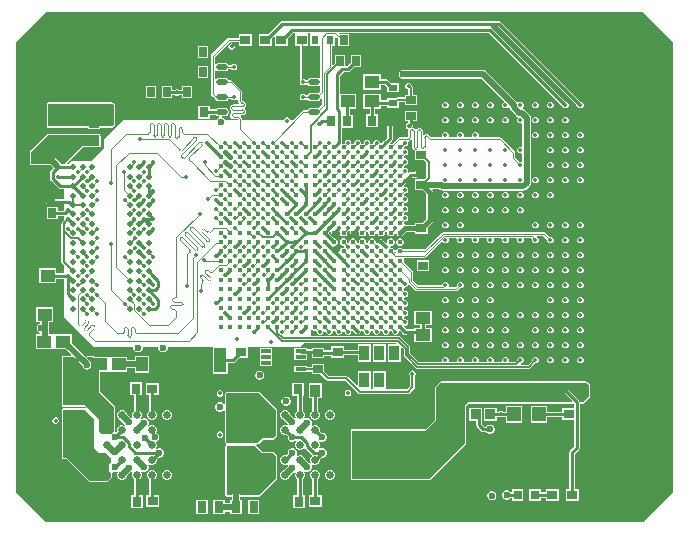
<source format=gtl>
G04*
G04 #@! TF.GenerationSoftware,Altium Limited,Altium Designer,25.6.2 (33)*
G04*
G04 Layer_Physical_Order=1*
G04 Layer_Color=255*
%FSLAX25Y25*%
%MOIN*%
G70*
G04*
G04 #@! TF.SameCoordinates,D3077B53-F130-49B9-AE0B-FC42BD5CCE1B*
G04*
G04*
G04 #@! TF.FilePolarity,Positive*
G04*
G01*
G75*
%ADD12C,0.00500*%
%ADD13C,0.01000*%
%ADD14C,0.01772*%
%ADD15R,0.05512X0.07087*%
%ADD16R,0.03150X0.03543*%
%ADD17C,0.02480*%
%ADD18R,0.03543X0.03150*%
%ADD19R,0.03543X0.03150*%
%ADD20C,0.01850*%
%ADD21R,0.03347X0.01181*%
%ADD22R,0.05512X0.06299*%
%ADD23R,0.03197X0.02593*%
%ADD24R,0.02593X0.03197*%
G04:AMPARAMS|DCode=25|XSize=37.01mil|YSize=17.32mil|CornerRadius=6.06mil|HoleSize=0mil|Usage=FLASHONLY|Rotation=180.000|XOffset=0mil|YOffset=0mil|HoleType=Round|Shape=RoundedRectangle|*
%AMROUNDEDRECTD25*
21,1,0.03701,0.00520,0,0,180.0*
21,1,0.02488,0.01732,0,0,180.0*
1,1,0.01213,-0.01244,0.00260*
1,1,0.01213,0.01244,0.00260*
1,1,0.01213,0.01244,-0.00260*
1,1,0.01213,-0.01244,-0.00260*
%
%ADD25ROUNDEDRECTD25*%
%ADD26R,0.03543X0.03937*%
%ADD27R,0.11024X0.05512*%
%ADD28R,0.05118X0.04331*%
%ADD29R,0.03504X0.05079*%
%ADD30R,0.05118X0.03937*%
%ADD31R,0.04331X0.08071*%
%ADD32R,0.08071X0.04331*%
%ADD33R,0.02953X0.03347*%
%ADD34R,0.03937X0.05118*%
%ADD35R,0.03347X0.02953*%
%ADD36R,0.03150X0.03937*%
%ADD37R,0.03150X0.02362*%
%ADD38R,0.05142X0.04166*%
%ADD39R,0.02362X0.03150*%
%ADD40R,0.02756X0.03543*%
%ADD41R,0.04724X0.04724*%
%ADD42R,0.03150X0.03150*%
%ADD43R,0.03366X0.03568*%
%ADD59C,0.02362*%
%ADD62C,0.00394*%
%ADD63R,0.13386X0.16929*%
%ADD64C,0.02000*%
%ADD65C,0.00800*%
%ADD66C,0.01500*%
%ADD67C,0.03937*%
%ADD68C,0.01378*%
G36*
X329000Y260000D02*
Y110000D01*
X319000Y100000D01*
X120000D01*
X110000Y110000D01*
Y260000D01*
X120000Y270000D01*
X319000D01*
X329000Y260000D01*
D02*
G37*
%LPC*%
G36*
X181915Y259683D02*
X181485D01*
X181087Y259518D01*
X180782Y259213D01*
X180617Y258815D01*
Y258385D01*
X180782Y257987D01*
X181087Y257682D01*
X181485Y257517D01*
X181915D01*
X182313Y257682D01*
X182618Y257987D01*
X182783Y258385D01*
Y258815D01*
X182618Y259213D01*
X182313Y259518D01*
X181915Y259683D01*
D02*
G37*
G36*
X173755Y258792D02*
X170374D01*
Y254808D01*
X173755D01*
Y258792D01*
D02*
G37*
G36*
Y252092D02*
X170374D01*
Y248108D01*
X173755D01*
Y252092D01*
D02*
G37*
G36*
X168426Y245367D02*
X165045D01*
Y244186D01*
X164120D01*
X164113Y244193D01*
X163715Y244357D01*
X163285D01*
X162887Y244193D01*
X162880Y244186D01*
X161955D01*
Y245367D01*
X158574D01*
Y241382D01*
X161955D01*
Y242364D01*
X162880D01*
X162887Y242357D01*
X163285Y242192D01*
X163715D01*
X164113Y242357D01*
X164120Y242364D01*
X165045D01*
Y241382D01*
X168426D01*
Y245367D01*
D02*
G37*
G36*
X231587Y249307D02*
X225681D01*
Y244189D01*
X231587D01*
Y245837D01*
X232840D01*
X233531Y245145D01*
Y243284D01*
X237469D01*
Y246434D01*
X234820D01*
X233862Y247392D01*
X233566Y247590D01*
X233217Y247659D01*
X231587D01*
Y249307D01*
D02*
G37*
G36*
X240915Y246483D02*
X240485D01*
X240087Y246318D01*
X239782Y246013D01*
X239617Y245615D01*
Y245185D01*
X239782Y244787D01*
X240087Y244482D01*
X240485Y244317D01*
X240591D01*
Y242555D01*
X239408D01*
Y241673D01*
X237017D01*
X237017Y241673D01*
X236707Y241612D01*
X236445Y241436D01*
X236324Y241316D01*
X233531D01*
Y240652D01*
X231587D01*
Y242811D01*
X225681D01*
Y237693D01*
X227723D01*
Y236065D01*
X226579D01*
Y231735D01*
X230516D01*
Y236065D01*
X229545D01*
Y237693D01*
X231587D01*
Y238830D01*
X233531D01*
Y238166D01*
X237469D01*
Y240055D01*
X239408D01*
Y239174D01*
X243392D01*
Y242555D01*
X242209D01*
Y244700D01*
X242209Y244700D01*
X242148Y245010D01*
X241972Y245272D01*
X241783Y245462D01*
Y245615D01*
X241618Y246013D01*
X241313Y246318D01*
X240915Y246483D01*
D02*
G37*
G36*
X156626Y245367D02*
X153245D01*
Y241382D01*
X156626D01*
Y245367D01*
D02*
G37*
G36*
X270800Y267111D02*
X198543D01*
X198195Y267042D01*
X197899Y266844D01*
X193823Y262769D01*
X190781D01*
Y258832D01*
X195112D01*
Y261480D01*
X195825Y262193D01*
X196188Y262042D01*
Y258832D01*
X200519D01*
Y261480D01*
X202184Y263145D01*
X202839D01*
X202881Y262769D01*
X202881D01*
Y258832D01*
X204407D01*
Y247421D01*
X204500Y247197D01*
X204394Y246940D01*
Y246509D01*
X204558Y246111D01*
X204863Y245807D01*
X205261Y245642D01*
X205692D01*
X206090Y245807D01*
X206368Y246085D01*
X206958D01*
X206960Y246074D01*
X207181Y245744D01*
X207511Y245523D01*
X207902Y245445D01*
X210390D01*
X210780Y245523D01*
X210783Y245524D01*
X211176Y245314D01*
Y243675D01*
X210486Y242985D01*
X210390Y243004D01*
X207902D01*
X207511Y242926D01*
X207181Y242705D01*
X206960Y242374D01*
X206958Y242364D01*
X206368D01*
X206090Y242642D01*
X205692Y242807D01*
X205261D01*
X204863Y242642D01*
X204558Y242338D01*
X204394Y241940D01*
Y241509D01*
X204558Y241111D01*
X204863Y240807D01*
X205261Y240642D01*
X205692D01*
X206090Y240807D01*
X206368Y241085D01*
X206958D01*
X206960Y241074D01*
X207181Y240744D01*
X207511Y240523D01*
X207902Y240445D01*
X210390D01*
X210780Y240523D01*
X211111Y240744D01*
X211332Y241074D01*
X211409Y241465D01*
Y241966D01*
X211504Y242061D01*
X211570Y242116D01*
X211964Y241930D01*
Y239462D01*
X210486Y237985D01*
X210390Y238004D01*
X207902D01*
X207511Y237926D01*
X207181Y237705D01*
X206960Y237374D01*
X206958Y237364D01*
X205630D01*
X205178Y237176D01*
X202046Y234045D01*
X201354Y234044D01*
X201283Y234115D01*
X201118Y234513D01*
X200813Y234818D01*
X200415Y234983D01*
X199985D01*
X199587Y234818D01*
X199282Y234513D01*
X199117Y234115D01*
Y234042D01*
X185394Y234032D01*
X185116Y234310D01*
Y234567D01*
X185064Y234690D01*
X185002Y235007D01*
X184829Y235265D01*
X184979Y235631D01*
X185003Y235658D01*
X185378D01*
X185501Y235709D01*
X185818Y235772D01*
X186191Y236022D01*
X186440Y236395D01*
X186503Y236711D01*
X186554Y236835D01*
Y236954D01*
X186503Y237077D01*
X186440Y237394D01*
X186191Y237767D01*
X186065Y237851D01*
Y238325D01*
X186191Y238409D01*
X186440Y238782D01*
X186503Y239099D01*
X186554Y239222D01*
Y239341D01*
X186503Y239465D01*
X186440Y239781D01*
X186191Y240155D01*
X185818Y240404D01*
X185501Y240467D01*
X185378Y240518D01*
X185116D01*
Y243724D01*
X184928Y244176D01*
X181928Y247176D01*
X181476Y247364D01*
X180665D01*
X180662Y247374D01*
X180441Y247705D01*
X180111Y247926D01*
X179720Y248004D01*
X177232D01*
X176842Y247926D01*
X176511Y247705D01*
X176433Y247588D01*
X176039Y247707D01*
Y250742D01*
X176433Y250861D01*
X176511Y250744D01*
X176842Y250523D01*
X177232Y250445D01*
X179720D01*
X180111Y250523D01*
X180441Y250744D01*
X180662Y251074D01*
X180665Y251085D01*
X181585D01*
X181863Y250807D01*
X182261Y250642D01*
X182692D01*
X183090Y250807D01*
X183394Y251111D01*
X183559Y251509D01*
Y251940D01*
X183394Y252338D01*
X183090Y252642D01*
X182692Y252807D01*
X182261D01*
X181863Y252642D01*
X181585Y252364D01*
X180665D01*
X180662Y252374D01*
X180441Y252705D01*
X180111Y252926D01*
X179720Y253004D01*
X177232D01*
X176842Y252926D01*
X176511Y252705D01*
X176433Y252588D01*
X176039Y252707D01*
Y255135D01*
X181065Y260161D01*
X184088D01*
Y258832D01*
X188419D01*
Y262769D01*
X184088D01*
Y261439D01*
X180800D01*
X180348Y261252D01*
X174948Y255852D01*
X174761Y255400D01*
Y242700D01*
X174948Y242248D01*
X175583Y241613D01*
X176035Y241425D01*
X176221D01*
X176290Y241074D01*
X176511Y240744D01*
X176842Y240523D01*
X177232Y240445D01*
X179720D01*
X180111Y240523D01*
X180441Y240744D01*
X180662Y241074D01*
X180665Y241085D01*
X181585D01*
X181863Y240807D01*
X182261Y240642D01*
X182692D01*
X183090Y240807D01*
X183394Y241111D01*
X183443Y241230D01*
X183837Y241152D01*
Y240416D01*
X183888Y240292D01*
X183951Y239976D01*
X184124Y239718D01*
X183974Y239352D01*
X183949Y239324D01*
X182214D01*
X182091Y239273D01*
X181774Y239210D01*
X181401Y238961D01*
X181152Y238588D01*
X181089Y238271D01*
X181038Y238148D01*
Y238028D01*
X181089Y237905D01*
X181152Y237588D01*
X181401Y237215D01*
X181628Y237064D01*
X181665Y236639D01*
X181655Y236608D01*
X181603Y236573D01*
X181354Y236200D01*
X181291Y235884D01*
X181239Y235760D01*
Y235641D01*
X181291Y235518D01*
X181354Y235201D01*
X181603Y234828D01*
X181976Y234579D01*
X182292Y234516D01*
X182416Y234465D01*
X183837D01*
Y234030D01*
X179552Y234027D01*
X179398Y234398D01*
X178955Y234841D01*
X178376Y235081D01*
X178447Y235445D01*
X179720D01*
X180111Y235523D01*
X180441Y235744D01*
X180662Y236074D01*
X180740Y236465D01*
Y236984D01*
X180662Y237374D01*
X180441Y237705D01*
X180111Y237926D01*
X179720Y238004D01*
X177232D01*
X176842Y237926D01*
X176511Y237705D01*
X176465Y237636D01*
X174398D01*
Y238890D01*
X170461D01*
Y234559D01*
X174398D01*
Y235813D01*
X176465D01*
X176511Y235744D01*
X176842Y235523D01*
X177232Y235445D01*
X177679D01*
X177750Y235081D01*
X177171Y234841D01*
X176728Y234398D01*
X176573Y234025D01*
X145500Y234000D01*
X139047Y227547D01*
Y224765D01*
X134781Y220500D01*
X128466D01*
X127245Y219280D01*
X126920Y219313D01*
X126777Y219674D01*
X130301Y223199D01*
X132090Y224987D01*
X137676D01*
X137978Y225112D01*
X138102Y225413D01*
Y228824D01*
X138102Y228824D01*
X137978Y229125D01*
X137801Y229301D01*
X137500Y229426D01*
X131165D01*
Y229516D01*
X126835D01*
Y229426D01*
X124465D01*
Y229516D01*
X120135D01*
Y229237D01*
X114952Y224055D01*
X114571D01*
Y218937D01*
X121420D01*
X122234Y218123D01*
X121533Y217422D01*
X121335Y217126D01*
X121266Y216778D01*
Y214555D01*
X121335Y214206D01*
X121533Y213911D01*
X124041Y211403D01*
X124336Y211205D01*
X124685Y211136D01*
X125728D01*
Y207750D01*
X121043D01*
X119644Y209148D01*
X119349Y209346D01*
X119000Y209415D01*
X118651Y209346D01*
X118356Y209148D01*
X118158Y208853D01*
X118089Y208504D01*
X118158Y208155D01*
X118356Y207860D01*
X120021Y206194D01*
X120317Y205997D01*
X120665Y205927D01*
X125728D01*
Y203981D01*
X125658Y203911D01*
X123831D01*
Y205067D01*
X120091D01*
Y200933D01*
X123831D01*
Y202089D01*
X125728D01*
Y200593D01*
X125248Y200113D01*
X125073Y199851D01*
X125011Y199541D01*
X125011Y199541D01*
Y186758D01*
X125011Y186758D01*
X125073Y186449D01*
X125248Y186186D01*
X125728Y185706D01*
Y183037D01*
X123353D01*
Y184609D01*
X117447D01*
Y179885D01*
X123353D01*
Y181215D01*
X125728D01*
Y168303D01*
X135681Y158350D01*
X148991D01*
Y157897D01*
X149231Y157318D01*
X149674Y156875D01*
X150253Y156635D01*
X150879D01*
X151458Y156875D01*
X151901Y157318D01*
X152141Y157897D01*
Y158350D01*
X157259D01*
Y157897D01*
X157499Y157318D01*
X157942Y156875D01*
X158521Y156635D01*
X159147D01*
X159726Y156875D01*
X160169Y157318D01*
X160409Y157897D01*
Y158350D01*
X175437D01*
Y149571D01*
X180555D01*
Y153089D01*
X182150D01*
X182499Y153158D01*
X182795Y153356D01*
X184123Y154684D01*
X187165D01*
Y158350D01*
X204642D01*
X206081Y159789D01*
X236577D01*
X236599Y159756D01*
X236389Y159362D01*
X233854D01*
Y153496D01*
X238146D01*
Y158043D01*
X238509Y158193D01*
X239088Y157614D01*
Y155601D01*
X239138Y155350D01*
X239281Y155137D01*
X243108Y151310D01*
X243321Y151167D01*
X243572Y151117D01*
X280774D01*
X281025Y151167D01*
X281238Y151310D01*
X282845Y152917D01*
X283215D01*
X283613Y153082D01*
X283918Y153387D01*
X284083Y153785D01*
Y154215D01*
X283918Y154613D01*
X283613Y154918D01*
X283215Y155083D01*
X282785D01*
X282387Y154918D01*
X282082Y154613D01*
X281917Y154215D01*
Y153846D01*
X280502Y152430D01*
X278240D01*
X278033Y152824D01*
X278097Y152917D01*
X278215D01*
X278613Y153082D01*
X278918Y153387D01*
X279083Y153785D01*
Y154215D01*
X278918Y154613D01*
X278613Y154918D01*
X278215Y155083D01*
X277785D01*
X277387Y154918D01*
X277082Y154613D01*
X276917Y154215D01*
Y153846D01*
X276396Y153324D01*
X274318D01*
X274055Y153717D01*
X274083Y153785D01*
Y154215D01*
X273918Y154613D01*
X273613Y154918D01*
X273215Y155083D01*
X272785D01*
X272387Y154918D01*
X272082Y154613D01*
X271917Y154215D01*
Y153785D01*
X271945Y153717D01*
X271682Y153324D01*
X269318D01*
X269055Y153717D01*
X269083Y153785D01*
Y154215D01*
X268918Y154613D01*
X268613Y154918D01*
X268215Y155083D01*
X267785D01*
X267387Y154918D01*
X267082Y154613D01*
X266917Y154215D01*
Y153785D01*
X266945Y153717D01*
X266682Y153324D01*
X264318D01*
X264055Y153717D01*
X264083Y153785D01*
Y154215D01*
X263918Y154613D01*
X263613Y154918D01*
X263215Y155083D01*
X262785D01*
X262387Y154918D01*
X262082Y154613D01*
X261917Y154215D01*
Y153785D01*
X261945Y153717D01*
X261682Y153324D01*
X259318D01*
X259055Y153717D01*
X259083Y153785D01*
Y154215D01*
X258918Y154613D01*
X258613Y154918D01*
X258215Y155083D01*
X257785D01*
X257387Y154918D01*
X257082Y154613D01*
X256917Y154215D01*
Y153785D01*
X256945Y153717D01*
X256682Y153324D01*
X254318D01*
X254055Y153717D01*
X254083Y153785D01*
Y154215D01*
X253918Y154613D01*
X253613Y154918D01*
X253215Y155083D01*
X252785D01*
X252387Y154918D01*
X252082Y154613D01*
X251917Y154215D01*
Y153785D01*
X251945Y153717D01*
X251682Y153324D01*
X244214D01*
X241295Y156243D01*
Y158256D01*
X241245Y158507D01*
X241103Y158720D01*
X238019Y161803D01*
X237807Y161946D01*
X237555Y161996D01*
X208045D01*
Y164399D01*
X208439Y164477D01*
X208490Y164354D01*
X208850Y163994D01*
X209320Y163799D01*
X209829D01*
X210067Y163472D01*
Y163289D01*
X210232Y162891D01*
X210536Y162586D01*
X210934Y162421D01*
X211365D01*
X211763Y162586D01*
X212067Y162891D01*
X212232Y163289D01*
Y163471D01*
X212446Y163766D01*
X212596Y163799D01*
X212979D01*
X213201Y163465D01*
Y163289D01*
X213366Y162891D01*
X213670Y162586D01*
X214068Y162421D01*
X214499D01*
X214897Y162586D01*
X215201Y162891D01*
X215366Y163289D01*
Y163478D01*
X215596Y163770D01*
X215730Y163799D01*
X216128D01*
X216366Y163472D01*
Y163289D01*
X216531Y162891D01*
X216835Y162586D01*
X217233Y162421D01*
X217664D01*
X218062Y162586D01*
X218367Y162891D01*
X218531Y163289D01*
Y163471D01*
X218745Y163766D01*
X218895Y163799D01*
X219278D01*
X219516Y163472D01*
Y163289D01*
X219681Y162891D01*
X219985Y162586D01*
X220383Y162421D01*
X220814D01*
X221212Y162586D01*
X221516Y162891D01*
X221681Y163289D01*
Y163719D01*
X221677Y163730D01*
X222010Y163953D01*
X223104Y162860D01*
X223399Y162662D01*
X223748Y162593D01*
X224097Y162662D01*
X224392Y162860D01*
X224590Y163155D01*
X224659Y163504D01*
X224651Y163546D01*
X224996Y163829D01*
X225068Y163799D01*
X225577D01*
X225815Y163472D01*
Y163289D01*
X225980Y162891D01*
X226284Y162586D01*
X226682Y162421D01*
X227113D01*
X227511Y162586D01*
X227816Y162891D01*
X227980Y163289D01*
Y163471D01*
X228194Y163766D01*
X228344Y163799D01*
X228727D01*
X228949Y163465D01*
Y163304D01*
X229114Y162906D01*
X229418Y162602D01*
X229816Y162437D01*
X230247D01*
X230645Y162602D01*
X230949Y162906D01*
X231114Y163304D01*
Y163478D01*
X231350Y163777D01*
X231478Y163799D01*
X231876D01*
X232114Y163472D01*
Y163289D01*
X232279Y162891D01*
X232584Y162586D01*
X232981Y162421D01*
X233412D01*
X233810Y162586D01*
X234115Y162891D01*
X234279Y163289D01*
Y163471D01*
X234493Y163766D01*
X234643Y163799D01*
X235026D01*
X235264Y163472D01*
Y163289D01*
X235429Y162891D01*
X235733Y162586D01*
X236131Y162421D01*
X236562D01*
X236960Y162586D01*
X237264Y162891D01*
X237429Y163289D01*
Y163471D01*
X237572Y163669D01*
X238003Y163708D01*
X238413Y163298D01*
Y163289D01*
X238578Y162891D01*
X238883Y162586D01*
X239281Y162421D01*
X239711D01*
X240109Y162586D01*
X240116Y162593D01*
X242547D01*
Y160091D01*
X248453D01*
Y164815D01*
X246411D01*
Y165685D01*
X248453D01*
Y170409D01*
X242547D01*
Y165685D01*
X244589D01*
Y164815D01*
X242547D01*
Y164415D01*
X240116D01*
X240109Y164422D01*
X239711Y164587D01*
X239702D01*
X239292Y164997D01*
X239331Y165428D01*
X239528Y165571D01*
X239711D01*
X240109Y165736D01*
X240414Y166040D01*
X240579Y166438D01*
Y166869D01*
X240414Y167267D01*
X240109Y167571D01*
X239711Y167736D01*
X239528D01*
X239201Y167974D01*
Y168357D01*
X239234Y168507D01*
X239528Y168720D01*
X239711D01*
X240109Y168885D01*
X240414Y169190D01*
X240579Y169588D01*
Y170018D01*
X240414Y170416D01*
X240109Y170721D01*
X239711Y170886D01*
X239528D01*
X239201Y171124D01*
Y171506D01*
X239234Y171656D01*
X239528Y171870D01*
X239711D01*
X240109Y172035D01*
X240414Y172339D01*
X240579Y172737D01*
Y173168D01*
X240414Y173566D01*
X240109Y173871D01*
X239711Y174035D01*
X239528D01*
X239201Y174273D01*
Y174656D01*
X239234Y174806D01*
X239528Y175020D01*
X239711D01*
X240109Y175185D01*
X240414Y175489D01*
X240579Y175887D01*
Y176318D01*
X240414Y176716D01*
X240109Y177020D01*
X239711Y177185D01*
X239528D01*
X239201Y177423D01*
Y177932D01*
X239171Y178004D01*
X239454Y178349D01*
X239496Y178341D01*
X239845Y178410D01*
X240140Y178608D01*
X240338Y178903D01*
X240378Y179103D01*
X240769Y179258D01*
X240779Y179258D01*
X242804Y177233D01*
X243256Y177046D01*
X256685D01*
X257137Y177233D01*
X257821Y177917D01*
X258215D01*
X258613Y178082D01*
X258918Y178387D01*
X259083Y178785D01*
Y179215D01*
X258918Y179613D01*
X258613Y179918D01*
X258215Y180083D01*
X257785D01*
X257387Y179918D01*
X257082Y179613D01*
X256917Y179215D01*
Y178821D01*
X256420Y178324D01*
X254318D01*
X254055Y178718D01*
X254083Y178785D01*
Y179215D01*
X253918Y179613D01*
X253613Y179918D01*
X253215Y180083D01*
X252785D01*
X252387Y179918D01*
X252082Y179613D01*
X251917Y179215D01*
Y179112D01*
X243847D01*
X242147Y180812D01*
Y183539D01*
X241960Y183991D01*
X239165Y186786D01*
X239201Y186872D01*
Y187381D01*
X239041Y187766D01*
X239211Y188160D01*
X245990D01*
X246442Y188347D01*
X251605Y193510D01*
X252069Y193418D01*
X252082Y193387D01*
X252387Y193082D01*
X252785Y192917D01*
X253215D01*
X253613Y193082D01*
X253918Y193387D01*
X254083Y193785D01*
Y194215D01*
X254070Y194247D01*
X254333Y194640D01*
X256667D01*
X256930Y194247D01*
X256917Y194215D01*
Y193785D01*
X257082Y193387D01*
X257387Y193082D01*
X257785Y192917D01*
X258215D01*
X258613Y193082D01*
X258918Y193387D01*
X259083Y193785D01*
Y194215D01*
X259070Y194247D01*
X259333Y194640D01*
X261667D01*
X261930Y194247D01*
X261917Y194215D01*
Y193785D01*
X262082Y193387D01*
X262387Y193082D01*
X262785Y192917D01*
X263215D01*
X263613Y193082D01*
X263918Y193387D01*
X264083Y193785D01*
Y194215D01*
X264070Y194247D01*
X264333Y194640D01*
X266667D01*
X266930Y194247D01*
X266917Y194215D01*
Y193785D01*
X267082Y193387D01*
X267387Y193082D01*
X267785Y192917D01*
X268215D01*
X268613Y193082D01*
X268918Y193387D01*
X269083Y193785D01*
Y194215D01*
X269070Y194247D01*
X269333Y194640D01*
X271667D01*
X271930Y194247D01*
X271917Y194215D01*
Y193785D01*
X272082Y193387D01*
X272387Y193082D01*
X272785Y192917D01*
X273215D01*
X273613Y193082D01*
X273918Y193387D01*
X274083Y193785D01*
Y194215D01*
X274070Y194247D01*
X274333Y194640D01*
X276667D01*
X276930Y194247D01*
X276917Y194215D01*
Y193785D01*
X277082Y193387D01*
X277387Y193082D01*
X277785Y192917D01*
X278215D01*
X278613Y193082D01*
X278918Y193387D01*
X279083Y193785D01*
Y194215D01*
X279070Y194247D01*
X279333Y194640D01*
X281456D01*
X281917Y194179D01*
Y193785D01*
X282082Y193387D01*
X282387Y193082D01*
X282785Y192917D01*
X283215D01*
X283613Y193082D01*
X283918Y193387D01*
X284083Y193785D01*
Y194215D01*
X283918Y194613D01*
X283613Y194918D01*
X283333Y195034D01*
X283411Y195428D01*
X285668D01*
X286917Y194179D01*
Y193785D01*
X287082Y193387D01*
X287387Y193082D01*
X287785Y192917D01*
X288215D01*
X288613Y193082D01*
X288918Y193387D01*
X289083Y193785D01*
Y194215D01*
X288918Y194613D01*
X288613Y194918D01*
X288215Y195083D01*
X287821D01*
X286385Y196519D01*
X285933Y196706D01*
X252144D01*
X251692Y196519D01*
X246088Y190915D01*
X239041D01*
X239006Y191000D01*
X238646Y191360D01*
X238176Y191555D01*
X237667D01*
X237196Y191360D01*
X236837Y191000D01*
X236642Y190530D01*
Y190021D01*
X236350Y189697D01*
X236276Y189675D01*
X236016Y189936D01*
X236051Y190021D01*
Y190530D01*
X235856Y191000D01*
X235496Y191360D01*
X235026Y191555D01*
X234517D01*
X234390Y191845D01*
X234736Y192146D01*
X235026D01*
X235496Y192341D01*
X235856Y192700D01*
X236051Y193171D01*
Y193680D01*
X235856Y194150D01*
X235496Y194510D01*
X235026Y194705D01*
X234517D01*
X234047Y194510D01*
X233687Y194150D01*
X233492Y193680D01*
Y193401D01*
X233098Y193237D01*
X232266Y194070D01*
X231971Y194267D01*
X231622Y194336D01*
X231273Y194267D01*
X230978Y194070D01*
X230780Y193774D01*
X230711Y193425D01*
X230765Y193151D01*
X230608Y192958D01*
X230456Y192853D01*
X230263Y192933D01*
X230079D01*
X229752Y193171D01*
Y193680D01*
X229557Y194150D01*
X229197Y194510D01*
X228727Y194705D01*
X228218D01*
X227748Y194510D01*
X227388Y194150D01*
X227193Y193680D01*
Y193297D01*
X227172Y193203D01*
X226965Y193096D01*
X226602Y193323D01*
Y193680D01*
X226408Y194150D01*
X226048Y194510D01*
X225577Y194705D01*
X225068D01*
X224598Y194510D01*
X224238Y194150D01*
X224043Y193680D01*
Y193297D01*
X224023Y193203D01*
X223815Y193096D01*
X223453Y193323D01*
Y193680D01*
X223258Y194150D01*
X222898Y194510D01*
X222428Y194705D01*
X221919D01*
X221448Y194510D01*
X221089Y194150D01*
X220894Y193680D01*
Y193297D01*
X220873Y193203D01*
X220666Y193096D01*
X220303Y193323D01*
Y193680D01*
X220108Y194150D01*
X219748Y194510D01*
X219278Y194705D01*
X218769D01*
X218299Y194510D01*
X217939Y194150D01*
X217744Y193680D01*
Y193171D01*
X217939Y192700D01*
X218299Y192341D01*
X218769Y192146D01*
X219126D01*
X219353Y191783D01*
X219245Y191576D01*
X219152Y191555D01*
X218769D01*
X218299Y191360D01*
X217939Y191000D01*
X217744Y190530D01*
Y190251D01*
X217350Y190088D01*
X215686Y191752D01*
X215849Y192146D01*
X216128D01*
X216599Y192341D01*
X216959Y192700D01*
X217154Y193171D01*
Y193680D01*
X216959Y194150D01*
X216599Y194510D01*
X216128Y194705D01*
X215883D01*
X214013Y196575D01*
X214480Y197042D01*
X214700Y197029D01*
X214982Y196669D01*
X214963Y196575D01*
X215032Y196226D01*
X215230Y195931D01*
X215525Y195733D01*
X215874Y195664D01*
X216223Y195733D01*
X216518Y195931D01*
X217350Y196763D01*
X217744Y196599D01*
Y196320D01*
X217939Y195850D01*
X218299Y195490D01*
X218769Y195295D01*
X219278D01*
X219748Y195490D01*
X220108Y195850D01*
X220303Y196320D01*
Y196829D01*
X220630Y197067D01*
X220814D01*
X221007Y197147D01*
X221159Y197042D01*
X221317Y196849D01*
X221262Y196575D01*
X221331Y196226D01*
X221529Y195931D01*
X221825Y195733D01*
X222173Y195664D01*
X222522Y195733D01*
X222817Y195931D01*
X223650Y196763D01*
X224043Y196599D01*
Y196320D01*
X224238Y195850D01*
X224598Y195490D01*
X225068Y195295D01*
X225577D01*
X226048Y195490D01*
X226408Y195850D01*
X226602Y196320D01*
Y196677D01*
X226965Y196904D01*
X227172Y196797D01*
X227193Y196703D01*
Y196320D01*
X227388Y195850D01*
X227748Y195490D01*
X228218Y195295D01*
X228727D01*
X229197Y195490D01*
X229557Y195850D01*
X229752Y196320D01*
Y196677D01*
X230114Y196904D01*
X230322Y196797D01*
X230343Y196703D01*
Y196320D01*
X230537Y195850D01*
X230897Y195490D01*
X231367Y195295D01*
X231877D01*
X232347Y195490D01*
X232707Y195850D01*
X232902Y196320D01*
Y196677D01*
X233264Y196904D01*
X233472Y196797D01*
X233492Y196703D01*
Y196320D01*
X233687Y195850D01*
X234047Y195490D01*
X234517Y195295D01*
X235026D01*
X235496Y195490D01*
X235856Y195850D01*
X236051Y196320D01*
Y196677D01*
X236414Y196904D01*
X236621Y196797D01*
X236642Y196703D01*
Y196320D01*
X236837Y195850D01*
X237196Y195490D01*
X237667Y195295D01*
X238176D01*
X238646Y195490D01*
X239006Y195850D01*
X239067Y195998D01*
X239942Y196873D01*
X242933D01*
Y196169D01*
X247067D01*
Y198260D01*
X248641Y199835D01*
X248894Y200213D01*
X248983Y200659D01*
Y209840D01*
X248894Y210287D01*
X248654Y210646D01*
X248690Y210820D01*
X248781Y211040D01*
X251005D01*
X251132Y210912D01*
X251593Y210605D01*
X252137Y210496D01*
X278863D01*
X279406Y210605D01*
X279868Y210912D01*
X281087Y212133D01*
X281396Y212594D01*
X281504Y213137D01*
Y234863D01*
X281396Y235406D01*
X281087Y235868D01*
X279450Y237505D01*
X278989Y237813D01*
X278915Y237827D01*
X278786Y238255D01*
X278918Y238387D01*
X279083Y238785D01*
Y239215D01*
X278918Y239613D01*
X278613Y239918D01*
X278215Y240083D01*
X277785D01*
X277387Y239918D01*
X277375Y239906D01*
X277361Y239901D01*
X276890Y239978D01*
X276713Y240242D01*
X266650Y250305D01*
X266189Y250613D01*
X265645Y250721D01*
X239685D01*
X239313Y250875D01*
X238687D01*
X238108Y250635D01*
X237665Y250192D01*
X237425Y249613D01*
Y248987D01*
X237665Y248408D01*
X238108Y247965D01*
X238687Y247725D01*
X239313D01*
X239685Y247879D01*
X265057D01*
X272532Y240404D01*
X272439Y239940D01*
X272387Y239918D01*
X272082Y239613D01*
X271917Y239215D01*
Y238785D01*
X272082Y238387D01*
X272387Y238082D01*
X272785Y237917D01*
X273215D01*
X273613Y238082D01*
X273894Y238363D01*
X274108Y238354D01*
X274301Y238282D01*
X274396Y237802D01*
X274704Y237341D01*
X276550Y235495D01*
X277011Y235187D01*
X277085Y235173D01*
X277214Y234745D01*
X277082Y234613D01*
X276917Y234215D01*
Y233785D01*
X277082Y233387D01*
X277387Y233082D01*
X277785Y232917D01*
X278215D01*
X278268Y232939D01*
X278662Y232676D01*
Y225324D01*
X278268Y225061D01*
X278215Y225083D01*
X277785D01*
X277387Y224918D01*
X277082Y224613D01*
X276917Y224215D01*
Y223785D01*
X277082Y223387D01*
X277387Y223082D01*
X277785Y222917D01*
X278215D01*
X278268Y222939D01*
X278662Y222676D01*
Y220324D01*
X278268Y220061D01*
X278215Y220083D01*
X277821D01*
X276310Y221594D01*
Y223139D01*
X276123Y223591D01*
X271541Y228172D01*
X271089Y228360D01*
X264333D01*
X264070Y228753D01*
X264083Y228785D01*
Y229215D01*
X263918Y229613D01*
X263613Y229918D01*
X263215Y230083D01*
X262785D01*
X262387Y229918D01*
X262082Y229613D01*
X261917Y229215D01*
Y228785D01*
X261930Y228753D01*
X261667Y228360D01*
X259333D01*
X259070Y228753D01*
X259083Y228785D01*
Y229215D01*
X258918Y229613D01*
X258613Y229918D01*
X258215Y230083D01*
X257785D01*
X257387Y229918D01*
X257082Y229613D01*
X256917Y229215D01*
Y228785D01*
X256930Y228753D01*
X256667Y228360D01*
X254333D01*
X254070Y228753D01*
X254083Y228785D01*
Y229215D01*
X253918Y229613D01*
X253613Y229918D01*
X253215Y230083D01*
X252785D01*
X252387Y229918D01*
X252082Y229613D01*
X251917Y229215D01*
Y228785D01*
X251935Y228742D01*
X251716Y228415D01*
X247844D01*
X247835Y228436D01*
X247772Y228753D01*
X247522Y229126D01*
X247149Y229375D01*
X246833Y229438D01*
X246709Y229489D01*
X246590D01*
X246467Y229438D01*
X246150Y229375D01*
X245892Y229203D01*
X245526Y229352D01*
X245498Y229377D01*
Y230346D01*
X245447Y230469D01*
X245384Y230786D01*
X245135Y231159D01*
X244762Y231408D01*
X244445Y231471D01*
X244322Y231522D01*
X244203D01*
X244079Y231471D01*
X243763Y231408D01*
X243390Y231159D01*
X243305Y231033D01*
X242832D01*
X242748Y231159D01*
X242375Y231408D01*
X242235Y231436D01*
X241957Y231793D01*
Y231882D01*
X241959Y231906D01*
X242044Y231992D01*
X242242Y232287D01*
X242311Y232636D01*
Y233845D01*
X243392D01*
Y237226D01*
X239408D01*
Y233845D01*
X240489D01*
Y233020D01*
X240261Y232926D01*
X239957Y232621D01*
X239792Y232224D01*
Y231793D01*
X239957Y231395D01*
X240261Y231090D01*
X240435Y231018D01*
X240668Y230848D01*
X240703Y230532D01*
X240690Y230469D01*
X240639Y230346D01*
Y228415D01*
X237626D01*
X237174Y228228D01*
X235112Y226165D01*
X235026Y226201D01*
X234645D01*
X234456Y226569D01*
X235097Y227210D01*
X235295Y227505D01*
X235364Y227854D01*
Y233900D01*
X235295Y234249D01*
X235097Y234544D01*
X234802Y234742D01*
X234453Y234811D01*
X234104Y234742D01*
X233808Y234544D01*
X233611Y234249D01*
X233542Y233900D01*
Y228232D01*
X232553Y227243D01*
X232355Y226947D01*
X232354Y226942D01*
X231459Y226047D01*
X231126Y226270D01*
X231130Y226281D01*
Y226711D01*
X230965Y227109D01*
X230661Y227414D01*
X230263Y227579D01*
X229832D01*
X229434Y227414D01*
X229129Y227109D01*
X228965Y226711D01*
Y226528D01*
X228727Y226201D01*
X228344D01*
X228194Y226234D01*
X227980Y226529D01*
Y226711D01*
X227816Y227109D01*
X227511Y227414D01*
X227113Y227579D01*
X226682D01*
X226284Y227414D01*
X225980Y227109D01*
X225815Y226711D01*
Y226528D01*
X225577Y226201D01*
X225210D01*
X225044Y226237D01*
X224847Y226535D01*
Y226711D01*
X224682Y227109D01*
X224377Y227414D01*
X223979Y227579D01*
X223548D01*
X223150Y227414D01*
X222846Y227109D01*
X222681Y226711D01*
Y226515D01*
X222428Y226201D01*
X222045D01*
X221895Y226234D01*
X221681Y226529D01*
Y226711D01*
X221516Y227109D01*
X221212Y227414D01*
X220814Y227579D01*
X220383D01*
X219985Y227414D01*
X219681Y227109D01*
X219516Y226711D01*
Y226528D01*
X219278Y226201D01*
X218895D01*
X218745Y226234D01*
X218531Y226529D01*
Y226711D01*
X218367Y227109D01*
X218360Y227116D01*
Y231192D01*
X218484Y231535D01*
X222028D01*
Y235865D01*
X221167D01*
Y237693D01*
X223319D01*
Y242811D01*
X217825D01*
Y248906D01*
X219050Y250131D01*
X220509D01*
X220857Y250201D01*
X221153Y250398D01*
X222662Y251908D01*
X224755D01*
Y255892D01*
X221374D01*
Y253196D01*
X220131Y251954D01*
X219426D01*
Y255892D01*
X216045D01*
Y252836D01*
X215662Y252452D01*
X215298Y252603D01*
Y258832D01*
X216234D01*
Y261398D01*
X216628Y261537D01*
X217048Y261363D01*
X217345D01*
Y258608D01*
X220726D01*
Y262592D01*
X218054D01*
X217936Y262641D01*
X217541D01*
X217462Y262751D01*
X217664Y263145D01*
X267567D01*
X291917Y238794D01*
Y238785D01*
X292082Y238387D01*
X292387Y238082D01*
X292785Y237917D01*
X293215D01*
X293613Y238082D01*
X293918Y238387D01*
X294083Y238785D01*
Y239215D01*
X293918Y239613D01*
X293613Y239918D01*
X293215Y240083D01*
X293206D01*
X268588Y264700D01*
X268293Y264898D01*
X268345Y265289D01*
X270423D01*
X296917Y238794D01*
Y238785D01*
X297082Y238387D01*
X297387Y238082D01*
X297785Y237917D01*
X298215D01*
X298613Y238082D01*
X298918Y238387D01*
X299083Y238785D01*
Y239215D01*
X298918Y239613D01*
X298613Y239918D01*
X298215Y240083D01*
X298206D01*
X271444Y266844D01*
X271149Y267042D01*
X270800Y267111D01*
D02*
G37*
G36*
X288215Y240083D02*
X287785D01*
X287387Y239918D01*
X287082Y239613D01*
X286917Y239215D01*
Y238785D01*
X287082Y238387D01*
X287387Y238082D01*
X287785Y237917D01*
X288215D01*
X288613Y238082D01*
X288918Y238387D01*
X289083Y238785D01*
Y239215D01*
X288918Y239613D01*
X288613Y239918D01*
X288215Y240083D01*
D02*
G37*
G36*
X283215D02*
X282785D01*
X282387Y239918D01*
X282082Y239613D01*
X281917Y239215D01*
Y238785D01*
X282082Y238387D01*
X282387Y238082D01*
X282785Y237917D01*
X283215D01*
X283613Y238082D01*
X283918Y238387D01*
X284083Y238785D01*
Y239215D01*
X283918Y239613D01*
X283613Y239918D01*
X283215Y240083D01*
D02*
G37*
G36*
X268215D02*
X267785D01*
X267387Y239918D01*
X267082Y239613D01*
X266917Y239215D01*
Y238785D01*
X267082Y238387D01*
X267387Y238082D01*
X267785Y237917D01*
X268215D01*
X268613Y238082D01*
X268918Y238387D01*
X269083Y238785D01*
Y239215D01*
X268918Y239613D01*
X268613Y239918D01*
X268215Y240083D01*
D02*
G37*
G36*
X263215D02*
X262785D01*
X262387Y239918D01*
X262082Y239613D01*
X261917Y239215D01*
Y238785D01*
X262082Y238387D01*
X262387Y238082D01*
X262785Y237917D01*
X263215D01*
X263613Y238082D01*
X263918Y238387D01*
X264083Y238785D01*
Y239215D01*
X263918Y239613D01*
X263613Y239918D01*
X263215Y240083D01*
D02*
G37*
G36*
X258215D02*
X257785D01*
X257387Y239918D01*
X257082Y239613D01*
X256917Y239215D01*
Y238785D01*
X257082Y238387D01*
X257387Y238082D01*
X257785Y237917D01*
X258215D01*
X258613Y238082D01*
X258918Y238387D01*
X259083Y238785D01*
Y239215D01*
X258918Y239613D01*
X258613Y239918D01*
X258215Y240083D01*
D02*
G37*
G36*
X253215D02*
X252785D01*
X252387Y239918D01*
X252082Y239613D01*
X251917Y239215D01*
Y238785D01*
X252082Y238387D01*
X252387Y238082D01*
X252785Y237917D01*
X253215D01*
X253613Y238082D01*
X253918Y238387D01*
X254083Y238785D01*
Y239215D01*
X253918Y239613D01*
X253613Y239918D01*
X253215Y240083D01*
D02*
G37*
G36*
X293215Y235083D02*
X292785D01*
X292387Y234918D01*
X292082Y234613D01*
X291917Y234215D01*
Y233785D01*
X292082Y233387D01*
X292387Y233082D01*
X292785Y232917D01*
X293215D01*
X293613Y233082D01*
X293918Y233387D01*
X294083Y233785D01*
Y234215D01*
X293918Y234613D01*
X293613Y234918D01*
X293215Y235083D01*
D02*
G37*
G36*
X288215D02*
X287785D01*
X287387Y234918D01*
X287082Y234613D01*
X286917Y234215D01*
Y233785D01*
X287082Y233387D01*
X287387Y233082D01*
X287785Y232917D01*
X288215D01*
X288613Y233082D01*
X288918Y233387D01*
X289083Y233785D01*
Y234215D01*
X288918Y234613D01*
X288613Y234918D01*
X288215Y235083D01*
D02*
G37*
G36*
X283215D02*
X282785D01*
X282387Y234918D01*
X282082Y234613D01*
X281917Y234215D01*
Y233785D01*
X282082Y233387D01*
X282387Y233082D01*
X282785Y232917D01*
X283215D01*
X283613Y233082D01*
X283918Y233387D01*
X284083Y233785D01*
Y234215D01*
X283918Y234613D01*
X283613Y234918D01*
X283215Y235083D01*
D02*
G37*
G36*
X273215D02*
X272785D01*
X272387Y234918D01*
X272082Y234613D01*
X271917Y234215D01*
Y233785D01*
X272082Y233387D01*
X272387Y233082D01*
X272785Y232917D01*
X273215D01*
X273613Y233082D01*
X273918Y233387D01*
X274083Y233785D01*
Y234215D01*
X273918Y234613D01*
X273613Y234918D01*
X273215Y235083D01*
D02*
G37*
G36*
X268215D02*
X267785D01*
X267387Y234918D01*
X267082Y234613D01*
X266917Y234215D01*
Y233785D01*
X267082Y233387D01*
X267387Y233082D01*
X267785Y232917D01*
X268215D01*
X268613Y233082D01*
X268918Y233387D01*
X269083Y233785D01*
Y234215D01*
X268918Y234613D01*
X268613Y234918D01*
X268215Y235083D01*
D02*
G37*
G36*
X263215D02*
X262785D01*
X262387Y234918D01*
X262082Y234613D01*
X261917Y234215D01*
Y233785D01*
X262082Y233387D01*
X262387Y233082D01*
X262785Y232917D01*
X263215D01*
X263613Y233082D01*
X263918Y233387D01*
X264083Y233785D01*
Y234215D01*
X263918Y234613D01*
X263613Y234918D01*
X263215Y235083D01*
D02*
G37*
G36*
X258215D02*
X257785D01*
X257387Y234918D01*
X257082Y234613D01*
X256917Y234215D01*
Y233785D01*
X257082Y233387D01*
X257387Y233082D01*
X257785Y232917D01*
X258215D01*
X258613Y233082D01*
X258918Y233387D01*
X259083Y233785D01*
Y234215D01*
X258918Y234613D01*
X258613Y234918D01*
X258215Y235083D01*
D02*
G37*
G36*
X253215D02*
X252785D01*
X252387Y234918D01*
X252082Y234613D01*
X251917Y234215D01*
Y233785D01*
X252082Y233387D01*
X252387Y233082D01*
X252785Y232917D01*
X253215D01*
X253613Y233082D01*
X253918Y233387D01*
X254083Y233785D01*
Y234215D01*
X253918Y234613D01*
X253613Y234918D01*
X253215Y235083D01*
D02*
G37*
G36*
X142000Y239926D02*
X120500D01*
X120199Y239801D01*
X120163Y239716D01*
X120135D01*
Y239647D01*
X120074Y239500D01*
Y232000D01*
X120135Y231853D01*
Y231484D01*
X124465D01*
Y231574D01*
X126835D01*
Y231484D01*
X131165D01*
Y231574D01*
X133708D01*
Y231174D01*
X137692D01*
Y231574D01*
X142000D01*
X142000Y231574D01*
X142301Y231699D01*
X142301Y231699D01*
X142801Y232199D01*
X142926Y232500D01*
Y239000D01*
X142926Y239000D01*
X142801Y239301D01*
X142801Y239301D01*
X142301Y239801D01*
X142000Y239926D01*
D02*
G37*
G36*
X298215Y230083D02*
X297785D01*
X297387Y229918D01*
X297082Y229613D01*
X296917Y229215D01*
Y228785D01*
X297082Y228387D01*
X297387Y228082D01*
X297785Y227917D01*
X298215D01*
X298613Y228082D01*
X298918Y228387D01*
X299083Y228785D01*
Y229215D01*
X298918Y229613D01*
X298613Y229918D01*
X298215Y230083D01*
D02*
G37*
G36*
X293215D02*
X292785D01*
X292387Y229918D01*
X292082Y229613D01*
X291917Y229215D01*
Y228785D01*
X292082Y228387D01*
X292387Y228082D01*
X292785Y227917D01*
X293215D01*
X293613Y228082D01*
X293918Y228387D01*
X294083Y228785D01*
Y229215D01*
X293918Y229613D01*
X293613Y229918D01*
X293215Y230083D01*
D02*
G37*
G36*
X288215D02*
X287785D01*
X287387Y229918D01*
X287082Y229613D01*
X286917Y229215D01*
Y228785D01*
X287082Y228387D01*
X287387Y228082D01*
X287785Y227917D01*
X288215D01*
X288613Y228082D01*
X288918Y228387D01*
X289083Y228785D01*
Y229215D01*
X288918Y229613D01*
X288613Y229918D01*
X288215Y230083D01*
D02*
G37*
G36*
X283215D02*
X282785D01*
X282387Y229918D01*
X282082Y229613D01*
X281917Y229215D01*
Y228785D01*
X282082Y228387D01*
X282387Y228082D01*
X282785Y227917D01*
X283215D01*
X283613Y228082D01*
X283918Y228387D01*
X284083Y228785D01*
Y229215D01*
X283918Y229613D01*
X283613Y229918D01*
X283215Y230083D01*
D02*
G37*
G36*
X298215Y225083D02*
X297785D01*
X297387Y224918D01*
X297082Y224613D01*
X296917Y224215D01*
Y223785D01*
X297082Y223387D01*
X297387Y223082D01*
X297785Y222917D01*
X298215D01*
X298613Y223082D01*
X298918Y223387D01*
X299083Y223785D01*
Y224215D01*
X298918Y224613D01*
X298613Y224918D01*
X298215Y225083D01*
D02*
G37*
G36*
X293215D02*
X292785D01*
X292387Y224918D01*
X292082Y224613D01*
X291917Y224215D01*
Y223785D01*
X292082Y223387D01*
X292387Y223082D01*
X292785Y222917D01*
X293215D01*
X293613Y223082D01*
X293918Y223387D01*
X294083Y223785D01*
Y224215D01*
X293918Y224613D01*
X293613Y224918D01*
X293215Y225083D01*
D02*
G37*
G36*
X288215D02*
X287785D01*
X287387Y224918D01*
X287082Y224613D01*
X286917Y224215D01*
Y223785D01*
X287082Y223387D01*
X287387Y223082D01*
X287785Y222917D01*
X288215D01*
X288613Y223082D01*
X288918Y223387D01*
X289083Y223785D01*
Y224215D01*
X288918Y224613D01*
X288613Y224918D01*
X288215Y225083D01*
D02*
G37*
G36*
X298215Y220083D02*
X297785D01*
X297387Y219918D01*
X297082Y219613D01*
X296917Y219215D01*
Y218785D01*
X297082Y218387D01*
X297387Y218082D01*
X297785Y217917D01*
X298215D01*
X298613Y218082D01*
X298918Y218387D01*
X299083Y218785D01*
Y219215D01*
X298918Y219613D01*
X298613Y219918D01*
X298215Y220083D01*
D02*
G37*
G36*
X293215D02*
X292785D01*
X292387Y219918D01*
X292082Y219613D01*
X291917Y219215D01*
Y218785D01*
X292082Y218387D01*
X292387Y218082D01*
X292785Y217917D01*
X293215D01*
X293613Y218082D01*
X293918Y218387D01*
X294083Y218785D01*
Y219215D01*
X293918Y219613D01*
X293613Y219918D01*
X293215Y220083D01*
D02*
G37*
G36*
X288215D02*
X287785D01*
X287387Y219918D01*
X287082Y219613D01*
X286917Y219215D01*
Y218785D01*
X287082Y218387D01*
X287387Y218082D01*
X287785Y217917D01*
X288215D01*
X288613Y218082D01*
X288918Y218387D01*
X289083Y218785D01*
Y219215D01*
X288918Y219613D01*
X288613Y219918D01*
X288215Y220083D01*
D02*
G37*
G36*
X298215Y215083D02*
X297785D01*
X297387Y214918D01*
X297082Y214613D01*
X296917Y214215D01*
Y213785D01*
X297082Y213387D01*
X297387Y213082D01*
X297785Y212917D01*
X298215D01*
X298613Y213082D01*
X298918Y213387D01*
X299083Y213785D01*
Y214215D01*
X298918Y214613D01*
X298613Y214918D01*
X298215Y215083D01*
D02*
G37*
G36*
X293215D02*
X292785D01*
X292387Y214918D01*
X292082Y214613D01*
X291917Y214215D01*
Y213785D01*
X292082Y213387D01*
X292387Y213082D01*
X292785Y212917D01*
X293215D01*
X293613Y213082D01*
X293918Y213387D01*
X294083Y213785D01*
Y214215D01*
X293918Y214613D01*
X293613Y214918D01*
X293215Y215083D01*
D02*
G37*
G36*
X288215D02*
X287785D01*
X287387Y214918D01*
X287082Y214613D01*
X286917Y214215D01*
Y213785D01*
X287082Y213387D01*
X287387Y213082D01*
X287785Y212917D01*
X288215D01*
X288613Y213082D01*
X288918Y213387D01*
X289083Y213785D01*
Y214215D01*
X288918Y214613D01*
X288613Y214918D01*
X288215Y215083D01*
D02*
G37*
G36*
X283215D02*
X282785D01*
X282387Y214918D01*
X282082Y214613D01*
X281917Y214215D01*
Y213785D01*
X282082Y213387D01*
X282387Y213082D01*
X282785Y212917D01*
X283215D01*
X283613Y213082D01*
X283918Y213387D01*
X284083Y213785D01*
Y214215D01*
X283918Y214613D01*
X283613Y214918D01*
X283215Y215083D01*
D02*
G37*
G36*
X288215Y210083D02*
X287785D01*
X287387Y209918D01*
X287082Y209613D01*
X286917Y209215D01*
Y208785D01*
X287082Y208387D01*
X287387Y208082D01*
X287785Y207917D01*
X288215D01*
X288613Y208082D01*
X288918Y208387D01*
X289083Y208785D01*
Y209215D01*
X288918Y209613D01*
X288613Y209918D01*
X288215Y210083D01*
D02*
G37*
G36*
X283215D02*
X282785D01*
X282387Y209918D01*
X282082Y209613D01*
X281917Y209215D01*
Y208785D01*
X282082Y208387D01*
X282387Y208082D01*
X282785Y207917D01*
X283215D01*
X283613Y208082D01*
X283918Y208387D01*
X284083Y208785D01*
Y209215D01*
X283918Y209613D01*
X283613Y209918D01*
X283215Y210083D01*
D02*
G37*
G36*
X278215D02*
X277785D01*
X277387Y209918D01*
X277082Y209613D01*
X276917Y209215D01*
Y208785D01*
X277082Y208387D01*
X277387Y208082D01*
X277785Y207917D01*
X278215D01*
X278613Y208082D01*
X278918Y208387D01*
X279083Y208785D01*
Y209215D01*
X278918Y209613D01*
X278613Y209918D01*
X278215Y210083D01*
D02*
G37*
G36*
X273215D02*
X272785D01*
X272387Y209918D01*
X272082Y209613D01*
X271917Y209215D01*
Y208785D01*
X272082Y208387D01*
X272387Y208082D01*
X272785Y207917D01*
X273215D01*
X273613Y208082D01*
X273918Y208387D01*
X274083Y208785D01*
Y209215D01*
X273918Y209613D01*
X273613Y209918D01*
X273215Y210083D01*
D02*
G37*
G36*
X268215D02*
X267785D01*
X267387Y209918D01*
X267082Y209613D01*
X266917Y209215D01*
Y208785D01*
X267082Y208387D01*
X267387Y208082D01*
X267785Y207917D01*
X268215D01*
X268613Y208082D01*
X268918Y208387D01*
X269083Y208785D01*
Y209215D01*
X268918Y209613D01*
X268613Y209918D01*
X268215Y210083D01*
D02*
G37*
G36*
X263215D02*
X262785D01*
X262387Y209918D01*
X262082Y209613D01*
X261917Y209215D01*
Y208785D01*
X262082Y208387D01*
X262387Y208082D01*
X262785Y207917D01*
X263215D01*
X263613Y208082D01*
X263918Y208387D01*
X264083Y208785D01*
Y209215D01*
X263918Y209613D01*
X263613Y209918D01*
X263215Y210083D01*
D02*
G37*
G36*
X258215D02*
X257785D01*
X257387Y209918D01*
X257082Y209613D01*
X256917Y209215D01*
Y208785D01*
X257082Y208387D01*
X257387Y208082D01*
X257785Y207917D01*
X258215D01*
X258613Y208082D01*
X258918Y208387D01*
X259083Y208785D01*
Y209215D01*
X258918Y209613D01*
X258613Y209918D01*
X258215Y210083D01*
D02*
G37*
G36*
X253215D02*
X252785D01*
X252387Y209918D01*
X252082Y209613D01*
X251917Y209215D01*
Y208785D01*
X252082Y208387D01*
X252387Y208082D01*
X252785Y207917D01*
X253215D01*
X253613Y208082D01*
X253918Y208387D01*
X254083Y208785D01*
Y209215D01*
X253918Y209613D01*
X253613Y209918D01*
X253215Y210083D01*
D02*
G37*
G36*
X278215Y205083D02*
X277785D01*
X277387Y204918D01*
X277082Y204613D01*
X276917Y204215D01*
Y203785D01*
X277082Y203387D01*
X277387Y203082D01*
X277785Y202917D01*
X278215D01*
X278613Y203082D01*
X278918Y203387D01*
X279083Y203785D01*
Y204215D01*
X278918Y204613D01*
X278613Y204918D01*
X278215Y205083D01*
D02*
G37*
G36*
X273215D02*
X272785D01*
X272387Y204918D01*
X272082Y204613D01*
X271917Y204215D01*
Y203785D01*
X272082Y203387D01*
X272387Y203082D01*
X272785Y202917D01*
X273215D01*
X273613Y203082D01*
X273918Y203387D01*
X274083Y203785D01*
Y204215D01*
X273918Y204613D01*
X273613Y204918D01*
X273215Y205083D01*
D02*
G37*
G36*
X268215D02*
X267785D01*
X267387Y204918D01*
X267082Y204613D01*
X266917Y204215D01*
Y203785D01*
X267082Y203387D01*
X267387Y203082D01*
X267785Y202917D01*
X268215D01*
X268613Y203082D01*
X268918Y203387D01*
X269083Y203785D01*
Y204215D01*
X268918Y204613D01*
X268613Y204918D01*
X268215Y205083D01*
D02*
G37*
G36*
X263215D02*
X262785D01*
X262387Y204918D01*
X262082Y204613D01*
X261917Y204215D01*
Y203785D01*
X262082Y203387D01*
X262387Y203082D01*
X262785Y202917D01*
X263215D01*
X263613Y203082D01*
X263918Y203387D01*
X264083Y203785D01*
Y204215D01*
X263918Y204613D01*
X263613Y204918D01*
X263215Y205083D01*
D02*
G37*
G36*
X258215D02*
X257785D01*
X257387Y204918D01*
X257082Y204613D01*
X256917Y204215D01*
Y203785D01*
X257082Y203387D01*
X257387Y203082D01*
X257785Y202917D01*
X258215D01*
X258613Y203082D01*
X258918Y203387D01*
X259083Y203785D01*
Y204215D01*
X258918Y204613D01*
X258613Y204918D01*
X258215Y205083D01*
D02*
G37*
G36*
X253215D02*
X252785D01*
X252387Y204918D01*
X252082Y204613D01*
X251917Y204215D01*
Y203785D01*
X252082Y203387D01*
X252387Y203082D01*
X252785Y202917D01*
X253215D01*
X253613Y203082D01*
X253918Y203387D01*
X254083Y203785D01*
Y204215D01*
X253918Y204613D01*
X253613Y204918D01*
X253215Y205083D01*
D02*
G37*
G36*
X298215Y200083D02*
X297785D01*
X297387Y199918D01*
X297082Y199613D01*
X296917Y199215D01*
Y198785D01*
X297082Y198387D01*
X297387Y198082D01*
X297785Y197917D01*
X298215D01*
X298613Y198082D01*
X298918Y198387D01*
X299083Y198785D01*
Y199215D01*
X298918Y199613D01*
X298613Y199918D01*
X298215Y200083D01*
D02*
G37*
G36*
X293215D02*
X292785D01*
X292387Y199918D01*
X292082Y199613D01*
X291917Y199215D01*
Y198785D01*
X292082Y198387D01*
X292387Y198082D01*
X292785Y197917D01*
X293215D01*
X293613Y198082D01*
X293918Y198387D01*
X294083Y198785D01*
Y199215D01*
X293918Y199613D01*
X293613Y199918D01*
X293215Y200083D01*
D02*
G37*
G36*
X288215D02*
X287785D01*
X287387Y199918D01*
X287082Y199613D01*
X286917Y199215D01*
Y198785D01*
X287082Y198387D01*
X287387Y198082D01*
X287785Y197917D01*
X288215D01*
X288613Y198082D01*
X288918Y198387D01*
X289083Y198785D01*
Y199215D01*
X288918Y199613D01*
X288613Y199918D01*
X288215Y200083D01*
D02*
G37*
G36*
X283215D02*
X282785D01*
X282387Y199918D01*
X282082Y199613D01*
X281917Y199215D01*
Y198785D01*
X282082Y198387D01*
X282387Y198082D01*
X282785Y197917D01*
X283215D01*
X283613Y198082D01*
X283918Y198387D01*
X284083Y198785D01*
Y199215D01*
X283918Y199613D01*
X283613Y199918D01*
X283215Y200083D01*
D02*
G37*
G36*
X258215D02*
X257785D01*
X257387Y199918D01*
X257082Y199613D01*
X256917Y199215D01*
Y198785D01*
X257082Y198387D01*
X257387Y198082D01*
X257785Y197917D01*
X258215D01*
X258613Y198082D01*
X258918Y198387D01*
X259083Y198785D01*
Y199215D01*
X258918Y199613D01*
X258613Y199918D01*
X258215Y200083D01*
D02*
G37*
G36*
X253215D02*
X252785D01*
X252387Y199918D01*
X252082Y199613D01*
X251917Y199215D01*
Y198785D01*
X252082Y198387D01*
X252387Y198082D01*
X252785Y197917D01*
X253215D01*
X253613Y198082D01*
X253918Y198387D01*
X254083Y198785D01*
Y199215D01*
X253918Y199613D01*
X253613Y199918D01*
X253215Y200083D01*
D02*
G37*
G36*
X298215Y195083D02*
X297785D01*
X297387Y194918D01*
X297082Y194613D01*
X296917Y194215D01*
Y193785D01*
X297082Y193387D01*
X297387Y193082D01*
X297785Y192917D01*
X298215D01*
X298613Y193082D01*
X298918Y193387D01*
X299083Y193785D01*
Y194215D01*
X298918Y194613D01*
X298613Y194918D01*
X298215Y195083D01*
D02*
G37*
G36*
X293215D02*
X292785D01*
X292387Y194918D01*
X292082Y194613D01*
X291917Y194215D01*
Y193785D01*
X292082Y193387D01*
X292387Y193082D01*
X292785Y192917D01*
X293215D01*
X293613Y193082D01*
X293918Y193387D01*
X294083Y193785D01*
Y194215D01*
X293918Y194613D01*
X293613Y194918D01*
X293215Y195083D01*
D02*
G37*
G36*
X238176Y194705D02*
X237667D01*
X237196Y194510D01*
X236837Y194150D01*
X236642Y193680D01*
Y193171D01*
X236837Y192700D01*
X237196Y192341D01*
X237667Y192146D01*
X238176D01*
X238646Y192341D01*
X239006Y192700D01*
X239201Y193171D01*
Y193680D01*
X239006Y194150D01*
X238646Y194510D01*
X238176Y194705D01*
D02*
G37*
G36*
X298215Y190083D02*
X297785D01*
X297387Y189918D01*
X297082Y189613D01*
X296917Y189215D01*
Y188785D01*
X297082Y188387D01*
X297387Y188082D01*
X297785Y187917D01*
X298215D01*
X298613Y188082D01*
X298918Y188387D01*
X299083Y188785D01*
Y189215D01*
X298918Y189613D01*
X298613Y189918D01*
X298215Y190083D01*
D02*
G37*
G36*
X293215D02*
X292785D01*
X292387Y189918D01*
X292082Y189613D01*
X291917Y189215D01*
Y188785D01*
X292082Y188387D01*
X292387Y188082D01*
X292785Y187917D01*
X293215D01*
X293613Y188082D01*
X293918Y188387D01*
X294083Y188785D01*
Y189215D01*
X293918Y189613D01*
X293613Y189918D01*
X293215Y190083D01*
D02*
G37*
G36*
X288215D02*
X287785D01*
X287387Y189918D01*
X287082Y189613D01*
X286917Y189215D01*
Y188785D01*
X287082Y188387D01*
X287387Y188082D01*
X287785Y187917D01*
X288215D01*
X288613Y188082D01*
X288918Y188387D01*
X289083Y188785D01*
Y189215D01*
X288918Y189613D01*
X288613Y189918D01*
X288215Y190083D01*
D02*
G37*
G36*
X283215D02*
X282785D01*
X282387Y189918D01*
X282082Y189613D01*
X281917Y189215D01*
Y188785D01*
X282082Y188387D01*
X282387Y188082D01*
X282785Y187917D01*
X283215D01*
X283613Y188082D01*
X283918Y188387D01*
X284083Y188785D01*
Y189215D01*
X283918Y189613D01*
X283613Y189918D01*
X283215Y190083D01*
D02*
G37*
G36*
X278215D02*
X277785D01*
X277387Y189918D01*
X277082Y189613D01*
X276917Y189215D01*
Y188785D01*
X277082Y188387D01*
X277387Y188082D01*
X277785Y187917D01*
X278215D01*
X278613Y188082D01*
X278918Y188387D01*
X279083Y188785D01*
Y189215D01*
X278918Y189613D01*
X278613Y189918D01*
X278215Y190083D01*
D02*
G37*
G36*
X273215D02*
X272785D01*
X272387Y189918D01*
X272082Y189613D01*
X271917Y189215D01*
Y188785D01*
X272082Y188387D01*
X272387Y188082D01*
X272785Y187917D01*
X273215D01*
X273613Y188082D01*
X273918Y188387D01*
X274083Y188785D01*
Y189215D01*
X273918Y189613D01*
X273613Y189918D01*
X273215Y190083D01*
D02*
G37*
G36*
X268215D02*
X267785D01*
X267387Y189918D01*
X267082Y189613D01*
X266917Y189215D01*
Y188785D01*
X267082Y188387D01*
X267387Y188082D01*
X267785Y187917D01*
X268215D01*
X268613Y188082D01*
X268918Y188387D01*
X269083Y188785D01*
Y189215D01*
X268918Y189613D01*
X268613Y189918D01*
X268215Y190083D01*
D02*
G37*
G36*
X263215D02*
X262785D01*
X262387Y189918D01*
X262082Y189613D01*
X261917Y189215D01*
Y188785D01*
X262082Y188387D01*
X262387Y188082D01*
X262785Y187917D01*
X263215D01*
X263613Y188082D01*
X263918Y188387D01*
X264083Y188785D01*
Y189215D01*
X263918Y189613D01*
X263613Y189918D01*
X263215Y190083D01*
D02*
G37*
G36*
X258215D02*
X257785D01*
X257387Y189918D01*
X257082Y189613D01*
X256917Y189215D01*
Y188785D01*
X257082Y188387D01*
X257387Y188082D01*
X257785Y187917D01*
X258215D01*
X258613Y188082D01*
X258918Y188387D01*
X259083Y188785D01*
Y189215D01*
X258918Y189613D01*
X258613Y189918D01*
X258215Y190083D01*
D02*
G37*
G36*
X253215D02*
X252785D01*
X252387Y189918D01*
X252082Y189613D01*
X251917Y189215D01*
Y188785D01*
X252082Y188387D01*
X252387Y188082D01*
X252785Y187917D01*
X253215D01*
X253613Y188082D01*
X253918Y188387D01*
X254083Y188785D01*
Y189215D01*
X253918Y189613D01*
X253613Y189918D01*
X253215Y190083D01*
D02*
G37*
G36*
X247567Y187331D02*
X243433D01*
Y183591D01*
X247567D01*
Y187331D01*
D02*
G37*
G36*
X298215Y185083D02*
X297785D01*
X297387Y184918D01*
X297082Y184613D01*
X296917Y184215D01*
Y183785D01*
X297082Y183387D01*
X297387Y183082D01*
X297785Y182917D01*
X298215D01*
X298613Y183082D01*
X298918Y183387D01*
X299083Y183785D01*
Y184215D01*
X298918Y184613D01*
X298613Y184918D01*
X298215Y185083D01*
D02*
G37*
G36*
X293215D02*
X292785D01*
X292387Y184918D01*
X292082Y184613D01*
X291917Y184215D01*
Y183785D01*
X292082Y183387D01*
X292387Y183082D01*
X292785Y182917D01*
X293215D01*
X293613Y183082D01*
X293918Y183387D01*
X294083Y183785D01*
Y184215D01*
X293918Y184613D01*
X293613Y184918D01*
X293215Y185083D01*
D02*
G37*
G36*
X288215D02*
X287785D01*
X287387Y184918D01*
X287082Y184613D01*
X286917Y184215D01*
Y183785D01*
X287082Y183387D01*
X287387Y183082D01*
X287785Y182917D01*
X288215D01*
X288613Y183082D01*
X288918Y183387D01*
X289083Y183785D01*
Y184215D01*
X288918Y184613D01*
X288613Y184918D01*
X288215Y185083D01*
D02*
G37*
G36*
X283215D02*
X282785D01*
X282387Y184918D01*
X282082Y184613D01*
X281917Y184215D01*
Y183785D01*
X282082Y183387D01*
X282387Y183082D01*
X282785Y182917D01*
X283215D01*
X283613Y183082D01*
X283918Y183387D01*
X284083Y183785D01*
Y184215D01*
X283918Y184613D01*
X283613Y184918D01*
X283215Y185083D01*
D02*
G37*
G36*
X278215D02*
X277785D01*
X277387Y184918D01*
X277082Y184613D01*
X276917Y184215D01*
Y183785D01*
X277082Y183387D01*
X277387Y183082D01*
X277785Y182917D01*
X278215D01*
X278613Y183082D01*
X278918Y183387D01*
X279083Y183785D01*
Y184215D01*
X278918Y184613D01*
X278613Y184918D01*
X278215Y185083D01*
D02*
G37*
G36*
X273215D02*
X272785D01*
X272387Y184918D01*
X272082Y184613D01*
X271917Y184215D01*
Y183785D01*
X272082Y183387D01*
X272387Y183082D01*
X272785Y182917D01*
X273215D01*
X273613Y183082D01*
X273918Y183387D01*
X274083Y183785D01*
Y184215D01*
X273918Y184613D01*
X273613Y184918D01*
X273215Y185083D01*
D02*
G37*
G36*
X268215D02*
X267785D01*
X267387Y184918D01*
X267082Y184613D01*
X266917Y184215D01*
Y183785D01*
X267082Y183387D01*
X267387Y183082D01*
X267785Y182917D01*
X268215D01*
X268613Y183082D01*
X268918Y183387D01*
X269083Y183785D01*
Y184215D01*
X268918Y184613D01*
X268613Y184918D01*
X268215Y185083D01*
D02*
G37*
G36*
X263215D02*
X262785D01*
X262387Y184918D01*
X262082Y184613D01*
X261917Y184215D01*
Y183785D01*
X262082Y183387D01*
X262387Y183082D01*
X262785Y182917D01*
X263215D01*
X263613Y183082D01*
X263918Y183387D01*
X264083Y183785D01*
Y184215D01*
X263918Y184613D01*
X263613Y184918D01*
X263215Y185083D01*
D02*
G37*
G36*
X258215D02*
X257785D01*
X257387Y184918D01*
X257082Y184613D01*
X256917Y184215D01*
Y183785D01*
X257082Y183387D01*
X257387Y183082D01*
X257785Y182917D01*
X258215D01*
X258613Y183082D01*
X258918Y183387D01*
X259083Y183785D01*
Y184215D01*
X258918Y184613D01*
X258613Y184918D01*
X258215Y185083D01*
D02*
G37*
G36*
X253215D02*
X252785D01*
X252387Y184918D01*
X252082Y184613D01*
X251917Y184215D01*
Y183785D01*
X252082Y183387D01*
X252387Y183082D01*
X252785Y182917D01*
X253215D01*
X253613Y183082D01*
X253918Y183387D01*
X254083Y183785D01*
Y184215D01*
X253918Y184613D01*
X253613Y184918D01*
X253215Y185083D01*
D02*
G37*
G36*
X298215Y180083D02*
X297785D01*
X297387Y179918D01*
X297082Y179613D01*
X296917Y179215D01*
Y178785D01*
X297082Y178387D01*
X297387Y178082D01*
X297785Y177917D01*
X298215D01*
X298613Y178082D01*
X298918Y178387D01*
X299083Y178785D01*
Y179215D01*
X298918Y179613D01*
X298613Y179918D01*
X298215Y180083D01*
D02*
G37*
G36*
X293215D02*
X292785D01*
X292387Y179918D01*
X292082Y179613D01*
X291917Y179215D01*
Y178785D01*
X292082Y178387D01*
X292387Y178082D01*
X292785Y177917D01*
X293215D01*
X293613Y178082D01*
X293918Y178387D01*
X294083Y178785D01*
Y179215D01*
X293918Y179613D01*
X293613Y179918D01*
X293215Y180083D01*
D02*
G37*
G36*
X288215D02*
X287785D01*
X287387Y179918D01*
X287082Y179613D01*
X286917Y179215D01*
Y178785D01*
X287082Y178387D01*
X287387Y178082D01*
X287785Y177917D01*
X288215D01*
X288613Y178082D01*
X288918Y178387D01*
X289083Y178785D01*
Y179215D01*
X288918Y179613D01*
X288613Y179918D01*
X288215Y180083D01*
D02*
G37*
G36*
X283215D02*
X282785D01*
X282387Y179918D01*
X282082Y179613D01*
X281917Y179215D01*
Y178785D01*
X282082Y178387D01*
X282387Y178082D01*
X282785Y177917D01*
X283215D01*
X283613Y178082D01*
X283918Y178387D01*
X284083Y178785D01*
Y179215D01*
X283918Y179613D01*
X283613Y179918D01*
X283215Y180083D01*
D02*
G37*
G36*
X278215D02*
X277785D01*
X277387Y179918D01*
X277082Y179613D01*
X276917Y179215D01*
Y178785D01*
X277082Y178387D01*
X277387Y178082D01*
X277785Y177917D01*
X278215D01*
X278613Y178082D01*
X278918Y178387D01*
X279083Y178785D01*
Y179215D01*
X278918Y179613D01*
X278613Y179918D01*
X278215Y180083D01*
D02*
G37*
G36*
X273215D02*
X272785D01*
X272387Y179918D01*
X272082Y179613D01*
X271917Y179215D01*
Y178785D01*
X272082Y178387D01*
X272387Y178082D01*
X272785Y177917D01*
X273215D01*
X273613Y178082D01*
X273918Y178387D01*
X274083Y178785D01*
Y179215D01*
X273918Y179613D01*
X273613Y179918D01*
X273215Y180083D01*
D02*
G37*
G36*
X268215D02*
X267785D01*
X267387Y179918D01*
X267082Y179613D01*
X266917Y179215D01*
Y178785D01*
X267082Y178387D01*
X267387Y178082D01*
X267785Y177917D01*
X268215D01*
X268613Y178082D01*
X268918Y178387D01*
X269083Y178785D01*
Y179215D01*
X268918Y179613D01*
X268613Y179918D01*
X268215Y180083D01*
D02*
G37*
G36*
X263215D02*
X262785D01*
X262387Y179918D01*
X262082Y179613D01*
X261917Y179215D01*
Y178785D01*
X262082Y178387D01*
X262387Y178082D01*
X262785Y177917D01*
X263215D01*
X263613Y178082D01*
X263918Y178387D01*
X264083Y178785D01*
Y179215D01*
X263918Y179613D01*
X263613Y179918D01*
X263215Y180083D01*
D02*
G37*
G36*
X298215Y175083D02*
X297785D01*
X297387Y174918D01*
X297082Y174613D01*
X296917Y174215D01*
Y173785D01*
X297082Y173387D01*
X297387Y173082D01*
X297785Y172917D01*
X298215D01*
X298613Y173082D01*
X298918Y173387D01*
X299083Y173785D01*
Y174215D01*
X298918Y174613D01*
X298613Y174918D01*
X298215Y175083D01*
D02*
G37*
G36*
X293215D02*
X292785D01*
X292387Y174918D01*
X292082Y174613D01*
X291917Y174215D01*
Y173785D01*
X292082Y173387D01*
X292387Y173082D01*
X292785Y172917D01*
X293215D01*
X293613Y173082D01*
X293918Y173387D01*
X294083Y173785D01*
Y174215D01*
X293918Y174613D01*
X293613Y174918D01*
X293215Y175083D01*
D02*
G37*
G36*
X288215D02*
X287785D01*
X287387Y174918D01*
X287082Y174613D01*
X286917Y174215D01*
Y173785D01*
X287082Y173387D01*
X287387Y173082D01*
X287785Y172917D01*
X288215D01*
X288613Y173082D01*
X288918Y173387D01*
X289083Y173785D01*
Y174215D01*
X288918Y174613D01*
X288613Y174918D01*
X288215Y175083D01*
D02*
G37*
G36*
X268215D02*
X267785D01*
X267387Y174918D01*
X267082Y174613D01*
X266917Y174215D01*
Y173785D01*
X267082Y173387D01*
X267387Y173082D01*
X267785Y172917D01*
X268215D01*
X268613Y173082D01*
X268918Y173387D01*
X269083Y173785D01*
Y174215D01*
X268918Y174613D01*
X268613Y174918D01*
X268215Y175083D01*
D02*
G37*
G36*
X263215D02*
X262785D01*
X262387Y174918D01*
X262082Y174613D01*
X261917Y174215D01*
Y173785D01*
X262082Y173387D01*
X262387Y173082D01*
X262785Y172917D01*
X263215D01*
X263613Y173082D01*
X263918Y173387D01*
X264083Y173785D01*
Y174215D01*
X263918Y174613D01*
X263613Y174918D01*
X263215Y175083D01*
D02*
G37*
G36*
X258215D02*
X257785D01*
X257387Y174918D01*
X257082Y174613D01*
X256917Y174215D01*
Y173785D01*
X257082Y173387D01*
X257387Y173082D01*
X257785Y172917D01*
X258215D01*
X258613Y173082D01*
X258918Y173387D01*
X259083Y173785D01*
Y174215D01*
X258918Y174613D01*
X258613Y174918D01*
X258215Y175083D01*
D02*
G37*
G36*
X253215D02*
X252785D01*
X252387Y174918D01*
X252082Y174613D01*
X251917Y174215D01*
Y173785D01*
X252082Y173387D01*
X252387Y173082D01*
X252785Y172917D01*
X253215D01*
X253613Y173082D01*
X253918Y173387D01*
X254083Y173785D01*
Y174215D01*
X253918Y174613D01*
X253613Y174918D01*
X253215Y175083D01*
D02*
G37*
G36*
X298215Y170083D02*
X297785D01*
X297387Y169918D01*
X297082Y169613D01*
X296917Y169215D01*
Y168785D01*
X297082Y168387D01*
X297387Y168082D01*
X297785Y167917D01*
X298215D01*
X298613Y168082D01*
X298918Y168387D01*
X299083Y168785D01*
Y169215D01*
X298918Y169613D01*
X298613Y169918D01*
X298215Y170083D01*
D02*
G37*
G36*
X293215D02*
X292785D01*
X292387Y169918D01*
X292082Y169613D01*
X291917Y169215D01*
Y168785D01*
X292082Y168387D01*
X292387Y168082D01*
X292785Y167917D01*
X293215D01*
X293613Y168082D01*
X293918Y168387D01*
X294083Y168785D01*
Y169215D01*
X293918Y169613D01*
X293613Y169918D01*
X293215Y170083D01*
D02*
G37*
G36*
X288215D02*
X287785D01*
X287387Y169918D01*
X287082Y169613D01*
X286917Y169215D01*
Y168785D01*
X287082Y168387D01*
X287387Y168082D01*
X287785Y167917D01*
X288215D01*
X288613Y168082D01*
X288918Y168387D01*
X289083Y168785D01*
Y169215D01*
X288918Y169613D01*
X288613Y169918D01*
X288215Y170083D01*
D02*
G37*
G36*
X283215D02*
X282785D01*
X282387Y169918D01*
X282082Y169613D01*
X281917Y169215D01*
Y168785D01*
X282082Y168387D01*
X282387Y168082D01*
X282785Y167917D01*
X283215D01*
X283613Y168082D01*
X283918Y168387D01*
X284083Y168785D01*
Y169215D01*
X283918Y169613D01*
X283613Y169918D01*
X283215Y170083D01*
D02*
G37*
G36*
X278215D02*
X277785D01*
X277387Y169918D01*
X277082Y169613D01*
X276917Y169215D01*
Y168785D01*
X277082Y168387D01*
X277387Y168082D01*
X277785Y167917D01*
X278215D01*
X278613Y168082D01*
X278918Y168387D01*
X279083Y168785D01*
Y169215D01*
X278918Y169613D01*
X278613Y169918D01*
X278215Y170083D01*
D02*
G37*
G36*
X273215D02*
X272785D01*
X272387Y169918D01*
X272082Y169613D01*
X271917Y169215D01*
Y168785D01*
X272082Y168387D01*
X272387Y168082D01*
X272785Y167917D01*
X273215D01*
X273613Y168082D01*
X273918Y168387D01*
X274083Y168785D01*
Y169215D01*
X273918Y169613D01*
X273613Y169918D01*
X273215Y170083D01*
D02*
G37*
G36*
X268215D02*
X267785D01*
X267387Y169918D01*
X267082Y169613D01*
X266917Y169215D01*
Y168785D01*
X267082Y168387D01*
X267387Y168082D01*
X267785Y167917D01*
X268215D01*
X268613Y168082D01*
X268918Y168387D01*
X269083Y168785D01*
Y169215D01*
X268918Y169613D01*
X268613Y169918D01*
X268215Y170083D01*
D02*
G37*
G36*
X263215D02*
X262785D01*
X262387Y169918D01*
X262082Y169613D01*
X261917Y169215D01*
Y168785D01*
X262082Y168387D01*
X262387Y168082D01*
X262785Y167917D01*
X263215D01*
X263613Y168082D01*
X263918Y168387D01*
X264083Y168785D01*
Y169215D01*
X263918Y169613D01*
X263613Y169918D01*
X263215Y170083D01*
D02*
G37*
G36*
X258215D02*
X257785D01*
X257387Y169918D01*
X257082Y169613D01*
X256917Y169215D01*
Y168785D01*
X257082Y168387D01*
X257387Y168082D01*
X257785Y167917D01*
X258215D01*
X258613Y168082D01*
X258918Y168387D01*
X259083Y168785D01*
Y169215D01*
X258918Y169613D01*
X258613Y169918D01*
X258215Y170083D01*
D02*
G37*
G36*
X253215D02*
X252785D01*
X252387Y169918D01*
X252082Y169613D01*
X251917Y169215D01*
Y168785D01*
X252082Y168387D01*
X252387Y168082D01*
X252785Y167917D01*
X253215D01*
X253613Y168082D01*
X253918Y168387D01*
X254083Y168785D01*
Y169215D01*
X253918Y169613D01*
X253613Y169918D01*
X253215Y170083D01*
D02*
G37*
G36*
X298215Y165083D02*
X297785D01*
X297387Y164918D01*
X297082Y164613D01*
X296917Y164215D01*
Y163785D01*
X297082Y163387D01*
X297387Y163082D01*
X297785Y162917D01*
X298215D01*
X298613Y163082D01*
X298918Y163387D01*
X299083Y163785D01*
Y164215D01*
X298918Y164613D01*
X298613Y164918D01*
X298215Y165083D01*
D02*
G37*
G36*
X293215D02*
X292785D01*
X292387Y164918D01*
X292082Y164613D01*
X291917Y164215D01*
Y163785D01*
X292082Y163387D01*
X292387Y163082D01*
X292785Y162917D01*
X293215D01*
X293613Y163082D01*
X293918Y163387D01*
X294083Y163785D01*
Y164215D01*
X293918Y164613D01*
X293613Y164918D01*
X293215Y165083D01*
D02*
G37*
G36*
X288215D02*
X287785D01*
X287387Y164918D01*
X287082Y164613D01*
X286917Y164215D01*
Y163785D01*
X287082Y163387D01*
X287387Y163082D01*
X287785Y162917D01*
X288215D01*
X288613Y163082D01*
X288918Y163387D01*
X289083Y163785D01*
Y164215D01*
X288918Y164613D01*
X288613Y164918D01*
X288215Y165083D01*
D02*
G37*
G36*
X283215D02*
X282785D01*
X282387Y164918D01*
X282082Y164613D01*
X281917Y164215D01*
Y163785D01*
X282082Y163387D01*
X282387Y163082D01*
X282785Y162917D01*
X283215D01*
X283613Y163082D01*
X283918Y163387D01*
X284083Y163785D01*
Y164215D01*
X283918Y164613D01*
X283613Y164918D01*
X283215Y165083D01*
D02*
G37*
G36*
X273215D02*
X272785D01*
X272387Y164918D01*
X272082Y164613D01*
X271917Y164215D01*
Y163785D01*
X272082Y163387D01*
X272387Y163082D01*
X272785Y162917D01*
X273215D01*
X273613Y163082D01*
X273918Y163387D01*
X274083Y163785D01*
Y164215D01*
X273918Y164613D01*
X273613Y164918D01*
X273215Y165083D01*
D02*
G37*
G36*
X268215D02*
X267785D01*
X267387Y164918D01*
X267082Y164613D01*
X266917Y164215D01*
Y163785D01*
X267082Y163387D01*
X267387Y163082D01*
X267785Y162917D01*
X268215D01*
X268613Y163082D01*
X268918Y163387D01*
X269083Y163785D01*
Y164215D01*
X268918Y164613D01*
X268613Y164918D01*
X268215Y165083D01*
D02*
G37*
G36*
X263215D02*
X262785D01*
X262387Y164918D01*
X262082Y164613D01*
X261917Y164215D01*
Y163785D01*
X262082Y163387D01*
X262387Y163082D01*
X262785Y162917D01*
X263215D01*
X263613Y163082D01*
X263918Y163387D01*
X264083Y163785D01*
Y164215D01*
X263918Y164613D01*
X263613Y164918D01*
X263215Y165083D01*
D02*
G37*
G36*
X258215D02*
X257785D01*
X257387Y164918D01*
X257082Y164613D01*
X256917Y164215D01*
Y163785D01*
X257082Y163387D01*
X257387Y163082D01*
X257785Y162917D01*
X258215D01*
X258613Y163082D01*
X258918Y163387D01*
X259083Y163785D01*
Y164215D01*
X258918Y164613D01*
X258613Y164918D01*
X258215Y165083D01*
D02*
G37*
G36*
X253215D02*
X252785D01*
X252387Y164918D01*
X252082Y164613D01*
X251917Y164215D01*
Y163785D01*
X252082Y163387D01*
X252387Y163082D01*
X252785Y162917D01*
X253215D01*
X253613Y163082D01*
X253918Y163387D01*
X254083Y163785D01*
Y164215D01*
X253918Y164613D01*
X253613Y164918D01*
X253215Y165083D01*
D02*
G37*
G36*
X298215Y160083D02*
X297785D01*
X297387Y159918D01*
X297082Y159613D01*
X296917Y159215D01*
Y158785D01*
X297082Y158387D01*
X297387Y158082D01*
X297785Y157917D01*
X298215D01*
X298613Y158082D01*
X298918Y158387D01*
X299083Y158785D01*
Y159215D01*
X298918Y159613D01*
X298613Y159918D01*
X298215Y160083D01*
D02*
G37*
G36*
X293215D02*
X292785D01*
X292387Y159918D01*
X292082Y159613D01*
X291917Y159215D01*
Y158785D01*
X292082Y158387D01*
X292387Y158082D01*
X292785Y157917D01*
X293215D01*
X293613Y158082D01*
X293918Y158387D01*
X294083Y158785D01*
Y159215D01*
X293918Y159613D01*
X293613Y159918D01*
X293215Y160083D01*
D02*
G37*
G36*
X288215D02*
X287785D01*
X287387Y159918D01*
X287082Y159613D01*
X286917Y159215D01*
Y158785D01*
X287082Y158387D01*
X287387Y158082D01*
X287785Y157917D01*
X288215D01*
X288613Y158082D01*
X288918Y158387D01*
X289083Y158785D01*
Y159215D01*
X288918Y159613D01*
X288613Y159918D01*
X288215Y160083D01*
D02*
G37*
G36*
X283215D02*
X282785D01*
X282387Y159918D01*
X282082Y159613D01*
X281917Y159215D01*
Y158785D01*
X282082Y158387D01*
X282387Y158082D01*
X282785Y157917D01*
X283215D01*
X283613Y158082D01*
X283918Y158387D01*
X284083Y158785D01*
Y159215D01*
X283918Y159613D01*
X283613Y159918D01*
X283215Y160083D01*
D02*
G37*
G36*
X278215D02*
X277785D01*
X277387Y159918D01*
X277082Y159613D01*
X276917Y159215D01*
Y158785D01*
X277082Y158387D01*
X277387Y158082D01*
X277785Y157917D01*
X278215D01*
X278613Y158082D01*
X278918Y158387D01*
X279083Y158785D01*
Y159215D01*
X278918Y159613D01*
X278613Y159918D01*
X278215Y160083D01*
D02*
G37*
G36*
X273215D02*
X272785D01*
X272387Y159918D01*
X272082Y159613D01*
X271917Y159215D01*
Y158785D01*
X272082Y158387D01*
X272387Y158082D01*
X272785Y157917D01*
X273215D01*
X273613Y158082D01*
X273918Y158387D01*
X274083Y158785D01*
Y159215D01*
X273918Y159613D01*
X273613Y159918D01*
X273215Y160083D01*
D02*
G37*
G36*
X268215D02*
X267785D01*
X267387Y159918D01*
X267082Y159613D01*
X266917Y159215D01*
Y158785D01*
X267082Y158387D01*
X267387Y158082D01*
X267785Y157917D01*
X268215D01*
X268613Y158082D01*
X268918Y158387D01*
X269083Y158785D01*
Y159215D01*
X268918Y159613D01*
X268613Y159918D01*
X268215Y160083D01*
D02*
G37*
G36*
X263215D02*
X262785D01*
X262387Y159918D01*
X262082Y159613D01*
X261917Y159215D01*
Y158785D01*
X262082Y158387D01*
X262387Y158082D01*
X262785Y157917D01*
X263215D01*
X263613Y158082D01*
X263918Y158387D01*
X264083Y158785D01*
Y159215D01*
X263918Y159613D01*
X263613Y159918D01*
X263215Y160083D01*
D02*
G37*
G36*
X258215D02*
X257785D01*
X257387Y159918D01*
X257082Y159613D01*
X256917Y159215D01*
Y158785D01*
X257082Y158387D01*
X257387Y158082D01*
X257785Y157917D01*
X258215D01*
X258613Y158082D01*
X258918Y158387D01*
X259083Y158785D01*
Y159215D01*
X258918Y159613D01*
X258613Y159918D01*
X258215Y160083D01*
D02*
G37*
G36*
X253215D02*
X252785D01*
X252387Y159918D01*
X252082Y159613D01*
X251917Y159215D01*
Y158785D01*
X252082Y158387D01*
X252387Y158082D01*
X252785Y157917D01*
X253215D01*
X253613Y158082D01*
X253918Y158387D01*
X254083Y158785D01*
Y159215D01*
X253918Y159613D01*
X253613Y159918D01*
X253215Y160083D01*
D02*
G37*
G36*
X228146Y159362D02*
X223854D01*
Y157564D01*
X219265D01*
Y158621D01*
X214935D01*
Y157275D01*
X212392D01*
Y158055D01*
X208408D01*
Y157758D01*
X206767D01*
Y157921D01*
X202633D01*
Y156346D01*
X202633Y155953D01*
X202633D01*
Y155953D01*
X202633D01*
Y153984D01*
X206767D01*
Y155935D01*
X208408D01*
Y154674D01*
X212392D01*
Y155453D01*
X214935D01*
Y154684D01*
X219265D01*
Y155742D01*
X223854D01*
Y153496D01*
X228146D01*
Y159362D01*
D02*
G37*
G36*
X233146D02*
X228854D01*
Y153496D01*
X233146D01*
Y159362D01*
D02*
G37*
G36*
X298215Y155083D02*
X297785D01*
X297387Y154918D01*
X297082Y154613D01*
X296917Y154215D01*
Y153785D01*
X297082Y153387D01*
X297387Y153082D01*
X297785Y152917D01*
X298215D01*
X298613Y153082D01*
X298918Y153387D01*
X299083Y153785D01*
Y154215D01*
X298918Y154613D01*
X298613Y154918D01*
X298215Y155083D01*
D02*
G37*
G36*
X293215D02*
X292785D01*
X292387Y154918D01*
X292082Y154613D01*
X291917Y154215D01*
Y153785D01*
X292082Y153387D01*
X292387Y153082D01*
X292785Y152917D01*
X293215D01*
X293613Y153082D01*
X293918Y153387D01*
X294083Y153785D01*
Y154215D01*
X293918Y154613D01*
X293613Y154918D01*
X293215Y155083D01*
D02*
G37*
G36*
X288215D02*
X287785D01*
X287387Y154918D01*
X287082Y154613D01*
X286917Y154215D01*
Y153785D01*
X287082Y153387D01*
X287387Y153082D01*
X287785Y152917D01*
X288215D01*
X288613Y153082D01*
X288918Y153387D01*
X289083Y153785D01*
Y154215D01*
X288918Y154613D01*
X288613Y154918D01*
X288215Y155083D01*
D02*
G37*
G36*
X195350Y157921D02*
X191216D01*
X191216Y155953D01*
X191216Y155559D01*
Y152016D01*
X195350D01*
Y153984D01*
X195350Y155953D01*
X195350Y156346D01*
Y157921D01*
D02*
G37*
G36*
X212392Y152726D02*
X208408D01*
Y151843D01*
X206767D01*
Y152016D01*
X202633D01*
Y150047D01*
X206767D01*
Y150224D01*
X208408D01*
Y149345D01*
X211248D01*
X213166Y147428D01*
X213428Y147252D01*
X213738Y147191D01*
X213738Y147191D01*
X219680D01*
X223943Y142928D01*
X224206Y142752D01*
X224516Y142691D01*
X240500D01*
X240500Y142691D01*
X240810Y142752D01*
X241072Y142928D01*
X242572Y144428D01*
X242748Y144690D01*
X242809Y145000D01*
X242809Y145000D01*
Y148778D01*
X242918Y148887D01*
X243083Y149285D01*
Y149715D01*
X242918Y150113D01*
X242613Y150418D01*
X242215Y150583D01*
X241785D01*
X241387Y150418D01*
X241082Y150113D01*
X240917Y149715D01*
Y149285D01*
X241082Y148887D01*
X241191Y148778D01*
Y145335D01*
X240165Y144309D01*
X233303D01*
X233146Y144638D01*
X233146Y144703D01*
Y150504D01*
X228854D01*
Y144703D01*
X228854Y144638D01*
X228697Y144309D01*
X228303D01*
X228146Y144638D01*
Y150504D01*
X223854D01*
Y145820D01*
X223491Y145669D01*
X220588Y148572D01*
X220325Y148748D01*
X220016Y148809D01*
X220016Y148809D01*
X214073D01*
X212392Y150490D01*
Y152726D01*
D02*
G37*
G36*
X122353Y171609D02*
X116447D01*
Y166885D01*
X117951D01*
Y166273D01*
X117433Y166059D01*
X116990Y165616D01*
X116750Y165037D01*
Y164410D01*
X116990Y163832D01*
X117433Y163389D01*
X117939Y163179D01*
Y162677D01*
X116380D01*
Y157723D01*
X122097D01*
X122309Y157723D01*
X122703Y157723D01*
X126410D01*
X128344Y155790D01*
X128193Y155426D01*
X125500D01*
X125199Y155301D01*
X125172Y155237D01*
X125068D01*
Y147363D01*
X125074D01*
Y146537D01*
X125068D01*
Y138663D01*
X125285D01*
X125500Y138574D01*
X132824D01*
X133107Y138290D01*
X133073Y138172D01*
X132914Y137926D01*
X125500D01*
X125285Y137837D01*
X125068D01*
Y129963D01*
X125074D01*
Y129137D01*
X125068D01*
Y121263D01*
X125172D01*
X125199Y121199D01*
X125500Y121074D01*
X126823D01*
X134321Y113577D01*
X134622Y113452D01*
X140140D01*
X140442Y113577D01*
X141801Y114936D01*
X141926Y115238D01*
Y116500D01*
X141926Y116500D01*
X142233Y116789D01*
X142387Y116725D01*
X143013D01*
X143435Y116900D01*
X143621Y116717D01*
X143697Y116582D01*
X143466Y116025D01*
Y115375D01*
X143715Y114775D01*
X144175Y114315D01*
X144775Y114066D01*
X145425D01*
X146026Y114315D01*
X146485Y114775D01*
X146698Y115288D01*
X148021Y116611D01*
X148337Y116742D01*
X148508Y116639D01*
X148655Y116480D01*
X148466Y116025D01*
Y115375D01*
X148715Y114775D01*
X149174Y114315D01*
X149189Y114309D01*
Y109065D01*
X148184D01*
Y104735D01*
X152121D01*
Y109065D01*
X151011D01*
Y114309D01*
X151025Y114315D01*
X151485Y114775D01*
X151734Y115375D01*
Y116025D01*
X151503Y116582D01*
X151579Y116717D01*
X151765Y116900D01*
X152187Y116725D01*
X152813D01*
X153392Y116965D01*
X153835Y117408D01*
X154075Y117987D01*
Y118613D01*
X153900Y119035D01*
X154083Y119221D01*
X154218Y119297D01*
X154775Y119066D01*
X155425D01*
X156026Y119315D01*
X156485Y119774D01*
X156734Y120375D01*
Y121025D01*
X156728Y121039D01*
X157214Y121525D01*
X157813D01*
X158392Y121765D01*
X158835Y122208D01*
X159075Y122787D01*
Y123413D01*
X158835Y123992D01*
X158392Y124435D01*
X157813Y124675D01*
X157187D01*
X156765Y124500D01*
X156579Y124683D01*
X156503Y124818D01*
X156734Y125375D01*
Y126025D01*
X156555Y126456D01*
X156485Y126626D01*
X156740Y126927D01*
X156948Y127013D01*
X157391Y127456D01*
X157630Y128035D01*
Y128661D01*
X157391Y129240D01*
X156948Y129683D01*
X156520Y129860D01*
X156734Y130375D01*
Y131025D01*
X156485Y131625D01*
X156026Y132085D01*
X155425Y132334D01*
X154775D01*
X154218Y132103D01*
X154083Y132179D01*
X153900Y132365D01*
X154075Y132787D01*
Y133413D01*
X153835Y133992D01*
X153392Y134435D01*
X152813Y134675D01*
X152187D01*
X151765Y134500D01*
X151579Y134683D01*
X151503Y134818D01*
X151734Y135375D01*
Y136025D01*
X151485Y136626D01*
X151025Y137085D01*
X151011Y137091D01*
Y142335D01*
X151921D01*
Y146665D01*
X147984D01*
Y142335D01*
X149189D01*
Y137091D01*
X149174Y137085D01*
X148715Y136626D01*
X148466Y136025D01*
Y135375D01*
X148655Y134920D01*
X148508Y134761D01*
X148337Y134658D01*
X148021Y134789D01*
X146698Y136112D01*
X146485Y136626D01*
X146026Y137085D01*
X145425Y137334D01*
X144775D01*
X144175Y137085D01*
X143715Y136626D01*
X143466Y136025D01*
Y135375D01*
X143715Y134774D01*
X144175Y134315D01*
X144688Y134102D01*
X146011Y132779D01*
X146142Y132463D01*
X146039Y132292D01*
X145880Y132145D01*
X145425Y132334D01*
X144775D01*
X144175Y132085D01*
X143715Y131625D01*
X143466Y131025D01*
Y130375D01*
X143472Y130361D01*
X143169Y130058D01*
X142835Y130281D01*
X142926Y130500D01*
Y138500D01*
X142926Y138500D01*
X142801Y138801D01*
X142801Y138801D01*
X137926Y143676D01*
Y150223D01*
X140697D01*
X140909Y150223D01*
X141303Y150223D01*
X147020D01*
Y151279D01*
X149385D01*
Y149647D01*
X154109D01*
Y155553D01*
X149385D01*
Y154121D01*
X147020D01*
Y155177D01*
X141303D01*
X141091Y155177D01*
X140697Y155177D01*
X135926D01*
X135801Y155301D01*
X135500Y155426D01*
X133667D01*
X133589Y155394D01*
X133504D01*
X133444Y155334D01*
X133366Y155301D01*
X133132Y155231D01*
X132912Y155241D01*
X128420Y159733D01*
Y162677D01*
X122703D01*
X122491Y162677D01*
X122097Y162677D01*
X120781D01*
Y164658D01*
X120793Y164721D01*
Y166885D01*
X122353D01*
Y171609D01*
D02*
G37*
G36*
X191338Y150554D02*
X190711D01*
X190132Y150314D01*
X189690Y149871D01*
X189450Y149292D01*
Y148665D01*
X189690Y148087D01*
X190132Y147644D01*
X190711Y147404D01*
X191338D01*
X191917Y147644D01*
X192360Y148087D01*
X192599Y148665D01*
Y149292D01*
X192360Y149871D01*
X191917Y150314D01*
X191338Y150554D01*
D02*
G37*
G36*
X220715Y144183D02*
X220285D01*
X219887Y144018D01*
X219582Y143713D01*
X219417Y143315D01*
Y142885D01*
X219582Y142487D01*
X219887Y142182D01*
X220285Y142017D01*
X220715D01*
X221113Y142182D01*
X221418Y142487D01*
X221583Y142885D01*
Y143315D01*
X221418Y143713D01*
X221113Y144018D01*
X220715Y144183D01*
D02*
G37*
G36*
X178115Y144026D02*
X177685D01*
X177287Y143861D01*
X176982Y143557D01*
X176817Y143159D01*
Y142728D01*
X176982Y142330D01*
X177287Y142025D01*
X177685Y141861D01*
X178115D01*
X178513Y142025D01*
X178818Y142330D01*
X178983Y142728D01*
Y143159D01*
X178818Y143557D01*
X178513Y143861D01*
X178115Y144026D01*
D02*
G37*
G36*
X191000Y143426D02*
X180000D01*
X179699Y143301D01*
X179574Y143000D01*
Y139442D01*
X179440Y139373D01*
X179180Y139321D01*
X178792Y139709D01*
X178213Y139949D01*
X177587D01*
X177008Y139709D01*
X176565Y139267D01*
X176325Y138688D01*
Y138061D01*
X176565Y137482D01*
X177008Y137039D01*
X177587Y136800D01*
X178213D01*
X178792Y137039D01*
X179180Y137427D01*
X179440Y137376D01*
X179574Y137307D01*
Y126628D01*
X179699Y126327D01*
X179762Y126264D01*
X179764Y125846D01*
X179762Y125832D01*
X179750Y125804D01*
X179639Y125537D01*
Y109065D01*
X179672Y108987D01*
Y108902D01*
X179699Y108837D01*
X179759Y108777D01*
X179791Y108699D01*
X179869Y108666D01*
X179929Y108606D01*
X180014D01*
X180092Y108574D01*
X181726D01*
Y107362D01*
X181179D01*
Y106421D01*
X179621D01*
Y107362D01*
X175684D01*
Y102638D01*
X179621D01*
Y103579D01*
X181179D01*
Y102638D01*
X185116D01*
Y107362D01*
X184568D01*
Y108574D01*
X191000D01*
X191301Y108699D01*
X191301Y108699D01*
X196801Y114199D01*
X196926Y114500D01*
Y122000D01*
X196801Y122301D01*
X196801Y122301D01*
X195801Y123301D01*
X195500Y123426D01*
X192176D01*
X189922Y125680D01*
X190086Y126074D01*
X190500D01*
X190801Y126199D01*
X192176Y127574D01*
X195500D01*
X195801Y127699D01*
X195801Y127699D01*
X196801Y128699D01*
X196926Y129000D01*
Y137500D01*
X196801Y137801D01*
X196801Y137801D01*
X191301Y143301D01*
X191000Y143426D01*
D02*
G37*
G36*
X200238Y141842D02*
X199612D01*
X199033Y141602D01*
X198590Y141159D01*
X198350Y140580D01*
Y139954D01*
X198590Y139375D01*
X199033Y138932D01*
X199612Y138692D01*
X200238D01*
X200817Y138932D01*
X201260Y139375D01*
X201500Y139954D01*
Y140580D01*
X201260Y141159D01*
X200817Y141602D01*
X200238Y141842D01*
D02*
G37*
G36*
X300000Y146926D02*
X251500D01*
X251199Y146801D01*
X249699Y145301D01*
X249574Y145000D01*
Y134177D01*
X246429Y131032D01*
X235363D01*
Y130926D01*
X233174D01*
Y131032D01*
X221363D01*
Y124732D01*
X221574D01*
Y120468D01*
X221363D01*
Y114169D01*
X221772D01*
X222000Y114074D01*
X247500D01*
X247801Y114199D01*
X247801Y114199D01*
X259801Y126199D01*
X259926Y126500D01*
Y138823D01*
X260677Y139574D01*
X295197D01*
X295275Y139606D01*
X295360D01*
X295420Y139666D01*
X295498Y139699D01*
X295544Y139712D01*
X295908Y139490D01*
Y137969D01*
X291988D01*
Y136911D01*
X286890D01*
Y138756D01*
X281378D01*
Y133244D01*
X286890D01*
Y135089D01*
X291988D01*
Y134031D01*
X295908D01*
Y125224D01*
X294602Y123918D01*
X294405Y123622D01*
X294335Y123274D01*
Y111068D01*
X293081D01*
Y107132D01*
X297412D01*
Y111068D01*
X296158D01*
Y122896D01*
X297463Y124202D01*
X297661Y124497D01*
X297730Y124846D01*
Y139574D01*
X299000D01*
X299301Y139699D01*
X299301Y139699D01*
X301077Y141474D01*
X301202Y141776D01*
Y145724D01*
X301202Y145724D01*
X301077Y146026D01*
X300301Y146801D01*
X300000Y146926D01*
D02*
G37*
G36*
X278622Y138756D02*
X273110D01*
Y136911D01*
X272120D01*
X272113Y136918D01*
X271715Y137083D01*
X271285D01*
X270887Y136918D01*
X270880Y136911D01*
X270040D01*
Y138178D01*
X265887D01*
Y133822D01*
X270040D01*
Y135089D01*
X270880D01*
X270887Y135082D01*
X271285Y134917D01*
X271715D01*
X272113Y135082D01*
X272120Y135089D01*
X273110D01*
Y133244D01*
X278622D01*
Y138756D01*
D02*
G37*
G36*
X205921Y146565D02*
X201984D01*
Y142235D01*
X203689D01*
Y137091D01*
X203675Y137085D01*
X203215Y136626D01*
X202966Y136025D01*
Y135375D01*
X203155Y134920D01*
X203008Y134761D01*
X202837Y134658D01*
X202521Y134789D01*
X201198Y136112D01*
X200985Y136626D01*
X200525Y137085D01*
X199925Y137334D01*
X199275D01*
X198674Y137085D01*
X198215Y136626D01*
X197966Y136025D01*
Y135375D01*
X198215Y134774D01*
X198674Y134315D01*
X199188Y134102D01*
X200511Y132779D01*
X200642Y132463D01*
X200539Y132292D01*
X200380Y132145D01*
X199925Y132334D01*
X199275D01*
X198674Y132085D01*
X198215Y131625D01*
X197966Y131025D01*
Y130375D01*
X198215Y129774D01*
X198674Y129315D01*
X199275Y129066D01*
X199925D01*
X199939Y129072D01*
X200425Y128586D01*
Y127987D01*
X200665Y127408D01*
X201108Y126965D01*
X201687Y126725D01*
X202313D01*
X202892Y126965D01*
X203110Y127183D01*
X203195Y127162D01*
X203317Y126728D01*
X203215Y126626D01*
X202966Y126025D01*
Y125375D01*
X203215Y124775D01*
X203675Y124315D01*
X204275Y124066D01*
X204925D01*
X205525Y124315D01*
X205868Y124657D01*
X206281Y124667D01*
X206353Y124641D01*
X208538Y122456D01*
X208539Y122455D01*
X208568Y122377D01*
X208558Y121969D01*
X208215Y121625D01*
X207966Y121025D01*
Y120375D01*
X208155Y119920D01*
X208008Y119761D01*
X207837Y119658D01*
X207521Y119789D01*
X206198Y121112D01*
X205985Y121625D01*
X205525Y122085D01*
X204925Y122334D01*
X204275D01*
X203718Y122103D01*
X203583Y122179D01*
X203400Y122365D01*
X203575Y122787D01*
Y123413D01*
X203335Y123992D01*
X202892Y124435D01*
X202313Y124675D01*
X201687D01*
X201108Y124435D01*
X200665Y123992D01*
X200425Y123413D01*
Y122814D01*
X199939Y122328D01*
X199925Y122334D01*
X199275D01*
X198674Y122085D01*
X198215Y121625D01*
X197966Y121025D01*
Y120375D01*
X198215Y119774D01*
X198674Y119315D01*
X199275Y119066D01*
X199925D01*
X200380Y119255D01*
X200539Y119108D01*
X200642Y118937D01*
X200511Y118621D01*
X199188Y117298D01*
X198674Y117085D01*
X198215Y116625D01*
X197966Y116025D01*
Y115375D01*
X198215Y114775D01*
X198674Y114315D01*
X199275Y114066D01*
X199925D01*
X200525Y114315D01*
X200985Y114775D01*
X201198Y115288D01*
X202521Y116611D01*
X202837Y116742D01*
X203008Y116639D01*
X203155Y116480D01*
X202966Y116025D01*
Y115375D01*
X203215Y114775D01*
X203675Y114315D01*
X203689Y114309D01*
Y109065D01*
X202284D01*
Y104735D01*
X206221D01*
Y109065D01*
X205511D01*
Y114309D01*
X205525Y114315D01*
X205985Y114775D01*
X206234Y115375D01*
Y116025D01*
X206003Y116582D01*
X206079Y116717D01*
X206265Y116900D01*
X206687Y116725D01*
X207313D01*
X207892Y116965D01*
X208335Y117408D01*
X208575Y117987D01*
Y118613D01*
X208400Y119035D01*
X208583Y119221D01*
X208718Y119297D01*
X209275Y119066D01*
X209925D01*
X210525Y119315D01*
X210985Y119774D01*
X211234Y120375D01*
Y121025D01*
X211228Y121039D01*
X211714Y121525D01*
X212313D01*
X212892Y121765D01*
X213335Y122208D01*
X213575Y122787D01*
Y123413D01*
X213335Y123992D01*
X212892Y124435D01*
X212313Y124675D01*
X211687D01*
X211265Y124500D01*
X211079Y124683D01*
X211003Y124818D01*
X211234Y125375D01*
Y126025D01*
X211003Y126582D01*
X211079Y126717D01*
X211265Y126900D01*
X211687Y126725D01*
X212313D01*
X212892Y126965D01*
X213335Y127408D01*
X213575Y127987D01*
Y128613D01*
X213335Y129192D01*
X212892Y129635D01*
X212313Y129875D01*
X211714D01*
X211228Y130361D01*
X211234Y130375D01*
Y131025D01*
X210985Y131625D01*
X210525Y132085D01*
X209925Y132334D01*
X209275D01*
X208718Y132103D01*
X208583Y132179D01*
X208400Y132365D01*
X208575Y132787D01*
Y133413D01*
X208335Y133992D01*
X207892Y134435D01*
X207313Y134675D01*
X206687D01*
X206265Y134500D01*
X206079Y134683D01*
X206003Y134818D01*
X206234Y135375D01*
Y136025D01*
X205985Y136626D01*
X205525Y137085D01*
X205511Y137091D01*
Y142235D01*
X205921D01*
Y146565D01*
D02*
G37*
G36*
X214925Y137334D02*
X214275D01*
X213674Y137085D01*
X213215Y136626D01*
X212966Y136025D01*
Y135375D01*
X213215Y134774D01*
X213674Y134315D01*
X214275Y134066D01*
X214925D01*
X215526Y134315D01*
X215985Y134774D01*
X216234Y135375D01*
Y136025D01*
X215985Y136626D01*
X215526Y137085D01*
X214925Y137334D01*
D02*
G37*
G36*
X211816Y146262D02*
X207485D01*
Y141538D01*
X208689D01*
Y137091D01*
X208675Y137085D01*
X208215Y136626D01*
X207966Y136025D01*
Y135375D01*
X208215Y134774D01*
X208675Y134315D01*
X209275Y134066D01*
X209925D01*
X210525Y134315D01*
X210985Y134774D01*
X211234Y135375D01*
Y136025D01*
X210985Y136626D01*
X210525Y137085D01*
X210511Y137091D01*
Y141538D01*
X211816D01*
Y146262D01*
D02*
G37*
G36*
X160425Y137334D02*
X159775D01*
X159175Y137085D01*
X158715Y136626D01*
X158466Y136025D01*
Y135375D01*
X158715Y134774D01*
X159175Y134315D01*
X159775Y134066D01*
X160425D01*
X161026Y134315D01*
X161485Y134774D01*
X161734Y135375D01*
Y136025D01*
X161485Y136626D01*
X161026Y137085D01*
X160425Y137334D01*
D02*
G37*
G36*
X157419Y146268D02*
X153088D01*
Y142332D01*
X154189D01*
Y137091D01*
X154174Y137085D01*
X153715Y136626D01*
X153466Y136025D01*
Y135375D01*
X153715Y134774D01*
X154174Y134315D01*
X154775Y134066D01*
X155425D01*
X156026Y134315D01*
X156485Y134774D01*
X156734Y135375D01*
Y136025D01*
X156485Y136626D01*
X156026Y137085D01*
X156011Y137091D01*
Y142332D01*
X157419D01*
Y146268D01*
D02*
G37*
G36*
X123315Y134983D02*
X122885D01*
X122487Y134818D01*
X122182Y134513D01*
X122017Y134115D01*
Y133685D01*
X122182Y133287D01*
X122487Y132982D01*
X122885Y132817D01*
X123315D01*
X123713Y132982D01*
X124018Y133287D01*
X124183Y133685D01*
Y134115D01*
X124018Y134513D01*
X123713Y134818D01*
X123315Y134983D01*
D02*
G37*
G36*
X265113Y138178D02*
X260960D01*
Y133822D01*
X263309D01*
Y132380D01*
X263378Y132032D01*
X263575Y131736D01*
X264956Y130356D01*
X265251Y130158D01*
X265600Y130089D01*
X266484D01*
X266908Y129665D01*
X267487Y129425D01*
X268113D01*
X268692Y129665D01*
X269135Y130108D01*
X269375Y130687D01*
Y131313D01*
X269135Y131892D01*
X268692Y132335D01*
X268113Y132575D01*
X267487D01*
X266908Y132335D01*
X266484Y131911D01*
X265977D01*
X265131Y132758D01*
Y134817D01*
X265113Y134905D01*
Y138178D01*
D02*
G37*
G36*
X178115Y130283D02*
X177685D01*
X177287Y130118D01*
X176982Y129813D01*
X176817Y129415D01*
Y128985D01*
X176982Y128587D01*
X177287Y128282D01*
X177685Y128117D01*
X178115D01*
X178513Y128282D01*
X178818Y128587D01*
X178983Y128985D01*
Y129415D01*
X178818Y129813D01*
X178513Y130118D01*
X178115Y130283D01*
D02*
G37*
G36*
X214925Y117334D02*
X214275D01*
X213674Y117085D01*
X213215Y116625D01*
X212966Y116025D01*
Y115375D01*
X213215Y114775D01*
X213674Y114315D01*
X214275Y114066D01*
X214925D01*
X215526Y114315D01*
X215985Y114775D01*
X216234Y115375D01*
Y116025D01*
X215985Y116625D01*
X215526Y117085D01*
X214925Y117334D01*
D02*
G37*
G36*
X160425D02*
X159775D01*
X159175Y117085D01*
X158715Y116625D01*
X158466Y116025D01*
Y115375D01*
X158715Y114775D01*
X159175Y114315D01*
X159775Y114066D01*
X160425D01*
X161026Y114315D01*
X161485Y114775D01*
X161734Y115375D01*
Y116025D01*
X161485Y116625D01*
X161026Y117085D01*
X160425Y117334D01*
D02*
G37*
G36*
X279016Y111068D02*
X275079D01*
Y110099D01*
X274685Y110048D01*
X274298Y110435D01*
X273719Y110675D01*
X273092D01*
X272514Y110435D01*
X272071Y109992D01*
X271831Y109413D01*
Y108787D01*
X272071Y108208D01*
X272514Y107765D01*
X273092Y107525D01*
X273719D01*
X274298Y107765D01*
X274685Y108152D01*
X275079Y108101D01*
Y107132D01*
X279016D01*
Y111068D01*
D02*
G37*
G36*
X290719D02*
X286388D01*
Y110011D01*
X284921D01*
Y111068D01*
X280984D01*
Y107132D01*
X284921D01*
Y108189D01*
X286388D01*
Y107132D01*
X290719D01*
Y111068D01*
D02*
G37*
G36*
X268712Y110475D02*
X268086D01*
X267507Y110235D01*
X267064Y109792D01*
X266824Y109213D01*
Y108587D01*
X267064Y108008D01*
X267507Y107565D01*
X268086Y107325D01*
X268712D01*
X269291Y107565D01*
X269734Y108008D01*
X269974Y108587D01*
Y109213D01*
X269734Y109792D01*
X269291Y110235D01*
X268712Y110475D01*
D02*
G37*
G36*
X209925Y117334D02*
X209275D01*
X208675Y117085D01*
X208215Y116625D01*
X207966Y116025D01*
Y115375D01*
X208215Y114775D01*
X208675Y114315D01*
X208689Y114309D01*
Y109069D01*
X207488D01*
Y105131D01*
X211819D01*
Y109069D01*
X210511D01*
Y114309D01*
X210525Y114315D01*
X210985Y114775D01*
X211234Y115375D01*
Y116025D01*
X210985Y116625D01*
X210525Y117085D01*
X209925Y117334D01*
D02*
G37*
G36*
X155425D02*
X154775D01*
X154174Y117085D01*
X153715Y116625D01*
X153466Y116025D01*
Y115375D01*
X153715Y114775D01*
X154174Y114315D01*
X154189Y114309D01*
Y109069D01*
X153288D01*
Y105131D01*
X157619D01*
Y109069D01*
X156011D01*
Y114309D01*
X156026Y114315D01*
X156485Y114775D01*
X156734Y115375D01*
Y116025D01*
X156485Y116625D01*
X156026Y117085D01*
X155425Y117334D01*
D02*
G37*
G36*
X191021Y107362D02*
X187084D01*
Y102638D01*
X191021D01*
Y107362D01*
D02*
G37*
G36*
X173716D02*
X169779D01*
Y102638D01*
X173716D01*
Y107362D01*
D02*
G37*
%LPD*%
G36*
X207966Y262769D02*
X207966Y262751D01*
Y258832D01*
X211116Y258832D01*
X211176Y258463D01*
Y248135D01*
X210783Y247925D01*
X210780Y247926D01*
X210390Y248004D01*
X207902D01*
X207511Y247926D01*
X207181Y247705D01*
X206960Y247374D01*
X206958Y247364D01*
X206368D01*
X206090Y247642D01*
X205692Y247807D01*
X205686D01*
Y258832D01*
X207212D01*
Y262769D01*
X207212D01*
X207254Y263145D01*
X207924D01*
X207966Y262769D01*
D02*
G37*
G36*
X137676Y228824D02*
Y225413D01*
X131913D01*
X130000Y223500D01*
X126000Y219500D01*
X124815D01*
X124692Y219683D01*
X121875Y222501D01*
X121414Y222809D01*
X120870Y222917D01*
X120326Y222809D01*
X119865Y222501D01*
X119803Y222407D01*
X119000D01*
X118651Y222338D01*
X118356Y222140D01*
X118158Y221845D01*
X118089Y221496D01*
X118158Y221147D01*
X118356Y220852D01*
X118651Y220654D01*
X119000Y220585D01*
X119803D01*
X119865Y220491D01*
X120493Y219864D01*
X120342Y219500D01*
X115000Y219500D01*
Y223500D01*
X120500Y229000D01*
X137500D01*
X137676Y228824D01*
D02*
G37*
G36*
X241805Y227273D02*
X241833Y227248D01*
Y225065D01*
X241884Y224941D01*
X241947Y224625D01*
X242196Y224252D01*
X242569Y224002D01*
X242886Y223939D01*
X242933Y223920D01*
Y220590D01*
X245922D01*
X246658Y219855D01*
Y215066D01*
X245922Y214331D01*
X242933D01*
Y210591D01*
X245418D01*
X246651Y209358D01*
Y201143D01*
X245418Y199909D01*
X242933D01*
Y199206D01*
X239517D01*
X239366Y199332D01*
X239201Y199556D01*
Y199979D01*
X239495Y200273D01*
X239655D01*
X240053Y200437D01*
X240358Y200742D01*
X240523Y201140D01*
Y201571D01*
X240358Y201969D01*
X240053Y202273D01*
X239655Y202438D01*
X239552D01*
X239213Y202613D01*
X239201Y202802D01*
Y203129D01*
X239528Y203366D01*
X239711D01*
X240109Y203531D01*
X240414Y203836D01*
X240579Y204234D01*
Y204664D01*
X240414Y205062D01*
X240109Y205367D01*
X239711Y205532D01*
X239528D01*
X239234Y205745D01*
X239201Y205895D01*
Y206278D01*
X239528Y206516D01*
X239711D01*
X240109Y206681D01*
X240414Y206985D01*
X240579Y207383D01*
Y207814D01*
X240414Y208212D01*
X240109Y208516D01*
X239711Y208681D01*
X239528D01*
X239234Y208895D01*
X239201Y209045D01*
Y209428D01*
X239528Y209665D01*
X239711D01*
X240109Y209830D01*
X240414Y210135D01*
X240579Y210533D01*
Y210963D01*
X240414Y211361D01*
X240109Y211666D01*
X239711Y211831D01*
X239281D01*
X239270Y211826D01*
X239047Y212160D01*
X240140Y213253D01*
X240140Y213253D01*
X241744Y214857D01*
X243032D01*
X243380Y214926D01*
X243676Y215123D01*
X245225Y216673D01*
X245349Y216698D01*
X245644Y216895D01*
X245842Y217191D01*
X245911Y217539D01*
X245842Y217888D01*
X245644Y218184D01*
X245349Y218381D01*
X245000Y218451D01*
X244803D01*
X244454Y218381D01*
X244159Y218184D01*
X242654Y216679D01*
X241366D01*
X241017Y216610D01*
X240873Y216513D01*
X240555Y216774D01*
X240579Y216832D01*
Y217263D01*
X240414Y217660D01*
X240109Y217965D01*
X239711Y218130D01*
X239528D01*
X239234Y218344D01*
X239201Y218494D01*
Y218877D01*
X239528Y219114D01*
X239711D01*
X240109Y219279D01*
X240414Y219584D01*
X240579Y219982D01*
Y220412D01*
X240414Y220810D01*
X240109Y221115D01*
X239711Y221280D01*
X239528D01*
X239234Y221493D01*
X239201Y221643D01*
Y222026D01*
X239528Y222264D01*
X239711D01*
X240109Y222429D01*
X240414Y222733D01*
X240579Y223131D01*
Y223562D01*
X240414Y223960D01*
X240109Y224264D01*
X239711Y224429D01*
X239528D01*
X239234Y224643D01*
X239201Y224793D01*
Y225176D01*
X239528Y225413D01*
X239711D01*
X240109Y225578D01*
X240414Y225883D01*
X240579Y226281D01*
Y226711D01*
X240566Y226743D01*
X240691Y227024D01*
X240816Y227168D01*
X240864Y227187D01*
X241181Y227251D01*
X241439Y227423D01*
X241805Y227273D01*
D02*
G37*
G36*
X142500Y239000D02*
Y232500D01*
X142000Y232000D01*
X120500D01*
Y239500D01*
X142000D01*
X142500Y239000D01*
D02*
G37*
G36*
X137500Y153000D02*
Y143500D01*
X142500Y138500D01*
Y130500D01*
X141500Y129500D01*
X138500D01*
X137500Y130500D01*
Y134500D01*
X133000Y139000D01*
X125500D01*
Y155000D01*
X129134D01*
X132108Y152026D01*
X132151Y151810D01*
X132459Y151349D01*
X132528Y151279D01*
X132989Y150971D01*
X133533Y150863D01*
X134077Y150971D01*
X134538Y151279D01*
X134846Y151741D01*
X134954Y152284D01*
X134885Y152633D01*
Y152680D01*
X134777Y153223D01*
X134469Y153684D01*
X133517Y154636D01*
X133667Y155000D01*
X135500D01*
X137500Y153000D01*
D02*
G37*
G36*
X136000Y134500D02*
Y124500D01*
X137500Y123000D01*
X140000D01*
X141500Y121500D01*
Y120000D01*
X141000Y119500D01*
Y117000D01*
X141500Y116500D01*
Y115238D01*
X140140Y113878D01*
X134622D01*
X127000Y121500D01*
X125500D01*
Y137500D01*
X133000D01*
X136000Y134500D01*
D02*
G37*
G36*
X196500Y137500D02*
Y129000D01*
X195500Y128000D01*
X192000D01*
X190500Y126500D01*
X180128D01*
X180000Y126628D01*
Y143000D01*
X191000D01*
X196500Y137500D01*
D02*
G37*
G36*
X192000Y123000D02*
X195500D01*
X196500Y122000D01*
Y114500D01*
X191000Y109000D01*
X184568D01*
Y112571D01*
X184460Y113115D01*
X184152Y113576D01*
X184023Y113705D01*
X183562Y114013D01*
X183018Y114121D01*
X182474Y114013D01*
X182013Y113705D01*
X181705Y113244D01*
X181597Y112700D01*
X181705Y112156D01*
X181726Y112125D01*
Y109000D01*
X180092D01*
X180065Y109065D01*
Y125537D01*
X189463D01*
X192000Y123000D01*
D02*
G37*
G36*
X300776Y145724D02*
Y141776D01*
X299000Y140000D01*
X297730D01*
Y140181D01*
X297661Y140530D01*
X297463Y140825D01*
X293644Y144644D01*
X293349Y144842D01*
X293000Y144911D01*
X292651Y144842D01*
X292356Y144644D01*
X292158Y144349D01*
X292089Y144000D01*
X292158Y143651D01*
X292356Y143356D01*
X295348Y140364D01*
X295197Y140000D01*
X260500D01*
X259500Y139000D01*
Y126500D01*
X247500Y114500D01*
X222000D01*
Y130468D01*
X222031Y130500D01*
X246500D01*
X250000Y134000D01*
Y145000D01*
X251500Y146500D01*
X300000D01*
X300776Y145724D01*
D02*
G37*
D12*
X190677Y196575D02*
X192207Y195045D01*
X195447D01*
X196976Y196575D01*
X130447Y194730D02*
X132028Y193150D01*
X128228Y194730D02*
X130447D01*
X125970Y196988D02*
X128228Y194730D01*
X125970Y196988D02*
Y199691D01*
X127303Y201024D01*
X217736Y253598D02*
Y253900D01*
X206425Y221772D02*
X208045Y223392D01*
Y232045D01*
X213600Y237600D02*
Y249462D01*
X217736Y253598D01*
X208045Y232045D02*
X213600Y237600D01*
X196976Y163194D02*
Y165079D01*
Y163194D02*
X198831Y161339D01*
X237555D01*
X240638Y158256D01*
Y155971D02*
Y158256D01*
Y155971D02*
X243942Y152667D01*
X276667D01*
X278000Y154000D01*
X193827Y165079D02*
X198460Y160446D01*
X237185D01*
X239745Y157886D01*
Y155601D02*
Y157886D01*
Y155601D02*
X243572Y151774D01*
X280774D01*
X283000Y154000D01*
D13*
X128874Y177402D02*
X128878D01*
X182803Y176102D02*
X184378Y177677D01*
X154075Y183701D02*
X155650Y182126D01*
X176504Y188701D02*
X178079Y190276D01*
X185953Y185551D02*
X187528Y187126D01*
X193827Y174528D02*
X196976Y177677D01*
X200126Y180827D01*
X201701Y169803D02*
X203276Y171378D01*
X196976Y183976D02*
X200126Y187126D01*
X201701Y188701D01*
X196976Y190276D02*
X198551Y191850D01*
Y191850D01*
X200126Y193425D01*
X203276Y183976D02*
X203276D01*
X206425Y187126D01*
X203276Y190276D02*
X206425D01*
Y187126D02*
Y190276D01*
X201701Y188701D02*
X203276Y190276D01*
X209575D02*
X212724Y187126D01*
X149350Y207323D02*
X150925Y208898D01*
Y205748D02*
X152500Y207323D01*
X154075Y202598D02*
X155650Y201024D01*
X133602Y213622D02*
X135177Y215197D01*
X128871Y215204D02*
X128878Y215197D01*
X182803Y210748D02*
X184378Y209173D01*
X154075Y218347D02*
X155650Y219921D01*
X200126Y193425D02*
X203276D01*
X196976Y196575D02*
X200126Y193425D01*
X196976Y202874D02*
Y202874D01*
Y202874D02*
X200126Y199724D01*
X203276Y193425D02*
X206425Y196575D01*
X209575D02*
X212724Y199724D01*
X203276Y202874D02*
X203276D01*
X209575D02*
X209575D01*
X195402Y210748D02*
X196976Y209173D01*
X201701Y220197D02*
X203276Y218622D01*
X198551Y226496D02*
X200126Y224921D01*
X206425Y206024D02*
Y209173D01*
X204850Y210748D02*
X206425Y209173D01*
Y212323D01*
X203276Y202874D02*
X206425Y206024D01*
X209575Y202874D02*
X212724Y206024D01*
X228472Y183976D02*
X230047Y182402D01*
X212724Y193425D02*
X215874Y190276D01*
X219024Y187126D01*
X212724Y199724D02*
X215874Y202874D01*
X217449Y204449D01*
X219024Y187126D02*
X220598Y185551D01*
X219024Y187126D02*
Y187126D01*
X225323Y206024D02*
X226898Y207598D01*
X234772Y202874D02*
X236347Y204449D01*
X123760Y215211D02*
X123767Y215204D01*
X128871D01*
X212724Y206024D02*
X212728D01*
X214303Y207598D01*
X214307D01*
X222173Y165079D02*
X223748Y163504D01*
X212724Y168228D02*
X214299Y166654D01*
X185953Y220197D02*
X187528Y218622D01*
X234772Y171378D02*
X236347Y169803D01*
X225323Y174528D02*
X226898Y172953D01*
X237921Y180827D02*
X239496Y179252D01*
X231622Y224921D02*
X233197Y226496D01*
X209575Y221772D02*
X211150Y223346D01*
X237921Y212323D02*
X239496Y213898D01*
X215874Y196575D02*
X217449Y198150D01*
X231622Y193425D02*
X233197Y191850D01*
X206425Y196575D02*
X209575D01*
X212724Y187126D02*
X214299Y185551D01*
X214299D02*
X215874Y183976D01*
X214299Y185551D02*
X214299D01*
X211150Y182402D02*
X211150D01*
X209575Y183976D02*
X211150Y182402D01*
X211150D02*
X215874Y177677D01*
X200126Y180827D02*
X201701Y182402D01*
X203276Y183976D01*
X150925Y193150D02*
X152500Y191575D01*
X150925Y199449D02*
X152500Y201024D01*
X206425Y196575D02*
X206425D01*
X201701Y191850D02*
X203276Y193425D01*
X204850Y198150D02*
X206425Y196575D01*
X219024Y218622D02*
X220598Y220197D01*
X195402Y204449D02*
X196976Y202874D01*
X179654Y201303D02*
Y201307D01*
Y201303D02*
X181228Y199728D01*
Y199724D02*
Y199728D01*
X189102Y163504D02*
X190677Y165079D01*
X179654Y169803D02*
X181228Y168228D01*
X222173Y196575D02*
X223748Y198150D01*
X154075Y171102D02*
X154083Y171095D01*
X156305D01*
X157232Y172022D01*
Y174244D01*
X154075Y177402D02*
X157232Y174244D01*
X154075Y177402D02*
X154083Y177394D01*
X156305D01*
X157232Y178321D01*
Y180543D01*
X155650Y182126D02*
X157232Y180543D01*
X239496Y213898D02*
X241366Y215768D01*
X228472Y215472D02*
X230047Y217047D01*
X119000Y208504D02*
X120665Y206839D01*
X127557D01*
X128648Y205748D01*
X128878D01*
X127303Y201024D02*
X128878Y199449D01*
X152500Y201024D02*
X155650D01*
X155650Y201024D01*
X154075Y215197D02*
X154083Y215205D01*
Y218339D01*
X154075Y218347D02*
X154083Y218339D01*
X173500Y226350D02*
Y226500D01*
Y226350D02*
X178079Y221772D01*
X233197Y226496D02*
Y226598D01*
X234453Y227854D01*
Y233900D01*
X241366Y215768D02*
X243032D01*
X244803Y217539D01*
X245000D01*
X154075Y199449D02*
X154075D01*
X152500Y201024D02*
X154075Y199449D01*
X293000Y144000D02*
X296819Y140181D01*
Y124846D02*
Y140181D01*
X295247Y123274D02*
X296819Y124846D01*
X295247Y109100D02*
Y123274D01*
X198354Y260800D02*
X198550D01*
X201806Y264056D01*
X267944D01*
X293000Y239000D01*
X241400Y232636D02*
Y235536D01*
X240874Y232110D02*
X241400Y232636D01*
X240874Y232008D02*
Y232110D01*
X198543Y266200D02*
X270800D01*
X193143Y260800D02*
X198543Y266200D01*
X270800D02*
X298000Y239000D01*
X192947Y260800D02*
X193143D01*
X126035Y203000D02*
X127201Y204165D01*
X127303D01*
X121961Y203000D02*
X126035D01*
X127307Y204169D02*
X128878Y202598D01*
X234772Y218622D02*
X236347Y220197D01*
X154075Y180551D02*
X155650Y178976D01*
X154075Y174252D02*
X155650Y172677D01*
X156055Y128348D02*
Y128716D01*
X155383Y129389D02*
Y130417D01*
Y129389D02*
X156055Y128716D01*
X155100Y130700D02*
X155383Y130417D01*
X155100Y120700D02*
X157500Y123100D01*
X149682D02*
X157500D01*
X147497Y125285D02*
X149682Y123100D01*
X228472Y199724D02*
X230047Y201299D01*
X154075Y208898D02*
Y212047D01*
X217449Y226496D02*
Y237181D01*
X216913Y237716D02*
X217449Y237181D01*
X216913Y237716D02*
Y249284D01*
X218672Y251042D01*
X220509D01*
X223064Y253598D01*
Y253900D01*
X199600Y120700D02*
X202000Y123100D01*
Y128300D02*
X205018D01*
X201615Y201385D02*
X203276Y199724D01*
X195402Y201299D02*
X196976Y199724D01*
X193827Y180827D02*
X195402Y182402D01*
X195402Y188701D02*
X196976Y187126D01*
X185953Y169803D02*
X187528Y171378D01*
X265600Y131000D02*
X267800D01*
X264220Y132380D02*
X265600Y131000D01*
X264220Y132380D02*
Y134817D01*
X263037Y136000D02*
X264220Y134817D01*
X204850Y163504D02*
X206425Y165079D01*
X127303Y182024D02*
Y182126D01*
X127059Y181780D02*
X127303Y182024D01*
X127059Y176071D02*
Y181780D01*
Y176071D02*
X128878Y174252D01*
X189102Y179252D02*
X190677Y180827D01*
X198543Y207598D02*
X198547D01*
X200122Y206024D02*
X200126D01*
X198547Y207598D02*
X200122Y206024D01*
X189102Y213898D02*
X190677Y212323D01*
X192252Y223346D02*
X193827Y221772D01*
X212724Y196575D02*
X214299Y198150D01*
X215874Y199724D01*
X209575Y187118D02*
Y187126D01*
X211134Y185551D02*
Y185559D01*
X209575Y187118D02*
X211134Y185559D01*
X206417Y199724D02*
X206425D01*
X204842Y201299D02*
X206417Y199724D01*
X204835Y201299D02*
X204842D01*
X208000D02*
X209575Y199724D01*
X231622Y209173D02*
X233197Y210748D01*
X212724Y190276D02*
X214299Y188701D01*
X211000Y232800D02*
X211900Y233700D01*
X203276Y206024D02*
X203276D01*
X198551Y210748D02*
X200126Y209173D01*
X203276Y206024D01*
X219024Y171378D02*
X220598Y169803D01*
X215874Y224921D02*
X217449Y226496D01*
X195402Y191850D02*
X196976Y193425D01*
X198551Y182402D02*
X200126Y183976D01*
X195402Y207598D02*
X196976Y206024D01*
Y180827D02*
X198551Y182402D01*
Y182402D01*
Y198150D02*
X200126Y196575D01*
X198551Y188701D02*
X200126Y190276D01*
Y202874D02*
X203276Y206024D01*
X225323Y221772D02*
X226898Y223346D01*
X222173Y212323D02*
X223748Y213898D01*
X212724Y215472D02*
X214299Y217047D01*
X195402D02*
X196976Y215472D01*
X228634Y233987D02*
Y240252D01*
X228547Y233900D02*
X228634Y233987D01*
Y240252D02*
X229145Y239741D01*
X235500D01*
X127303Y182126D02*
X128878Y180551D01*
X130453Y197874D02*
X132028Y196299D01*
Y190000D02*
X133602Y188425D01*
X147776Y199449D02*
X149350Y201024D01*
X150925Y190000D02*
X152500Y188425D01*
X154075Y196299D02*
X155650Y197874D01*
X124685Y212047D02*
X128878D01*
X128878D01*
X122177Y214555D02*
Y216778D01*
X123760Y218360D01*
X122177Y214555D02*
X124685Y212047D01*
X123760Y218360D02*
X123767Y218353D01*
X128871D02*
X128878Y218347D01*
X123767Y218353D02*
X128871D01*
X128878Y212047D02*
X132028Y208898D01*
X154075Y205748D02*
X155650Y207323D01*
X154075Y208898D02*
X155650Y210472D01*
X128878Y212047D02*
X132028Y215197D01*
X150925Y218347D02*
X152500Y219921D01*
X176504Y172953D02*
X178079Y174528D01*
X179654Y182402D02*
X181228Y183976D01*
X182803Y191850D02*
X184378Y193425D01*
X185953Y204449D02*
X187528Y202874D01*
X176602Y207402D02*
X177980Y206024D01*
X176504Y207402D02*
X176602D01*
X177980Y206024D02*
X178079D01*
X182803Y226496D02*
X184378Y224921D01*
X123688Y218432D02*
X123760Y218360D01*
X123688Y218432D02*
Y218679D01*
X119000Y221496D02*
X120870D01*
X120400Y182247D02*
X120521Y182126D01*
X127303D01*
X179654Y217047D02*
X181228Y215472D01*
X219024Y202874D02*
X220598Y204449D01*
X225323Y190276D02*
X226898Y188701D01*
X204700Y156937D02*
X204791Y156846D01*
X209918D02*
X210400Y156364D01*
X204791Y156846D02*
X209918D01*
X217100Y156653D02*
X225776D01*
X226000Y156429D01*
X228472Y168228D02*
X230047Y166654D01*
X222173Y180827D02*
X223748Y179252D01*
X244449Y163504D02*
X245106Y162847D01*
X245500Y163240D01*
Y168047D01*
X210400Y156364D02*
X216811D01*
X217100Y156653D01*
X177996Y154000D02*
X182150D01*
X184803Y156653D01*
X185000D01*
X239496Y163504D02*
X244449D01*
X231622Y177677D02*
X233197Y176102D01*
X234772Y187126D02*
X236347Y185551D01*
X237921Y165079D02*
X239496Y163504D01*
X198551Y176102D02*
X200126Y177677D01*
X209575Y174528D02*
X211150Y172953D01*
X151647Y152700D02*
X151747Y152600D01*
X195402Y166654D02*
X196976Y168228D01*
X192252Y198142D02*
X192256D01*
X193823Y196575D01*
X193827D01*
X212724Y183976D02*
X214299Y182402D01*
X215874Y180827D01*
X212724Y196575D02*
X215874Y193425D01*
X214299Y188701D02*
X215874Y187126D01*
X212724Y196575D02*
X212724D01*
X212724Y202874D02*
X214299Y204449D01*
X214299D01*
X215874Y206024D01*
X206425Y202874D02*
X209575Y206024D01*
Y206028D01*
X211142Y207594D02*
Y207598D01*
X209575Y206028D02*
X211142Y207594D01*
X209575Y193425D02*
X211150Y191850D01*
X201701Y185551D02*
X203276Y187126D01*
Y180827D02*
X206425Y183976D01*
X201701Y179252D02*
X203276Y180827D01*
X211900Y233700D02*
X214744D01*
X209600Y130700D02*
X212000Y128300D01*
X142700Y118300D02*
X145100Y120700D01*
X142700Y128300D02*
X145100Y130700D01*
X142700Y128300D02*
X145518D01*
X147497Y126321D01*
Y125285D02*
Y126321D01*
X209600Y120700D02*
X212000Y123100D01*
X199600Y130700D02*
X202000Y128300D01*
X205018D02*
X206997Y126321D01*
Y125285D02*
Y126321D01*
Y125285D02*
X209182Y123100D01*
X212000D01*
X228634Y246748D02*
X233217D01*
X235106Y244859D01*
X235500D01*
X220256Y233700D02*
Y240142D01*
X220366Y240252D01*
X160264Y243375D02*
X160364Y243275D01*
X163500D01*
X166636D01*
X166736Y243375D01*
X155100Y144147D02*
X155254Y144300D01*
X155100Y135700D02*
Y144147D01*
Y107454D02*
X155454Y107100D01*
X155100Y107454D02*
Y115700D01*
X152700Y128100D02*
X155100Y125700D01*
X209600Y143850D02*
X209650Y143900D01*
X209600Y135700D02*
Y143850D01*
Y107153D02*
Y115700D01*
Y107153D02*
X209653Y107100D01*
X284134Y136000D02*
X294153D01*
X282953Y109100D02*
X288554D01*
X273406D02*
X277047D01*
X150100Y135700D02*
Y144353D01*
X149953Y144500D02*
X150100Y144353D01*
Y106953D02*
X150153Y106900D01*
X150100Y106953D02*
Y115700D01*
X204600Y135700D02*
Y143753D01*
X203953Y144400D02*
X204600Y143753D01*
X204253Y106900D02*
X204600Y107247D01*
Y115700D01*
X267963Y136000D02*
X271500D01*
X275866D01*
X172429Y236724D02*
X178476D01*
X192246Y185545D02*
X193827Y187126D01*
X193819Y177685D02*
X193827Y177677D01*
X193819Y180819D02*
X193827Y180827D01*
X193819Y177685D02*
Y180819D01*
X211142Y210740D02*
Y210740D01*
X209575Y209173D02*
X209575D01*
X211142Y210740D01*
D14*
X193827Y199724D02*
D03*
X190677Y174528D02*
D03*
X203276D02*
D03*
Y177677D02*
D03*
X181228Y168228D02*
D03*
X184378Y177677D02*
D03*
X178079Y190276D02*
D03*
X187528Y187126D02*
D03*
X190677Y165079D02*
D03*
X193827Y174528D02*
D03*
X196976Y177677D02*
D03*
X212724Y168228D02*
D03*
X203276Y171378D02*
D03*
X200126Y180827D02*
D03*
X212724D02*
D03*
X196976Y183976D02*
D03*
X200126Y187126D02*
D03*
X196976Y190276D02*
D03*
X203276Y183976D02*
D03*
X209575D02*
D03*
X206425Y190276D02*
D03*
X203276D02*
D03*
X206425Y187126D02*
D03*
X212724D02*
D03*
X209575Y190276D02*
D03*
X181228Y199724D02*
D03*
X184378Y209173D02*
D03*
X178079Y221772D02*
D03*
X190677Y196575D02*
D03*
X200126Y193425D02*
D03*
X196976Y196575D02*
D03*
Y202874D02*
D03*
X200126Y199724D02*
D03*
X203276Y202874D02*
D03*
Y193425D02*
D03*
X206425Y196575D02*
D03*
X212724Y193425D02*
D03*
X209575Y196575D02*
D03*
X212724Y199724D02*
D03*
X209575Y202874D02*
D03*
X187528Y218622D02*
D03*
X196976Y209173D02*
D03*
X203276Y218622D02*
D03*
X200126Y224921D02*
D03*
X206425Y209173D02*
D03*
X212724Y206024D02*
D03*
X206425D02*
D03*
Y212323D02*
D03*
X209575Y221772D02*
D03*
X215874Y177677D02*
D03*
Y183976D02*
D03*
X222173Y165079D02*
D03*
X225323Y174528D02*
D03*
X228472Y183976D02*
D03*
X215874Y196575D02*
D03*
X219024Y187126D02*
D03*
X215874Y190276D02*
D03*
Y202874D02*
D03*
X222173Y196575D02*
D03*
X225323Y206024D02*
D03*
X219024Y218622D02*
D03*
X228472Y215472D02*
D03*
X234772Y171378D02*
D03*
X231622Y193425D02*
D03*
X234772Y202874D02*
D03*
X231622Y224921D02*
D03*
X237921Y212323D02*
D03*
Y180827D02*
D03*
X190677Y177677D02*
D03*
X200126Y218622D02*
D03*
X203276Y215472D02*
D03*
X196976Y218622D02*
D03*
X203276Y196575D02*
D03*
X206425Y193425D02*
D03*
X200126Y206024D02*
D03*
X196976Y180827D02*
D03*
X200126Y183976D02*
D03*
X196976Y187126D02*
D03*
Y193425D02*
D03*
Y199724D02*
D03*
Y206024D02*
D03*
X200126Y190276D02*
D03*
Y196575D02*
D03*
Y202874D02*
D03*
X203276Y206024D02*
D03*
X200126Y209173D02*
D03*
X215874Y224921D02*
D03*
X225323Y221772D02*
D03*
X212724Y215472D02*
D03*
X222173Y212323D02*
D03*
X196976Y215472D02*
D03*
X193827Y221772D02*
D03*
X178079Y174528D02*
D03*
X181228Y183976D02*
D03*
X187528Y171378D02*
D03*
X190677Y180827D02*
D03*
X184378Y193425D02*
D03*
X187528Y202874D02*
D03*
X178079Y206024D02*
D03*
X181228Y215472D02*
D03*
X184378Y224921D02*
D03*
X190677Y212323D02*
D03*
X225323Y190276D02*
D03*
X237921Y196575D02*
D03*
X228472Y199724D02*
D03*
X219024Y202874D02*
D03*
X231622Y209173D02*
D03*
X234772Y218622D02*
D03*
X219024Y171378D02*
D03*
X222173Y180827D02*
D03*
X228472Y168228D02*
D03*
X231622Y177677D02*
D03*
X234772Y187126D02*
D03*
X237921Y165079D02*
D03*
X206425D02*
D03*
X196976Y168228D02*
D03*
X209575Y174528D02*
D03*
X200126Y177677D02*
D03*
X193827Y196575D02*
D03*
X212724Y183976D02*
D03*
Y190276D02*
D03*
X215874Y180827D02*
D03*
Y187126D02*
D03*
Y193425D02*
D03*
X212724Y196575D02*
D03*
Y202874D02*
D03*
X215874Y206024D02*
D03*
Y199724D02*
D03*
X206425Y202874D02*
D03*
X209575Y206024D02*
D03*
X203276Y180827D02*
D03*
X206425Y183976D02*
D03*
X209575Y187126D02*
D03*
X203276D02*
D03*
X209575Y193425D02*
D03*
Y199724D02*
D03*
X206425Y221772D02*
D03*
X222173D02*
D03*
X215874Y209173D02*
D03*
X203276Y224921D02*
D03*
X212724Y212323D02*
D03*
X228472Y218622D02*
D03*
X219024Y215472D02*
D03*
X190677Y224921D02*
D03*
X193827D02*
D03*
X196976Y221772D02*
D03*
X193827Y215472D02*
D03*
X200126Y221772D02*
D03*
X196976Y224921D02*
D03*
X209575Y218622D02*
D03*
X206425D02*
D03*
X203276Y221772D02*
D03*
X215874D02*
D03*
X212724Y218622D02*
D03*
Y221772D02*
D03*
X219024D02*
D03*
X225323Y215472D02*
D03*
X231622Y218622D02*
D03*
X215874Y212323D02*
D03*
X206425Y224921D02*
D03*
X209575D02*
D03*
X212724Y209173D02*
D03*
Y224921D02*
D03*
X222173Y215472D02*
D03*
X219024Y224921D02*
D03*
X225323Y212323D02*
D03*
X222173Y218622D02*
D03*
X215874D02*
D03*
X225323D02*
D03*
X215874Y215472D02*
D03*
X222173Y224921D02*
D03*
Y209173D02*
D03*
X225323Y224921D02*
D03*
X209575Y215472D02*
D03*
X228472Y221772D02*
D03*
X219024Y209173D02*
D03*
X228472Y224921D02*
D03*
X206425Y215472D02*
D03*
X231622Y221772D02*
D03*
X219024Y212323D02*
D03*
X234772Y224921D02*
D03*
X190677Y218622D02*
D03*
X200126Y212323D02*
D03*
X193827Y218622D02*
D03*
X203276Y212323D02*
D03*
X190677Y221772D02*
D03*
Y215472D02*
D03*
X200126D02*
D03*
X193827Y212323D02*
D03*
X190677Y190276D02*
D03*
X193827Y202874D02*
D03*
Y183976D02*
D03*
X187528Y221772D02*
D03*
Y183976D02*
D03*
X190677Y187126D02*
D03*
X181228Y206024D02*
D03*
Y209173D02*
D03*
Y218622D02*
D03*
Y221772D02*
D03*
X178079Y209173D02*
D03*
Y224921D02*
D03*
Y199724D02*
D03*
Y202874D02*
D03*
X181228D02*
D03*
X184378Y199724D02*
D03*
Y202874D02*
D03*
Y206024D02*
D03*
Y212323D02*
D03*
X181228D02*
D03*
X178079D02*
D03*
Y218622D02*
D03*
Y215472D02*
D03*
X184378D02*
D03*
X187528Y224921D02*
D03*
X181228D02*
D03*
X184378Y221772D02*
D03*
Y218622D02*
D03*
X178079Y187126D02*
D03*
X184378D02*
D03*
X181228Y193425D02*
D03*
Y190276D02*
D03*
X190677Y183976D02*
D03*
Y199724D02*
D03*
X187528Y180827D02*
D03*
X190677Y193425D02*
D03*
X187528Y209173D02*
D03*
Y215472D02*
D03*
Y212323D02*
D03*
Y206024D02*
D03*
X190677Y209173D02*
D03*
X187528Y199724D02*
D03*
X178079Y196575D02*
D03*
X187528D02*
D03*
Y193425D02*
D03*
X178079D02*
D03*
X187528Y190276D02*
D03*
X184378Y196575D02*
D03*
Y190276D02*
D03*
X181228Y196575D02*
D03*
Y187126D02*
D03*
X196976Y212323D02*
D03*
X231622Y174528D02*
D03*
X209575Y212323D02*
D03*
X193827Y190276D02*
D03*
Y193425D02*
D03*
X206425Y180827D02*
D03*
X190677Y206024D02*
D03*
Y202874D02*
D03*
X193827Y209173D02*
D03*
Y206024D02*
D03*
X203276Y209173D02*
D03*
X209575Y180827D02*
D03*
X234772Y174528D02*
D03*
X225323Y196575D02*
D03*
Y199724D02*
D03*
X219024Y190276D02*
D03*
X222173D02*
D03*
X219024Y193425D02*
D03*
X222173D02*
D03*
Y187126D02*
D03*
X225323D02*
D03*
X219024Y196575D02*
D03*
Y199724D02*
D03*
X222173Y202874D02*
D03*
Y206024D02*
D03*
X234772D02*
D03*
X237921D02*
D03*
Y199724D02*
D03*
Y202874D02*
D03*
X228472Y206024D02*
D03*
X231622D02*
D03*
X234772Y209173D02*
D03*
X237921D02*
D03*
X231622Y199724D02*
D03*
Y202874D02*
D03*
X225323D02*
D03*
X228472D02*
D03*
Y196575D02*
D03*
X231622D02*
D03*
X225323Y193425D02*
D03*
X228472D02*
D03*
X234772Y196575D02*
D03*
Y199724D02*
D03*
Y193425D02*
D03*
X237921D02*
D03*
X228472Y190276D02*
D03*
X231622D02*
D03*
X234772D02*
D03*
X237921D02*
D03*
X225323Y209173D02*
D03*
X228472D02*
D03*
X231622Y212323D02*
D03*
X234772D02*
D03*
Y215472D02*
D03*
X237921D02*
D03*
X228472Y212323D02*
D03*
X231622Y215472D02*
D03*
X234772Y221772D02*
D03*
X237921Y224921D02*
D03*
Y218622D02*
D03*
Y221772D02*
D03*
X219024Y206024D02*
D03*
X222173Y199724D02*
D03*
X234772Y177677D02*
D03*
X222173Y183976D02*
D03*
X225323D02*
D03*
X228472Y187126D02*
D03*
X231622Y183976D02*
D03*
Y168228D02*
D03*
X234772D02*
D03*
X228472Y171378D02*
D03*
X231622D02*
D03*
X228472Y177677D02*
D03*
X231622Y180827D02*
D03*
X225323D02*
D03*
X228472D02*
D03*
X225323Y171378D02*
D03*
Y168228D02*
D03*
X231622Y165079D02*
D03*
X234772D02*
D03*
X237921Y171378D02*
D03*
Y168228D02*
D03*
Y177677D02*
D03*
Y174528D02*
D03*
Y187126D02*
D03*
Y183976D02*
D03*
X231622Y187126D02*
D03*
X234772Y183976D02*
D03*
X219024Y174528D02*
D03*
X222173D02*
D03*
Y171378D02*
D03*
Y168228D02*
D03*
X225323Y177677D02*
D03*
X228472Y174528D02*
D03*
X219024Y168228D02*
D03*
Y165079D02*
D03*
X225323D02*
D03*
X228472D02*
D03*
X219024Y183976D02*
D03*
Y180827D02*
D03*
Y177677D02*
D03*
X222173D02*
D03*
X212724Y171378D02*
D03*
X215874Y168228D02*
D03*
Y174528D02*
D03*
Y171378D02*
D03*
X212724Y177677D02*
D03*
Y174528D02*
D03*
X209575Y177677D02*
D03*
X206425D02*
D03*
X234772Y180827D02*
D03*
X193827Y171378D02*
D03*
Y168228D02*
D03*
X209575Y171378D02*
D03*
X206425D02*
D03*
X212724Y165079D02*
D03*
X215874D02*
D03*
X209575Y168228D02*
D03*
Y165079D02*
D03*
X200126Y174528D02*
D03*
X206425Y168228D02*
D03*
X203276D02*
D03*
X200126Y171378D02*
D03*
Y168228D02*
D03*
X203276Y165079D02*
D03*
X200126D02*
D03*
X196976D02*
D03*
X193827D02*
D03*
X206425Y174528D02*
D03*
X196976D02*
D03*
Y171378D02*
D03*
X190677D02*
D03*
X206425Y199724D02*
D03*
X193827Y187126D02*
D03*
Y180827D02*
D03*
Y177677D02*
D03*
X203276Y199724D02*
D03*
X209575Y209173D02*
D03*
X187528Y165079D02*
D03*
X184378D02*
D03*
X181228D02*
D03*
X178079D02*
D03*
X190677Y168228D02*
D03*
X187528D02*
D03*
X184378D02*
D03*
X178079D02*
D03*
X184378Y171378D02*
D03*
X181228D02*
D03*
X178079D02*
D03*
X187528Y174528D02*
D03*
X184378D02*
D03*
X181228D02*
D03*
X187528Y177677D02*
D03*
X181228D02*
D03*
X178079D02*
D03*
X184378Y180827D02*
D03*
X181228D02*
D03*
X178079D02*
D03*
X184378Y183976D02*
D03*
X178079D02*
D03*
D15*
X117982Y125200D02*
D03*
Y142600D02*
D03*
Y133900D02*
D03*
Y151300D02*
D03*
X172782Y130500D02*
D03*
Y121600D02*
D03*
Y112700D02*
D03*
Y139400D02*
D03*
X128218Y142600D02*
D03*
Y151300D02*
D03*
X183018Y121600D02*
D03*
Y112700D02*
D03*
Y139400D02*
D03*
Y130500D02*
D03*
X128218Y125200D02*
D03*
Y133900D02*
D03*
D16*
X144247Y106900D02*
D03*
X144047Y144500D02*
D03*
X198347Y106900D02*
D03*
X198047Y144400D02*
D03*
X166524Y236724D02*
D03*
X234453Y233900D02*
D03*
X228547D02*
D03*
X149953Y144500D02*
D03*
X150153Y106900D02*
D03*
X203953Y144400D02*
D03*
X204253Y106900D02*
D03*
X172429Y236724D02*
D03*
D17*
X145100Y125700D02*
D03*
X160100Y120700D02*
D03*
Y125700D02*
D03*
X140100D02*
D03*
X160100Y130700D02*
D03*
X214600D02*
D03*
Y120700D02*
D03*
Y125700D02*
D03*
X199600D02*
D03*
X194600D02*
D03*
X199600Y135700D02*
D03*
X204600Y130700D02*
D03*
Y120700D02*
D03*
X199600Y115700D02*
D03*
X145100Y135700D02*
D03*
X150100Y130700D02*
D03*
Y120700D02*
D03*
X145100Y115700D02*
D03*
X155100Y130700D02*
D03*
X145100Y120700D02*
D03*
X209600Y130700D02*
D03*
X155100Y120700D02*
D03*
X145100Y130700D02*
D03*
X199600D02*
D03*
X209600Y120700D02*
D03*
X155100Y135700D02*
D03*
Y115700D02*
D03*
Y125700D02*
D03*
X209600Y135700D02*
D03*
Y115700D02*
D03*
X150100Y135700D02*
D03*
Y115700D02*
D03*
X204600Y135700D02*
D03*
Y115700D02*
D03*
X199600Y120700D02*
D03*
X140100Y135700D02*
D03*
Y130700D02*
D03*
X194600Y120700D02*
D03*
Y115700D02*
D03*
Y130700D02*
D03*
Y135700D02*
D03*
X140100Y115700D02*
D03*
Y120700D02*
D03*
X214600Y115700D02*
D03*
X209600Y125700D02*
D03*
X204600D02*
D03*
X214600Y135700D02*
D03*
X160100D02*
D03*
X150100Y125700D02*
D03*
X160100Y115700D02*
D03*
D18*
X162146Y107100D02*
D03*
X161946Y144300D02*
D03*
X300847Y136000D02*
D03*
X216347Y107100D02*
D03*
X295247Y109100D02*
D03*
X198354Y260800D02*
D03*
X192947D02*
D03*
X186253D02*
D03*
X205047D02*
D03*
X155254Y144300D02*
D03*
X155454Y107100D02*
D03*
X209653D02*
D03*
X294153Y136000D02*
D03*
X288554Y109100D02*
D03*
D19*
X185000Y150747D02*
D03*
X122300Y243653D02*
D03*
X129000D02*
D03*
X217100Y150747D02*
D03*
X122300Y227547D02*
D03*
X129000D02*
D03*
X185000Y156653D02*
D03*
X217100D02*
D03*
X122300Y237747D02*
D03*
X129000D02*
D03*
X122300Y233453D02*
D03*
X129000D02*
D03*
D20*
X128878Y171102D02*
D03*
Y177402D02*
D03*
Y183701D02*
D03*
X154075Y171102D02*
D03*
Y177402D02*
D03*
Y183701D02*
D03*
X132028Y193150D02*
D03*
X150925D02*
D03*
X128878Y199449D02*
D03*
X150925D02*
D03*
X132028Y205748D02*
D03*
X150925D02*
D03*
X128878D02*
D03*
X154075Y199449D02*
D03*
X150925Y208898D02*
D03*
X154075Y202598D02*
D03*
X128878Y208898D02*
D03*
Y215197D02*
D03*
X135177D02*
D03*
X154075D02*
D03*
Y218347D02*
D03*
X128878Y180551D02*
D03*
Y174252D02*
D03*
Y202598D02*
D03*
X132028Y190000D02*
D03*
Y196299D02*
D03*
X147776Y199449D02*
D03*
X154075Y174252D02*
D03*
X150925Y190000D02*
D03*
X154075Y180551D02*
D03*
Y196299D02*
D03*
X128878Y212047D02*
D03*
X154075Y208898D02*
D03*
Y205748D02*
D03*
X132028Y208898D02*
D03*
Y215197D02*
D03*
X128878Y218347D02*
D03*
X150925D02*
D03*
X154075Y212047D02*
D03*
X135177Y186850D02*
D03*
X128878Y196299D02*
D03*
X150925Y183701D02*
D03*
X132028Y171102D02*
D03*
X135177Y193150D02*
D03*
X128878Y190000D02*
D03*
X147776Y212047D02*
D03*
Y215197D02*
D03*
X135177Y202598D02*
D03*
Y199449D02*
D03*
Y208898D02*
D03*
X147776Y205748D02*
D03*
X135177Y218347D02*
D03*
X150925Y215197D02*
D03*
X132028Y218347D02*
D03*
X147776D02*
D03*
X132028Y212047D02*
D03*
X150925D02*
D03*
X135177D02*
D03*
X147776Y208898D02*
D03*
Y196299D02*
D03*
X132028Y199449D02*
D03*
X150925Y196299D02*
D03*
X135177D02*
D03*
X150925Y202598D02*
D03*
X132028D02*
D03*
X147776D02*
D03*
X135177Y205748D02*
D03*
X132028Y186850D02*
D03*
X154075Y190000D02*
D03*
X147776Y193150D02*
D03*
Y190000D02*
D03*
X135177D02*
D03*
Y183701D02*
D03*
X150925Y180551D02*
D03*
X132028Y183701D02*
D03*
X147776Y171102D02*
D03*
X135177D02*
D03*
X147776Y180551D02*
D03*
Y174252D02*
D03*
Y186850D02*
D03*
X135177Y174252D02*
D03*
X150925Y171102D02*
D03*
X132028Y174252D02*
D03*
X150925D02*
D03*
X132028Y177402D02*
D03*
X150925D02*
D03*
X132028Y180551D02*
D03*
X135177Y177402D02*
D03*
X147776D02*
D03*
X135177Y180551D02*
D03*
X150925Y186850D02*
D03*
X147776Y183701D02*
D03*
X154075Y186850D02*
D03*
X128878D02*
D03*
X154075Y193150D02*
D03*
X128878D02*
D03*
D21*
X193283Y151031D02*
D03*
X204700Y153000D02*
D03*
Y156937D02*
D03*
Y151031D02*
D03*
Y154969D02*
D03*
X193283Y153000D02*
D03*
Y154969D02*
D03*
Y156937D02*
D03*
D22*
X198991Y153984D02*
D03*
D23*
X135700Y242364D02*
D03*
X241400Y235536D02*
D03*
Y240864D02*
D03*
X135700Y227536D02*
D03*
X210400Y156364D02*
D03*
X135700Y237036D02*
D03*
Y232864D02*
D03*
X210400Y151036D02*
D03*
D24*
X172064Y243375D02*
D03*
X224364Y260600D02*
D03*
X166736Y256800D02*
D03*
Y250100D02*
D03*
X223064Y253900D02*
D03*
X154936Y243375D02*
D03*
X217736Y253900D02*
D03*
X172064Y250100D02*
D03*
X219036Y260600D02*
D03*
X172064Y256800D02*
D03*
X160264Y243375D02*
D03*
X166736D02*
D03*
D25*
X209146Y251724D02*
D03*
X178476Y246724D02*
D03*
Y241724D02*
D03*
X209146Y246724D02*
D03*
Y241724D02*
D03*
X178476Y251724D02*
D03*
X209146Y236724D02*
D03*
X178476D02*
D03*
D26*
X215950Y143900D02*
D03*
X209650D02*
D03*
D27*
X227269Y138118D02*
D03*
Y107082D02*
D03*
X241300D02*
D03*
X241268Y138118D02*
D03*
X241300Y117318D02*
D03*
X241268Y127882D02*
D03*
X227269Y117318D02*
D03*
Y127882D02*
D03*
D28*
X220366Y246748D02*
D03*
X228634Y240252D02*
D03*
Y246748D02*
D03*
X220366Y240252D02*
D03*
D29*
X236000Y147571D02*
D03*
X226000Y156429D02*
D03*
X236000D02*
D03*
X226000Y147571D02*
D03*
X231000D02*
D03*
Y156429D02*
D03*
D30*
X245500Y156547D02*
D03*
X120400Y188153D02*
D03*
X245500Y173953D02*
D03*
X119400Y175153D02*
D03*
X120400Y182247D02*
D03*
X119400Y169247D02*
D03*
X245500Y162453D02*
D03*
Y168047D02*
D03*
D31*
X165004Y154000D02*
D03*
X177996D02*
D03*
D32*
X119000Y208504D02*
D03*
Y221496D02*
D03*
D33*
X117039Y203000D02*
D03*
X121961D02*
D03*
D34*
X157653Y152600D02*
D03*
X151747D02*
D03*
D35*
X245000Y202961D02*
D03*
Y207539D02*
D03*
Y217539D02*
D03*
X245500Y180539D02*
D03*
X245000Y198039D02*
D03*
Y222461D02*
D03*
Y212461D02*
D03*
X245500Y185461D02*
D03*
D36*
X171747Y105000D02*
D03*
X189053D02*
D03*
X177653D02*
D03*
X183147D02*
D03*
D37*
X235500Y239741D02*
D03*
Y244859D02*
D03*
D38*
X119345Y160200D02*
D03*
X144055Y152700D02*
D03*
X125455Y160200D02*
D03*
X137945Y152700D02*
D03*
D39*
X214659Y260800D02*
D03*
X209541D02*
D03*
D40*
X214744Y233700D02*
D03*
X220256D02*
D03*
D41*
X284134Y136000D02*
D03*
X275866D02*
D03*
D42*
X282953Y109100D02*
D03*
X277047D02*
D03*
D43*
X267963Y136000D02*
D03*
X263037D02*
D03*
D59*
X198991Y152016D02*
D03*
Y155953D02*
D03*
X142700Y123300D02*
D03*
X298000Y149000D02*
D03*
X293000D02*
D03*
X288000D02*
D03*
X283000D02*
D03*
X278000D02*
D03*
X273000D02*
D03*
X268000D02*
D03*
X263000D02*
D03*
X258000D02*
D03*
X253000D02*
D03*
X238500Y122600D02*
D03*
X234700D02*
D03*
X231100D02*
D03*
X298000Y144000D02*
D03*
X293000D02*
D03*
X288000D02*
D03*
X283000D02*
D03*
X278000D02*
D03*
X273000D02*
D03*
X268000D02*
D03*
X263000D02*
D03*
X258000D02*
D03*
X253000D02*
D03*
X152500Y118300D02*
D03*
Y133100D02*
D03*
X207000D02*
D03*
Y118300D02*
D03*
X147500Y118100D02*
D03*
Y133300D02*
D03*
X242284Y122633D02*
D03*
X245700Y122600D02*
D03*
X226284Y122567D02*
D03*
X202000Y133300D02*
D03*
Y118100D02*
D03*
X118325Y164724D02*
D03*
X191025Y148979D02*
D03*
X188200Y141300D02*
D03*
X156055Y128348D02*
D03*
X157500Y123100D02*
D03*
X239000Y249300D02*
D03*
X140700Y234800D02*
D03*
X202000Y128300D02*
D03*
Y123100D02*
D03*
X188300Y137400D02*
D03*
Y133500D02*
D03*
X177900Y138374D02*
D03*
X267800Y131000D02*
D03*
X268399Y108900D02*
D03*
X199925Y140267D02*
D03*
X171747Y105000D02*
D03*
X158834Y158210D02*
D03*
X119372Y160228D02*
D03*
X177996Y154000D02*
D03*
X217100Y156653D02*
D03*
X210400Y156364D02*
D03*
X144150Y152700D02*
D03*
X150566Y158210D02*
D03*
X189053Y105000D02*
D03*
X212000Y128300D02*
D03*
X142700Y118300D02*
D03*
Y128300D02*
D03*
X212000Y123100D02*
D03*
X152700Y128100D02*
D03*
X273406Y109100D02*
D03*
X178063Y233506D02*
D03*
X133533Y152284D02*
D03*
X133500Y146300D02*
D03*
Y140600D02*
D03*
X188300Y110300D02*
D03*
Y119300D02*
D03*
X188400Y123500D02*
D03*
Y114800D02*
D03*
X188333Y129516D02*
D03*
X133100Y118400D02*
D03*
X133500Y128700D02*
D03*
X133533Y132916D02*
D03*
D62*
X162639Y174640D02*
G03*
X163176Y175177I0J537D01*
G01*
X162369Y174640D02*
G03*
X161832Y174102I0J-537D01*
G01*
Y173983D02*
G03*
X162369Y173446I537J0D01*
G01*
X165460Y172909D02*
G03*
X164922Y173446I-537J0D01*
G01*
Y172252D02*
G03*
X165460Y172789I0J537D01*
G01*
X161789Y172252D02*
G03*
X161252Y171715I0J-537D01*
G01*
Y171596D02*
G03*
X161789Y171058I537J0D01*
G01*
X163176Y170521D02*
G03*
X162639Y171058I-537J0D01*
G01*
X184476Y240416D02*
G03*
X185013Y239879I537J0D01*
G01*
X185915Y239341D02*
G03*
X185378Y239879I-537J0D01*
G01*
Y238685D02*
G03*
X185915Y239222I0J537D01*
G01*
X182214Y238685D02*
G03*
X181677Y238148I0J-537D01*
G01*
Y238028D02*
G03*
X182214Y237491I537J0D01*
G01*
X185915Y236954D02*
G03*
X185378Y237491I-537J0D01*
G01*
Y236297D02*
G03*
X185915Y236835I0J537D01*
G01*
X182416Y236297D02*
G03*
X181879Y235760I0J-537D01*
G01*
Y235641D02*
G03*
X182416Y235104I537J0D01*
G01*
X184476Y234567D02*
G03*
X183939Y235104I-537J0D01*
G01*
X247247Y228313D02*
G03*
X247784Y227776I537J0D01*
G01*
X246590Y228850D02*
G03*
X246053Y228313I0J-537D01*
G01*
X247247D02*
G03*
X246709Y228850I-537J0D01*
G01*
X244859Y225139D02*
G03*
X245396Y224602I537J0D01*
G01*
X245516D02*
G03*
X246053Y225139I0J537D01*
G01*
X242472Y230346D02*
G03*
X241935Y230883I-537J0D01*
G01*
X244203D02*
G03*
X243666Y230346I0J-537D01*
G01*
X244859D02*
G03*
X244322Y230883I-537J0D01*
G01*
X241815D02*
G03*
X241278Y230346I0J-537D01*
G01*
X240741Y227776D02*
G03*
X241278Y228313I0J537D01*
G01*
X242472Y225065D02*
G03*
X243009Y224528I537J0D01*
G01*
X243128D02*
G03*
X243666Y225065I0J537D01*
G01*
X153959Y229424D02*
G03*
X154497Y229962I0J537D01*
G01*
X155034Y232977D02*
G03*
X154497Y232440I0J-537D01*
G01*
X155690D02*
G03*
X155153Y232977I-537J0D01*
G01*
X155690Y229049D02*
G03*
X156228Y228512I537J0D01*
G01*
X156347D02*
G03*
X156884Y229049I0J537D01*
G01*
X157421Y232977D02*
G03*
X156884Y232440I0J-537D01*
G01*
X158078D02*
G03*
X157541Y232977I-537J0D01*
G01*
X158078Y229049D02*
G03*
X158615Y228512I537J0D01*
G01*
X158734D02*
G03*
X159271Y229049I0J537D01*
G01*
X159809Y232977D02*
G03*
X159271Y232440I0J-537D01*
G01*
X160465D02*
G03*
X159928Y232977I-537J0D01*
G01*
X160465Y229049D02*
G03*
X161002Y228512I537J0D01*
G01*
X161122D02*
G03*
X161659Y229049I0J537D01*
G01*
X162196Y232977D02*
G03*
X161659Y232440I0J-537D01*
G01*
X162853D02*
G03*
X162315Y232977I-537J0D01*
G01*
X162853Y228458D02*
G03*
X163390Y227921I537J0D01*
G01*
X163509D02*
G03*
X164046Y228458I0J537D01*
G01*
X164583Y231600D02*
G03*
X164046Y231063I0J-537D01*
G01*
X165240D02*
G03*
X164703Y231600I-537J0D01*
G01*
X165240Y229962D02*
G03*
X165777Y229424I537J0D01*
G01*
X164329Y224172D02*
G03*
X165089Y224172I380J380D01*
G01*
X169934Y228257D02*
G03*
X169174Y228257I-380J-380D01*
G01*
X170018Y227413D02*
G03*
X170018Y228173I-380J380D01*
G01*
X164972Y222367D02*
G03*
X164972Y221607I380J-380D01*
G01*
X165056Y221522D02*
G03*
X165816Y221522I380J380D01*
G01*
X171738Y226684D02*
G03*
X170978Y226684I-380J-380D01*
G01*
X171822Y225840D02*
G03*
X171822Y226600I-380J380D01*
G01*
X167621Y221639D02*
G03*
X167621Y220880I380J-380D01*
G01*
X134256Y163204D02*
G03*
X134256Y162445I380J-380D01*
G01*
X135835Y164783D02*
G03*
X135835Y165542I-380J380D01*
G01*
X135750Y165627D02*
G03*
X134991Y165627I-380J-380D01*
G01*
X132652Y164048D02*
G03*
X133412Y164048I380J380D01*
G01*
X132568Y164892D02*
G03*
X132568Y164133I380J-380D01*
G01*
X134002Y166327D02*
G03*
X134002Y167086I-380J380D01*
G01*
X133918Y167171D02*
G03*
X133158Y167171I-380J-380D01*
G01*
X130964Y165736D02*
G03*
X131724Y165736I380J380D01*
G01*
X145373Y162924D02*
G03*
X145910Y163462I0J537D01*
G01*
X146448Y165055D02*
G03*
X145910Y164517I0J-537D01*
G01*
X147104D02*
G03*
X146567Y165055I-537J0D01*
G01*
X147104Y162269D02*
G03*
X147641Y161732I537J0D01*
G01*
X147761D02*
G03*
X148298Y162269I0J537D01*
G01*
X148835Y165055D02*
G03*
X148298Y164517I0J-537D01*
G01*
X149492D02*
G03*
X148954Y165055I-537J0D01*
G01*
X149492Y163462D02*
G03*
X150029Y162924I537J0D01*
G01*
X167706Y190139D02*
G03*
X167706Y190899I-380J380D01*
G01*
X164577Y194788D02*
G03*
X164577Y194028I380J-380D01*
G01*
X165421Y194872D02*
G03*
X164661Y194872I-380J-380D01*
G01*
X169509Y190784D02*
G03*
X170269Y190784I380J380D01*
G01*
X170353Y190868D02*
G03*
X170353Y191628I-380J380D01*
G01*
X166265Y196476D02*
G03*
X166265Y195716I380J-380D01*
G01*
X167109Y196560D02*
G03*
X166349Y196560I-380J-380D01*
G01*
X171771Y191898D02*
G03*
X172531Y191898I380J380D01*
G01*
X172615Y191983D02*
G03*
X172615Y192742I-380J380D01*
G01*
X167953Y198164D02*
G03*
X167953Y197404I380J-380D01*
G01*
X168797Y198249D02*
G03*
X168038Y198249I-380J-380D01*
G01*
X173459Y193586D02*
G03*
X174219Y193586I380J380D01*
G01*
X174303Y193671D02*
G03*
X174303Y194430I-380J380D01*
G01*
X171843Y197651D02*
G03*
X171843Y196891I380J-380D01*
G01*
X172687Y197735D02*
G03*
X171927Y197735I-380J-380D01*
G01*
X173615Y196807D02*
G03*
X174374Y196807I380J380D01*
G01*
X172027Y180013D02*
G03*
X172027Y180772I-380J380D01*
G01*
X171364Y182195D02*
G03*
X171364Y181436I380J-380D01*
G01*
X172208Y182280D02*
G03*
X171449Y182280I-380J-380D01*
G01*
X173724Y180763D02*
G03*
X174484Y180763I380J380D01*
G01*
X174568Y180848D02*
G03*
X174568Y181607I-380J380D01*
G01*
X173009Y183927D02*
G03*
X173009Y183167I380J-380D01*
G01*
X173853Y184011D02*
G03*
X173093Y184011I-380J-380D01*
G01*
X174559Y183305D02*
G03*
X175319Y183305I380J380D01*
G01*
X211142Y217032D02*
X211150D01*
X209575Y215472D02*
X209583D01*
X211142Y217032D01*
X212724Y218622D02*
Y218630D01*
X215874D02*
X217449Y220205D01*
Y220213D01*
X212724Y218630D02*
X214299Y220205D01*
Y220213D01*
X215874Y218622D02*
Y218630D01*
X192252Y201303D02*
Y201307D01*
Y201303D02*
X193827Y199728D01*
Y199724D02*
Y199728D01*
X189102Y172945D02*
X190677Y174520D01*
X189102Y172937D02*
Y172945D01*
X190677Y174520D02*
Y174528D01*
X201701Y172953D02*
X203276Y174528D01*
X201701Y176102D02*
X203276Y177677D01*
X189102Y176102D02*
X190677Y177677D01*
X198551Y220197D02*
X200126Y218622D01*
X201701Y217047D02*
X203276Y215472D01*
X195402Y220197D02*
X196976Y218622D01*
X136176Y160524D02*
X167376D01*
X163176Y175177D02*
Y178624D01*
X162369Y174640D02*
X162639D01*
X161832Y173983D02*
Y174102D01*
X162369Y173446D02*
X164922D01*
X165460Y172789D02*
Y172909D01*
X161789Y172252D02*
X164922D01*
X161252Y171596D02*
Y171715D01*
X161789Y171058D02*
X162639D01*
X163176Y170324D02*
Y170521D01*
X161815Y218086D02*
X164776Y215124D01*
X159193Y220708D02*
X161815Y218086D01*
X150925Y196299D02*
X152500Y197874D01*
X173576Y229424D02*
X178079Y224921D01*
X169076Y229424D02*
X173576D01*
X222181Y224921D02*
X223756Y226496D01*
X222181Y221772D02*
X223756Y223346D01*
Y226496D02*
X223764D01*
X222173Y224921D02*
X222181D01*
X222173Y221772D02*
X222181D01*
X223756Y223346D02*
X223764D01*
X219024Y215472D02*
X220598Y217047D01*
X219024Y221772D02*
X220598Y223346D01*
X234772Y212323D02*
X236347Y213898D01*
X234772Y215472D02*
X236347Y217047D01*
X231622Y218622D02*
X233197Y220197D01*
X215874Y215472D02*
X217449Y217047D01*
X228472Y218622D02*
X230047Y220197D01*
X222173Y193425D02*
X223748Y191850D01*
X219024Y193425D02*
X220598Y191850D01*
X237921Y171378D02*
X239496Y169803D01*
X225323Y196575D02*
X226898Y198150D01*
X225323Y193425D02*
X226898Y191850D01*
X228472Y193425D02*
X230047Y191850D01*
X225323Y199724D02*
X226898Y201299D01*
X228472Y196575D02*
X230047Y198150D01*
X231622Y196575D02*
X233197Y198150D01*
X222173Y190276D02*
X223748Y188701D01*
X222173Y187126D02*
X223748Y185551D01*
X219024Y190276D02*
X220598Y188701D01*
X225323Y187126D02*
X226898Y185551D01*
X205476Y241724D02*
X209146D01*
X178476Y251724D02*
X182476D01*
X178476Y241724D02*
X182476D01*
X201701Y163504D02*
X203276Y165079D01*
X201701Y198150D02*
X203276Y196575D01*
X195402Y172953D02*
X196976Y174528D01*
X222173Y199724D02*
X223748Y201299D01*
X172796Y218946D02*
Y219905D01*
X172765Y219936D02*
X172796Y219905D01*
Y218946D02*
X176269Y215472D01*
X164776Y215124D02*
X166476D01*
X189102Y188701D02*
X190677Y190276D01*
X193819Y171378D02*
X193827D01*
X192252Y169819D02*
X192260D01*
X192252Y166654D02*
X193827Y168228D01*
X192260Y169819D02*
X193819Y171378D01*
X192449Y188701D02*
Y188799D01*
X193827Y190177D02*
Y190276D01*
X192449Y188799D02*
X193827Y190177D01*
X225323Y218622D02*
X226898Y220197D01*
X222173Y218622D02*
X223748Y220197D01*
X219024Y206024D02*
X220598Y207598D01*
X222173Y209173D02*
X223748Y210748D01*
X215874Y221772D02*
X217449Y223346D01*
X133602Y216772D02*
X135177Y218347D01*
X185953Y179252D02*
X187528Y180827D01*
X193827Y183878D02*
Y183976D01*
X192449Y182500D02*
X193827Y183878D01*
X192449Y182402D02*
Y182500D01*
X189102Y182402D02*
X190677Y183976D01*
X179654Y207598D02*
X181228Y206024D01*
X185953Y213898D02*
X187528Y212323D01*
X201701Y213898D02*
X203276Y212323D01*
X198551Y213898D02*
X200126Y212323D01*
X195402Y213898D02*
X196976Y212323D01*
X176504Y217047D02*
X178079Y218622D01*
X192256Y213896D02*
Y213898D01*
X193827Y212323D02*
Y212325D01*
X182803Y213898D02*
X184378Y212323D01*
X192256Y213896D02*
X193827Y212325D01*
X176269Y215472D02*
X178079D01*
X204850Y217047D02*
X206425Y215472D01*
X192252Y220197D02*
X193827Y218622D01*
X135177Y171102D02*
X136752Y169528D01*
X132028Y171102D02*
X133602Y169528D01*
X189102Y169803D02*
X190677Y171378D01*
X198551Y163504D02*
X200126Y165079D01*
X150925Y215197D02*
X152500Y216772D01*
X182803Y188701D02*
X184378Y190276D01*
X179654Y188701D02*
X181228Y190276D01*
X195402Y169803D02*
X196976Y171378D01*
X204850Y179252D02*
X206425Y180827D01*
X204850Y176102D02*
X206425Y177677D01*
X198551Y172953D02*
X200126Y174528D01*
X198551Y169803D02*
X200126Y171378D01*
X209575Y180819D02*
Y180827D01*
Y180819D02*
X211150Y179244D01*
Y179236D02*
Y179244D01*
X215874Y212323D02*
X217449Y213898D01*
X219024Y196575D02*
X220598Y198150D01*
X204850Y191858D02*
X204854D01*
X206421Y193425D02*
X206425D01*
X204854Y191858D02*
X206421Y193425D01*
X228472Y165079D02*
X230031Y163520D01*
X219024Y165079D02*
X220598Y163504D01*
X222173Y168228D02*
X223748Y166654D01*
X225323Y168228D02*
X226898Y166654D01*
X130453Y178976D02*
X132028Y180551D01*
X130468Y201031D02*
X132028Y202591D01*
Y202598D01*
X130468Y201024D02*
Y201031D01*
X228472Y212323D02*
X230047Y213898D01*
X231622Y190276D02*
X233197Y188701D01*
X231622Y215472D02*
X233197Y217047D01*
X237921Y209173D02*
X239496Y210748D01*
X225323Y212323D02*
X226898Y213898D01*
X228472Y209173D02*
X230047Y210748D01*
X234772Y209173D02*
X236347Y210748D01*
X231622Y212323D02*
X233197Y213898D01*
X185953Y207598D02*
X187528Y206024D01*
X239440Y201299D02*
Y201355D01*
X237921Y199724D02*
Y199780D01*
X239440Y201299D01*
X234772Y196575D02*
X236347Y198150D01*
X211142Y213898D02*
Y213906D01*
X209575Y212331D02*
X211142Y213898D01*
X209575Y212323D02*
Y212331D01*
X215874Y171378D02*
X217449Y169803D01*
X225323Y165079D02*
X226898Y163504D01*
X204850Y226496D02*
X206425Y224921D01*
X231622Y199724D02*
X233197Y201299D01*
X237921Y168228D02*
X239496Y166654D01*
X237921Y174528D02*
X239496Y172953D01*
X219024Y224921D02*
X220598Y226496D01*
X215874Y209173D02*
X217449Y210748D01*
X201701Y226496D02*
X203276Y224921D01*
X212724Y212323D02*
X214299Y213898D01*
X184476Y231122D02*
Y232702D01*
Y240613D02*
Y243724D01*
X181476Y246724D02*
X184476Y243724D01*
Y231122D02*
X189102Y226496D01*
X178476Y246724D02*
X181476D01*
X189102Y226496D02*
X190677Y224921D01*
X190627Y224972D02*
X190677Y224921D01*
X184476Y240416D02*
Y240613D01*
X185013Y239879D02*
X185378D01*
X185915Y239222D02*
Y239341D01*
X182214Y238685D02*
X185378D01*
X181677Y238028D02*
Y238148D01*
X182214Y237491D02*
X185378D01*
X185915Y236835D02*
Y236954D01*
X182416Y236297D02*
X185378D01*
X181879Y235641D02*
Y235760D01*
X182416Y235104D02*
X183939D01*
X184476Y232702D02*
Y234567D01*
X192236Y226496D02*
X192244D01*
X193819Y224921D01*
X193827D01*
X180800Y260800D02*
X186253D01*
X175400Y255400D02*
X180800Y260800D01*
X175400Y242700D02*
Y255400D01*
Y242700D02*
X176035Y242065D01*
X178136D01*
X178476Y241724D01*
X205476Y246724D02*
X209146D01*
X195402Y223346D02*
X196976Y221772D01*
X205047Y247421D02*
Y260800D01*
Y247421D02*
X205476Y246991D01*
Y246724D02*
Y246991D01*
X192252Y217047D02*
X193827Y215472D01*
X219036Y260600D02*
Y260902D01*
X217936Y262002D02*
X219036Y260902D01*
X217048Y262002D02*
X217936D01*
X210130Y241724D02*
X211815Y243410D01*
X209146Y241724D02*
X210130D01*
X213233Y262965D02*
X216085D01*
X211815Y261547D02*
X213233Y262965D01*
X211815Y243410D02*
Y261547D01*
X216085Y262965D02*
X217048Y262002D01*
X198551Y223346D02*
X200126Y221772D01*
X205630Y236724D02*
X209146D01*
X195402Y226496D02*
X205630Y236724D01*
X195402Y226496D02*
X196976Y224921D01*
X214659Y251710D02*
Y260800D01*
X212603Y249654D02*
X214659Y251710D01*
X212603Y239197D02*
Y249654D01*
X210130Y236724D02*
X212603Y239197D01*
X209146Y236724D02*
X210130D01*
X209575Y218622D02*
X211150Y220197D01*
X204850D02*
X206425Y218622D01*
X201701Y223346D02*
X203276Y221772D01*
X212750D02*
X214299Y223321D01*
X212724Y221772D02*
X212750D01*
X214299Y223321D02*
X214325D01*
X225323Y215472D02*
X226898Y217047D01*
X209575Y224921D02*
X211150Y226496D01*
X214303Y210748D02*
X214307D01*
X212724Y209173D02*
X212728D01*
X214303Y210748D01*
X212724Y224921D02*
X214299Y226496D01*
X222173Y215472D02*
X223748Y217047D01*
X225323Y224921D02*
X226898Y226496D01*
X228472Y221772D02*
X230047Y223346D01*
X219024Y209173D02*
X220598Y210748D01*
X228472Y224921D02*
X230047Y226496D01*
X231622Y221772D02*
X233197Y223346D01*
X219024Y212323D02*
X220598Y213898D01*
X247784Y227776D02*
X249267D01*
X252415D01*
X252470Y227720D02*
X271089D01*
X252415Y227776D02*
X252470Y227720D01*
X246590Y228850D02*
X246709D01*
X244859Y225139D02*
Y230346D01*
X247247Y228313D02*
Y228313D01*
X275671Y221329D02*
Y223139D01*
Y221329D02*
X278000Y219000D01*
X271089Y227720D02*
X275671Y223139D01*
X246053Y225139D02*
Y228313D01*
X245396Y224602D02*
X245516D01*
X241815Y230883D02*
X241935D01*
X244203D02*
X244322D01*
X241278Y228313D02*
Y230346D01*
X240544Y227776D02*
X240741D01*
X237626D02*
X240544D01*
X243666Y225065D02*
Y230346D01*
X242472Y225065D02*
Y230346D01*
X243009Y224528D02*
X243128D01*
X236347Y226496D02*
X237626Y227776D01*
X234772Y224921D02*
X236347Y226496D01*
X189102Y220197D02*
X190677Y218622D01*
X189102Y223346D02*
X190677Y221772D01*
X189102Y217047D02*
X190677Y215472D01*
X198551Y217047D02*
X200126Y215472D01*
X135177Y186850D02*
X136752Y188425D01*
X150925Y183701D02*
X152500Y182126D01*
X127303Y197874D02*
X128878Y196299D01*
X192252Y204449D02*
X193827Y202874D01*
X185953Y223346D02*
X187528Y221772D01*
X185953Y182402D02*
X187528Y183976D01*
X135177Y193150D02*
X136752Y194724D01*
X128878Y190000D02*
X130453Y188425D01*
X188900Y185551D02*
X189001D01*
X190576Y187126D02*
X190677D01*
X189001Y185551D02*
X190576Y187126D01*
X147776Y212047D02*
X149350Y210472D01*
X179654Y210748D02*
X181228Y209173D01*
X147776Y215197D02*
X149350Y213622D01*
X133602Y204173D02*
X135177Y202598D01*
X133602Y201024D02*
X135177Y199449D01*
Y208898D02*
X136752Y210472D01*
X175225Y209173D02*
X178079D01*
X173776Y207724D02*
X175225Y209173D01*
X146576Y229424D02*
X153762D01*
X141576Y213224D02*
Y224424D01*
X146576Y229424D01*
X146201Y207323D02*
X147776Y205748D01*
X153762Y229424D02*
X153959D01*
X154497Y229962D02*
Y232440D01*
X155034Y232977D02*
X155153D01*
X155690Y229049D02*
Y232440D01*
X156228Y228512D02*
X156347D01*
X156884Y229049D02*
Y232440D01*
X157421Y232977D02*
X157541D01*
X158078Y229049D02*
Y232440D01*
X158615Y228512D02*
X158734D01*
X159271Y229049D02*
Y232440D01*
X159809Y232977D02*
X159928D01*
X160465Y229049D02*
Y232440D01*
X161002Y228512D02*
X161122D01*
X161659Y229049D02*
Y232440D01*
X162196Y232977D02*
X162315D01*
X162853Y228458D02*
Y232440D01*
X163390Y227921D02*
X163509D01*
X164046Y228458D02*
Y231063D01*
X164583Y231600D02*
X164703D01*
X165240Y229962D02*
Y231063D01*
X165777Y229424D02*
X169076D01*
X177828Y199724D02*
X178079D01*
X176504Y201299D02*
X178079Y199724D01*
X176504Y204449D02*
X178079Y202874D01*
X130453Y216772D02*
X132028Y218347D01*
X179654Y204449D02*
X181228Y202874D01*
X147776Y218347D02*
X149350Y219921D01*
X184378Y199728D02*
X185953Y201303D01*
Y201307D01*
X184378Y199724D02*
Y199728D01*
X132028Y212047D02*
X133602Y210472D01*
X182803Y201307D02*
X182807D01*
X184374Y202874D01*
X184378D01*
X182803Y204449D02*
X184378Y206024D01*
X150925Y212047D02*
X152500Y213622D01*
X135177Y212047D02*
X136752Y213622D01*
X168465Y220036D02*
X174603Y213898D01*
X160776Y227724D02*
X164190Y224311D01*
X151076Y227724D02*
X160776D01*
X179654Y213898D02*
X181228Y212323D01*
X174603Y213898D02*
X179654D01*
X145976Y210697D02*
X147776Y208898D01*
X145976Y210697D02*
Y216824D01*
X164190Y224311D02*
X164329Y224172D01*
X165089D02*
X169174Y228257D01*
X169934Y228257D02*
X169934Y228257D01*
X170018Y228173D01*
X170018Y228173D02*
X170018Y228173D01*
Y227413D02*
Y227413D01*
X164972Y222367D02*
X170018Y227413D01*
X164972Y221607D02*
X165056Y221522D01*
X165816Y221522D02*
Y221522D01*
X170978Y226684D01*
X171738Y226684D02*
X171738Y226684D01*
X171822Y226600D01*
X171822Y226600D02*
X171822Y226600D01*
X167621Y221639D02*
X171822Y225840D01*
X167621Y220880D02*
X168465Y220036D01*
X147776Y196299D02*
X149350Y197874D01*
X176504Y210748D02*
X178079Y212323D01*
X132028Y199449D02*
X133602Y197874D01*
X135177Y196299D02*
X135364D01*
X135177D02*
X136752Y197874D01*
X182803Y217047D02*
X184378Y215472D01*
X185953Y226496D02*
X187528Y224921D01*
X150925Y202598D02*
X152500Y204173D01*
X179654Y226496D02*
X181228Y224921D01*
X182803Y223346D02*
X184378Y221772D01*
X147776Y202598D02*
X149350Y204173D01*
X135177Y205748D02*
X136752Y207323D01*
X182803Y220197D02*
X184378Y218622D01*
X172676Y187225D02*
X177980D01*
X178079Y187126D01*
X132028Y186850D02*
X133602Y185276D01*
X172576Y187324D02*
X172676Y187225D01*
X154075Y190000D02*
X155650Y188425D01*
X182803Y185551D02*
X184378Y187126D01*
X147776Y193150D02*
X147778Y193147D01*
X147866D02*
X149303Y194584D01*
X179654Y191850D02*
X181228Y193425D01*
X147776Y190000D02*
X147863D01*
X149301Y191437D02*
X149388D01*
X147863Y190000D02*
X149301Y191437D01*
X135177Y190000D02*
X136752Y191575D01*
X133602Y182126D02*
X135177Y183701D01*
X190677Y199721D02*
Y199724D01*
X189102Y198142D02*
Y198146D01*
X190677Y199721D01*
X150925Y180551D02*
X152500Y178976D01*
X189102Y191850D02*
X190677Y193425D01*
X130453Y182126D02*
X132028Y183701D01*
X185953Y210748D02*
X187528Y209173D01*
X146201Y172677D02*
X147776Y171102D01*
X141476Y177402D02*
X146201Y172677D01*
X141476Y177402D02*
Y192756D01*
X185953Y217047D02*
X187528Y215472D01*
X156776Y223124D02*
X159193Y220708D01*
X143276Y185050D02*
Y219024D01*
X147376Y223124D01*
X156776D01*
X143276Y185050D02*
X147776Y180551D01*
X149291Y170593D02*
X154160Y165724D01*
X149291Y170593D02*
Y172736D01*
X163176Y178624D02*
Y194924D01*
Y168524D02*
Y170324D01*
Y194924D02*
X171076Y202824D01*
X147776Y174252D02*
X149291Y172736D01*
X160376Y165724D02*
X163176Y168524D01*
X154160Y165724D02*
X160376D01*
X189102Y210748D02*
X190677Y209173D01*
X146201Y188425D02*
X147776Y186850D01*
X133602Y175827D02*
X135177Y174252D01*
X187528Y199724D02*
Y199728D01*
X189102Y201303D01*
Y201307D01*
X150925Y171102D02*
X152500Y169528D01*
X178079Y196575D02*
X179654Y195000D01*
X187528Y196575D02*
X189102Y195000D01*
X132028Y174252D02*
X133602Y172677D01*
X185953Y191850D02*
X187528Y193425D01*
X150925Y174252D02*
X152500Y172677D01*
X130512Y167698D02*
Y175886D01*
X135240Y161461D02*
X136176Y160524D01*
X130512Y175886D02*
X132028Y177402D01*
X167376Y160524D02*
X170197Y163345D01*
Y186754D01*
X176604Y193162D01*
X177815D01*
X178079Y193425D01*
X134256Y162445D02*
X135240Y161461D01*
X134256Y163204D02*
X135835Y164783D01*
X135835Y165542D02*
X135835Y165542D01*
X135750Y165627D02*
X135835Y165542D01*
X135750Y165627D02*
X135750Y165627D01*
X134991D02*
X134991D01*
X133412Y164048D02*
X134991Y165627D01*
X132568Y164133D02*
X132652Y164048D01*
X132568Y164892D02*
X132568D01*
X134002Y166327D01*
X134002Y167086D02*
X134002Y167086D01*
X133918Y167171D02*
X134002Y167086D01*
X133918Y167171D02*
X133918Y167171D01*
X131724Y165736D02*
X133158Y167171D01*
X130512Y166189D02*
X130964Y165736D01*
X130512Y166189D02*
Y167698D01*
X185953Y188701D02*
X187528Y190276D01*
X150925Y177402D02*
X152500Y175827D01*
X182803Y198142D02*
X182807D01*
X184374Y196575D02*
X184378D01*
X182807Y198142D02*
X184374Y196575D01*
X153276Y162924D02*
X163876D01*
X143676D02*
X145176D01*
X139476Y167124D02*
X143676Y162924D01*
X139476Y167124D02*
Y173102D01*
X136752Y175827D02*
X139476Y173102D01*
X135177Y177402D02*
X136752Y175827D01*
X168976Y168024D02*
Y188124D01*
X163876Y162924D02*
X168976Y168024D01*
Y188124D02*
X169976Y189124D01*
X145176Y162924D02*
X145373D01*
X145910Y163462D02*
Y164517D01*
X146448Y165055D02*
X146567D01*
X147104Y162269D02*
Y164517D01*
X147641Y161732D02*
X147761D01*
X148298Y162269D02*
Y164517D01*
X148835Y165055D02*
X148954D01*
X149492Y163462D02*
Y164517D01*
X150029Y162924D02*
X153276D01*
X175473Y197906D02*
X175618Y198051D01*
X166876Y189309D02*
X167567Y190000D01*
X147776Y177402D02*
X149350Y175827D01*
X179752Y198051D02*
X181228Y196575D01*
X166876Y178824D02*
Y189309D01*
X175618Y198051D02*
X179752D01*
X167567Y190000D02*
X167706Y190139D01*
X167706Y190899D02*
X167706Y190899D01*
X164577Y194028D02*
X167706Y190899D01*
X164577Y194028D02*
X164577Y194028D01*
Y194788D02*
X164661Y194872D01*
X165421Y194872D02*
X165421Y194872D01*
X169509Y190784D01*
X169509Y190784D02*
X169509Y190784D01*
X170269D02*
X170353Y190868D01*
X170353Y191628D02*
X170353Y191628D01*
X166265Y195716D02*
X170353Y191628D01*
X166265Y195716D02*
X166265Y195716D01*
Y196476D02*
X166349Y196560D01*
X167109Y196560D02*
X167109Y196560D01*
X171771Y191898D01*
X171771Y191898D02*
X171771Y191898D01*
X172531D02*
X172615Y191983D01*
X172615Y192742D02*
X172615Y192742D01*
X167953Y197404D02*
X172615Y192742D01*
X167953Y197404D02*
X167953Y197404D01*
Y198164D02*
X168038Y198249D01*
X168797Y198249D02*
X168797Y198249D01*
X173459Y193586D01*
X173459Y193586D02*
X173459Y193586D01*
X174219D02*
X174303Y193671D01*
X174303Y194430D02*
X174303Y194430D01*
X171843Y196891D02*
X174303Y194430D01*
X171843Y197651D02*
X171927Y197735D01*
X172687Y197735D02*
X173615Y196807D01*
X174374Y196807D02*
X175473Y197906D01*
X175991Y183976D02*
X177664Y185650D01*
X171476Y179462D02*
X171888Y179874D01*
X135177Y180551D02*
X136752Y178976D01*
X177664Y185650D02*
X179752D01*
X181228Y187126D01*
X171476Y177124D02*
Y179462D01*
X171888Y179874D02*
X172027Y180013D01*
X172027Y180772D02*
X172027Y180772D01*
X171364Y181436D02*
X172027Y180772D01*
X171364Y182195D02*
X171449Y182280D01*
X172208D02*
X173724Y180763D01*
X174484D02*
X174568Y180848D01*
X173009Y183167D02*
X174568Y181607D01*
X173009Y183927D02*
X173093Y184011D01*
X173853D02*
X174559Y183305D01*
X175319D02*
X175991Y183976D01*
X231622Y174528D02*
X233197Y172953D01*
X192252Y191850D02*
X193827Y193425D01*
X150925Y186850D02*
X152500Y185276D01*
X189102Y207598D02*
X190677Y206024D01*
X189102Y204449D02*
X190677Y202874D01*
X192256Y210746D02*
X193827Y209175D01*
X192256Y210746D02*
Y210748D01*
X193827Y209173D02*
Y209175D01*
X192252Y207598D02*
X193827Y206024D01*
X201701Y210748D02*
X203276Y209173D01*
X234772Y174528D02*
X236347Y172953D01*
X219024Y199724D02*
X220598Y201299D01*
X222173Y202874D02*
X223748Y204449D01*
X222173Y206024D02*
X223748Y207598D01*
X234772Y206024D02*
X236347Y207598D01*
X237921Y206024D02*
X239496Y207598D01*
X237921Y202874D02*
X239496Y204449D01*
X228472Y206024D02*
X230047Y207598D01*
X231622Y206024D02*
X233197Y207598D01*
X231622Y202874D02*
X233197Y204449D01*
X225323Y202874D02*
X226898Y204449D01*
X228472Y202874D02*
X230047Y204449D01*
X234772Y199724D02*
X236347Y201299D01*
X228472Y190276D02*
X230047Y188701D01*
X252470Y195280D02*
X281720D01*
X234772Y190276D02*
X236248Y188799D01*
X245990D01*
X252470Y195280D01*
X281720D02*
X283000Y194000D01*
X237921Y190276D02*
X246353D01*
X252144Y196067D02*
X285933D01*
X288000Y194000D01*
X246353Y190276D02*
X252144Y196067D01*
X225323Y209173D02*
X226898Y210748D01*
X237921Y215472D02*
X239496Y217047D01*
X234772Y221772D02*
X236347Y223346D01*
X237921Y224921D02*
X239496Y226496D01*
X237921Y218622D02*
X239496Y220197D01*
X237921Y221772D02*
X239496Y223346D01*
X234772Y177677D02*
X236347Y176102D01*
X222173Y183976D02*
X223748Y182402D01*
X225323Y183976D02*
X226898Y182402D01*
X228472Y187126D02*
X230047Y185551D01*
X231622Y183976D02*
X233197Y182402D01*
X231622Y168228D02*
X233197Y166654D01*
X234772Y168228D02*
X236347Y166654D01*
X228472Y171378D02*
X230047Y169803D01*
X231622Y171378D02*
X233197Y169803D01*
X228472Y177677D02*
X230047Y176102D01*
X231622Y180827D02*
X233197Y179252D01*
X225323Y180827D02*
X226898Y179252D01*
X228472Y180827D02*
X230047Y179252D01*
X225323Y171378D02*
X226898Y169803D01*
X231622Y165079D02*
X233197Y163504D01*
X234772Y165079D02*
X236347Y163504D01*
X237921Y177677D02*
X239496Y176102D01*
X252734Y179000D02*
X253000D01*
X241508Y180547D02*
Y183539D01*
X237921Y187126D02*
X241508Y183539D01*
Y180547D02*
X243582Y178472D01*
X252206D02*
X252734Y179000D01*
X243582Y178472D02*
X252206D01*
X240721Y180221D02*
Y181177D01*
X237921Y183976D02*
X240721Y181177D01*
Y180221D02*
X243256Y177685D01*
X256685D01*
X258000Y179000D01*
X231622Y187126D02*
X233197Y185551D01*
X234772Y183976D02*
X236347Y182402D01*
X219024Y174528D02*
X220598Y172953D01*
X222173Y174528D02*
X223748Y172953D01*
X222173Y171378D02*
X223748Y169803D01*
X225323Y177677D02*
X226898Y176102D01*
X228472Y174528D02*
X230047Y172953D01*
X219024Y168228D02*
X220598Y166654D01*
X219024Y183976D02*
X220598Y182402D01*
X219024Y180827D02*
X220598Y179252D01*
X219024Y177677D02*
X220598Y176102D01*
X222173Y177677D02*
X223748Y176102D01*
X214283Y169787D02*
Y169803D01*
X212724Y171362D02*
X214283Y169803D01*
X212724Y171362D02*
Y171378D01*
X215874Y168228D02*
X215882D01*
X217457Y166654D01*
X217465D01*
X215874Y174528D02*
X217449Y172953D01*
X212724Y177677D02*
X214299Y176102D01*
X212732Y174528D02*
X214307Y172953D01*
X214315D01*
X212724Y174528D02*
X212732D01*
X211134Y176102D02*
Y176110D01*
X209575Y177669D02*
X211134Y176110D01*
X209575Y177669D02*
Y177677D01*
X234772Y180827D02*
X236347Y179252D01*
X209575Y171378D02*
X211150Y169803D01*
X204850D02*
X206425Y171378D01*
X212724Y165071D02*
Y165079D01*
Y165071D02*
X214283Y163512D01*
Y163504D02*
Y163512D01*
X215874Y165079D02*
X217449Y163504D01*
X209575Y168228D02*
X211150Y166654D01*
X209575Y165079D02*
X211150Y163504D01*
X204850Y166654D02*
X206425Y168228D01*
X201701Y166654D02*
X203276Y168228D01*
X198551Y166654D02*
X200126Y168228D01*
X204850Y172953D02*
X206425Y174528D01*
D63*
X193811Y244224D02*
D03*
D64*
X142700Y123300D02*
X145100Y125700D01*
X142631Y123369D02*
X142700Y123300D01*
X142431Y123369D02*
X142631D01*
X140100Y125700D02*
X142431Y123369D01*
X140100Y125700D02*
X140100D01*
X150100Y120700D02*
X152500Y118300D01*
X150100Y130700D02*
X152500Y133100D01*
X204600Y130700D02*
X207000Y133100D01*
X204600Y120700D02*
X207000Y118300D01*
X145100Y115700D02*
X147500Y118100D01*
X145100Y135700D02*
X147500Y133300D01*
X199600Y135700D02*
X202000Y133300D01*
X199600Y115700D02*
X202000Y118100D01*
X119372Y164721D02*
Y169220D01*
X119360Y164708D02*
X119372Y164721D01*
X118340Y164708D02*
X119360D01*
X118325Y164724D02*
X118340Y164708D01*
X245000Y212461D02*
X251594D01*
X252137Y211917D01*
X278863D01*
X280083Y213137D01*
Y234863D01*
X278445Y236500D02*
X280083Y234863D01*
X277555Y236500D02*
X278445D01*
X275709Y238346D02*
X277555Y236500D01*
X275709Y238346D02*
Y239237D01*
X265645Y249300D02*
X275709Y239237D01*
X239000Y249300D02*
X265645D01*
X119360Y160240D02*
X119372Y160228D01*
X119360Y160240D02*
Y164708D01*
X120870Y221496D02*
X123688Y218679D01*
X119372Y169220D02*
X119400Y169247D01*
X144055Y152700D02*
X151647D01*
X125455Y160200D02*
X125943D01*
X133464Y152680D01*
Y152354D02*
Y152680D01*
Y152354D02*
X133533Y152284D01*
X177653Y105000D02*
X183147D01*
Y112571D01*
X183018Y112700D02*
X183147Y112571D01*
D65*
X128878Y205748D02*
X132028D01*
X128878D02*
Y208898D01*
X125821Y186758D02*
X128878Y183701D01*
X125821Y186758D02*
Y199541D01*
X127303Y201024D01*
X213738Y148000D02*
X220016D01*
X210702Y151036D02*
X213738Y148000D01*
X210400Y151036D02*
X210702D01*
X242000Y145000D02*
Y149500D01*
X240500Y143500D02*
X242000Y145000D01*
X224516Y143500D02*
X240500D01*
X220016Y148000D02*
X224516Y143500D01*
X240700Y245400D02*
X241400Y244700D01*
Y240864D02*
Y244700D01*
X235500Y239741D02*
X235894D01*
X237017Y240864D01*
X241400D01*
X245000Y222461D02*
X245197D01*
X247467Y220191D01*
Y214731D02*
Y220191D01*
X245197Y212461D02*
X247467Y214731D01*
X204700Y151031D02*
X204702Y151034D01*
X210398D01*
X210400Y151036D01*
D66*
X245000Y212461D02*
X245197D01*
X247817Y209840D01*
Y200659D02*
Y209840D01*
X245197Y198039D02*
X247817Y200659D01*
X245000Y198039D02*
X245197D01*
X237921Y196575D02*
X237995D01*
X239459Y198039D01*
X245000D01*
X179654Y220197D02*
X181228Y218622D01*
X179654Y223346D02*
X181228Y221772D01*
D67*
X122000Y112000D02*
D03*
Y258000D02*
D03*
X317000Y112000D02*
D03*
Y258000D02*
D03*
D68*
X222717Y232618D02*
D03*
X211150Y217032D02*
D03*
X217449Y220213D02*
D03*
X214299D02*
D03*
X268000Y239000D02*
D03*
X192252Y201307D02*
D03*
X288000Y159000D02*
D03*
X189102Y172937D02*
D03*
X268000Y159000D02*
D03*
X201701Y172953D02*
D03*
X268000Y154000D02*
D03*
X201701Y176102D02*
D03*
X182803D02*
D03*
X155650Y182126D02*
D03*
X176504Y188701D02*
D03*
X185953Y185551D02*
D03*
X201701Y169803D02*
D03*
Y188701D02*
D03*
X198551Y191850D02*
D03*
X149350Y207323D02*
D03*
X152500Y207323D02*
D03*
X155650Y201024D02*
D03*
X133602Y213622D02*
D03*
X182803Y210748D02*
D03*
X155650Y219921D02*
D03*
X195402Y210748D02*
D03*
X201701Y220197D02*
D03*
X198551Y226496D02*
D03*
X204850Y210748D02*
D03*
X230047Y182402D02*
D03*
X217449Y204449D02*
D03*
X220598Y185551D02*
D03*
X226898Y207598D02*
D03*
X236347Y204449D02*
D03*
X123760Y215211D02*
D03*
X214307Y207598D02*
D03*
X223748Y163504D02*
D03*
X214299Y166654D02*
D03*
X185953Y220197D02*
D03*
X298000Y234000D02*
D03*
X127303Y201024D02*
D03*
X236347Y169803D02*
D03*
X226898Y172953D02*
D03*
X239496Y179252D02*
D03*
X233197Y226496D02*
D03*
X211150Y223346D02*
D03*
X239496Y213898D02*
D03*
X217449Y198150D02*
D03*
X233197Y191850D02*
D03*
X204850Y198150D02*
D03*
X214299Y185551D02*
D03*
X211150Y182402D02*
D03*
X201701D02*
D03*
X152500Y191575D02*
D03*
Y201024D02*
D03*
X201701Y191850D02*
D03*
X220598Y220197D02*
D03*
X195402Y204449D02*
D03*
X179654Y201307D02*
D03*
X189102Y163504D02*
D03*
X179654Y169803D02*
D03*
X223748Y198150D02*
D03*
X209146Y251724D02*
D03*
X220500Y247500D02*
D03*
X128874Y177402D02*
D03*
X128878Y171102D02*
D03*
X230047Y217047D02*
D03*
X173500Y226500D02*
D03*
X288000Y239000D02*
D03*
X293000Y159000D02*
D03*
X189102Y176102D02*
D03*
X253000Y234000D02*
D03*
X198551Y220197D02*
D03*
X268000Y234000D02*
D03*
X201701Y217047D02*
D03*
X293000Y239000D02*
D03*
X198354Y260800D02*
D03*
X283000Y239000D02*
D03*
X240874Y232008D02*
D03*
X195402Y220197D02*
D03*
X298000Y239000D02*
D03*
X192947Y260800D02*
D03*
X172765Y219936D02*
D03*
X152500Y197874D02*
D03*
X127303Y204165D02*
D03*
X223764Y226496D02*
D03*
Y223346D02*
D03*
X220598Y217047D02*
D03*
Y223346D02*
D03*
X236347Y217047D02*
D03*
Y213898D02*
D03*
X233197Y220197D02*
D03*
X236347D02*
D03*
X217449Y217047D02*
D03*
X230047Y220197D02*
D03*
X223748Y191850D02*
D03*
X220598D02*
D03*
X155650Y178976D02*
D03*
Y172677D02*
D03*
X283000Y234000D02*
D03*
X239496Y169803D02*
D03*
X242000Y149500D02*
D03*
X226898Y198150D02*
D03*
Y191850D02*
D03*
X230047D02*
D03*
Y198150D02*
D03*
X226898Y201299D02*
D03*
X230047D02*
D03*
X233197Y198150D02*
D03*
X223748Y188701D02*
D03*
Y185551D02*
D03*
X220598Y188701D02*
D03*
X226898Y185551D02*
D03*
X122300Y225185D02*
D03*
X200200Y233900D02*
D03*
X205476Y241724D02*
D03*
X240700Y245400D02*
D03*
X182476Y251724D02*
D03*
Y241724D02*
D03*
X201701Y163504D02*
D03*
Y198150D02*
D03*
X183600Y161000D02*
D03*
X195402Y172953D02*
D03*
X223748Y201299D02*
D03*
X201615Y201385D02*
D03*
X195402Y201299D02*
D03*
X166476Y215124D02*
D03*
X192449Y188701D02*
D03*
X189102D02*
D03*
X192252Y169819D02*
D03*
Y166654D02*
D03*
X195402Y182402D02*
D03*
X195402Y188701D02*
D03*
X185953Y169803D02*
D03*
X226898Y220197D02*
D03*
X223748D02*
D03*
X220598Y207598D02*
D03*
X223748Y210748D02*
D03*
X217449Y223346D02*
D03*
X133602Y216772D02*
D03*
X204850Y163504D02*
D03*
X220500Y143100D02*
D03*
X189102Y179252D02*
D03*
X185953D02*
D03*
X189102Y182402D02*
D03*
X192449D02*
D03*
X198543Y207598D02*
D03*
X179654D02*
D03*
X185953Y213898D02*
D03*
X201701D02*
D03*
X198551D02*
D03*
X195402D02*
D03*
X176504Y217047D02*
D03*
X189102Y213898D02*
D03*
X192256D02*
D03*
X182803D02*
D03*
X204850Y217047D02*
D03*
X192252Y220197D02*
D03*
Y223346D02*
D03*
X136752Y169528D02*
D03*
X133602D02*
D03*
X189102Y169803D02*
D03*
X198551Y163504D02*
D03*
X152500Y216772D02*
D03*
X182803Y188701D02*
D03*
X179654D02*
D03*
X195402Y169803D02*
D03*
X204850Y179252D02*
D03*
Y176102D02*
D03*
X198551Y169803D02*
D03*
Y172953D02*
D03*
X211150Y179236D02*
D03*
X214299Y198150D02*
D03*
X217449Y213898D02*
D03*
X220598Y198150D02*
D03*
X211134Y185551D02*
D03*
X204835Y201299D02*
D03*
X208000D02*
D03*
X204850Y191858D02*
D03*
X230031Y163520D02*
D03*
X220598Y163504D02*
D03*
X223748Y166654D02*
D03*
X226898D02*
D03*
X130453Y178976D02*
D03*
X130468Y201024D02*
D03*
X230047Y213898D02*
D03*
X233197Y188701D02*
D03*
Y217047D02*
D03*
X239496Y210748D02*
D03*
X226898Y213898D02*
D03*
X230047Y210748D02*
D03*
X233197D02*
D03*
X236347D02*
D03*
X233197Y213898D02*
D03*
X185953Y207598D02*
D03*
X239440Y201355D02*
D03*
X236347Y198150D02*
D03*
X211142Y213906D02*
D03*
X214299Y188701D02*
D03*
X217449Y169803D02*
D03*
X226898Y163504D02*
D03*
X211000Y232800D02*
D03*
X198551Y210748D02*
D03*
X236018Y156441D02*
D03*
X204850Y226496D02*
D03*
X233197Y201299D02*
D03*
X239496Y166654D02*
D03*
Y172953D02*
D03*
X220598Y169803D02*
D03*
Y226496D02*
D03*
X217449D02*
D03*
X273000Y239000D02*
D03*
X278000D02*
D03*
X195402Y191850D02*
D03*
X198551Y182402D02*
D03*
X195402Y207598D02*
D03*
X198551Y198150D02*
D03*
Y188701D02*
D03*
X177900Y129200D02*
D03*
X226898Y223346D02*
D03*
X223748Y213898D02*
D03*
X214299Y217047D02*
D03*
X223064Y253900D02*
D03*
X154936Y243375D02*
D03*
X195402Y217047D02*
D03*
X127303Y182126D02*
D03*
X133602Y188425D02*
D03*
X130453Y197874D02*
D03*
X152500Y188425D02*
D03*
X149350Y201024D02*
D03*
X155650Y197874D02*
D03*
X123760Y218360D02*
D03*
X155650Y207323D02*
D03*
Y210472D02*
D03*
X152500Y219921D02*
D03*
X176504Y172953D02*
D03*
X179654Y182402D02*
D03*
X182803Y191850D02*
D03*
X176504Y207402D02*
D03*
X182803Y226496D02*
D03*
X185953Y204449D02*
D03*
X179654Y217047D02*
D03*
X123100Y133900D02*
D03*
X220598Y204449D02*
D03*
X226898Y188701D02*
D03*
X245000Y222461D02*
D03*
Y212461D02*
D03*
X230047Y166654D02*
D03*
X223748Y179252D02*
D03*
X245500Y185461D02*
D03*
X233197Y176102D02*
D03*
X236347Y185551D02*
D03*
X239496Y163504D02*
D03*
X198551Y176102D02*
D03*
X211150Y172953D02*
D03*
X195402Y166654D02*
D03*
X192252Y198142D02*
D03*
X214299Y182402D02*
D03*
Y204449D02*
D03*
X211142Y207598D02*
D03*
X211150Y191850D02*
D03*
X201701Y185551D02*
D03*
X201701Y179252D02*
D03*
X177900Y142943D02*
D03*
X258000Y229000D02*
D03*
X217449Y210748D02*
D03*
X253000Y229000D02*
D03*
X201701Y226496D02*
D03*
X258000Y224000D02*
D03*
X214299Y213898D02*
D03*
X253000Y224000D02*
D03*
X258000Y219000D02*
D03*
X253000D02*
D03*
X189102Y226496D02*
D03*
X172064Y250100D02*
D03*
X178476Y246724D02*
D03*
X192236Y226496D02*
D03*
X205476Y246724D02*
D03*
X195402Y223346D02*
D03*
X192252Y217047D02*
D03*
X198551Y223346D02*
D03*
X172064Y256800D02*
D03*
X195402Y226496D02*
D03*
X211150Y220197D02*
D03*
X263000Y229000D02*
D03*
X204850Y220197D02*
D03*
X201701Y223346D02*
D03*
X283000Y229000D02*
D03*
X214325Y223321D02*
D03*
X283000Y214000D02*
D03*
X226898Y217047D02*
D03*
X278000Y214000D02*
D03*
X298000Y229000D02*
D03*
Y224000D02*
D03*
Y219000D02*
D03*
X288000D02*
D03*
X211150Y226496D02*
D03*
X214307Y210748D02*
D03*
X293000Y229000D02*
D03*
X214299Y226496D02*
D03*
X293000Y224000D02*
D03*
X223748Y217047D02*
D03*
X293000Y219000D02*
D03*
Y214000D02*
D03*
X288000Y229000D02*
D03*
Y214000D02*
D03*
Y224000D02*
D03*
X298000Y214000D02*
D03*
X263000Y224000D02*
D03*
X268000D02*
D03*
Y219000D02*
D03*
X226898Y226496D02*
D03*
X268000Y214000D02*
D03*
X263000Y219000D02*
D03*
X230047Y223346D02*
D03*
X278000Y224000D02*
D03*
X220598Y210748D02*
D03*
X230047Y226496D02*
D03*
X273000Y224000D02*
D03*
Y219000D02*
D03*
X233197Y223346D02*
D03*
X273000Y214000D02*
D03*
X220598Y213898D02*
D03*
X278000Y219000D02*
D03*
X189102Y220197D02*
D03*
X258000Y234000D02*
D03*
X263000D02*
D03*
X273000D02*
D03*
X278000D02*
D03*
X189102Y223346D02*
D03*
X288000Y234000D02*
D03*
X189102Y217047D02*
D03*
X198551D02*
D03*
X293000Y234000D02*
D03*
X136752Y188425D02*
D03*
X152500Y182126D02*
D03*
X127303Y197874D02*
D03*
X192252Y204449D02*
D03*
X185953Y223346D02*
D03*
Y182402D02*
D03*
X136752Y194724D02*
D03*
X130453Y188425D02*
D03*
X188900Y185551D02*
D03*
X149350Y210472D02*
D03*
X179654Y210748D02*
D03*
X149350Y213622D02*
D03*
X133602Y204173D02*
D03*
X179654Y220197D02*
D03*
X133602Y201024D02*
D03*
X179654Y223346D02*
D03*
X136752Y210472D02*
D03*
X173776Y207724D02*
D03*
X146201Y207323D02*
D03*
X141576Y213224D02*
D03*
X176504Y201299D02*
D03*
Y204449D02*
D03*
X130453Y216772D02*
D03*
X179654Y204449D02*
D03*
X149350Y219921D02*
D03*
X185953Y201307D02*
D03*
X133602Y210472D02*
D03*
X182803Y201307D02*
D03*
Y204449D02*
D03*
X152500Y213622D02*
D03*
X136752D02*
D03*
X151076Y227724D02*
D03*
X145976Y216824D02*
D03*
X149350Y197874D02*
D03*
X176504Y210748D02*
D03*
X133602Y197874D02*
D03*
X136752D02*
D03*
X182803Y217047D02*
D03*
X185953Y226496D02*
D03*
X152500Y204173D02*
D03*
X179654Y226496D02*
D03*
X182803Y223346D02*
D03*
X149350Y204173D02*
D03*
X136752Y207323D02*
D03*
X182803Y220197D02*
D03*
X133602Y185276D02*
D03*
X172576Y187324D02*
D03*
X155650Y188425D02*
D03*
X182803Y185551D02*
D03*
X149391Y194584D02*
D03*
X179654Y191850D02*
D03*
X149388Y191437D02*
D03*
X136752Y191575D02*
D03*
X133602Y182126D02*
D03*
X189102Y198142D02*
D03*
X152500Y178976D02*
D03*
X189102Y191850D02*
D03*
X130453Y182126D02*
D03*
X185953Y210748D02*
D03*
X146201Y172677D02*
D03*
X141476Y192756D02*
D03*
X185953Y217047D02*
D03*
X171076Y202824D02*
D03*
X189102Y210748D02*
D03*
X146201Y188425D02*
D03*
X133602Y175827D02*
D03*
X189102Y201307D02*
D03*
X152500Y169528D02*
D03*
X179654Y195000D02*
D03*
X189102D02*
D03*
X133602Y172677D02*
D03*
X185953Y191850D02*
D03*
X152500Y172677D02*
D03*
X185953Y188701D02*
D03*
X152500Y175827D02*
D03*
X182803Y198142D02*
D03*
X136752Y175827D02*
D03*
X169976Y189124D02*
D03*
X149350Y175827D02*
D03*
X166876Y178824D02*
D03*
X136752Y178976D02*
D03*
X171476Y177124D02*
D03*
X233197Y172953D02*
D03*
X163500Y243275D02*
D03*
X192252Y191850D02*
D03*
X152500Y185276D02*
D03*
X189102Y207598D02*
D03*
Y204449D02*
D03*
X192256Y210748D02*
D03*
X258000Y239000D02*
D03*
X192252Y207598D02*
D03*
X253000Y239000D02*
D03*
X201701Y210748D02*
D03*
X263000Y239000D02*
D03*
X271500Y136000D02*
D03*
X236347Y172953D02*
D03*
X253000Y214000D02*
D03*
X258000D02*
D03*
X283000Y209000D02*
D03*
X288000D02*
D03*
X273000D02*
D03*
X278000D02*
D03*
X263000D02*
D03*
X220598Y201299D02*
D03*
X268000Y209000D02*
D03*
X223748Y204449D02*
D03*
X253000Y209000D02*
D03*
X223748Y207598D02*
D03*
X258000Y209000D02*
D03*
X236347Y207598D02*
D03*
X239496D02*
D03*
Y204449D02*
D03*
X230047Y207598D02*
D03*
X273000Y204000D02*
D03*
X233197Y207598D02*
D03*
X278000Y204000D02*
D03*
X263000D02*
D03*
X268000D02*
D03*
X253000D02*
D03*
X233197Y204449D02*
D03*
X258000Y204000D02*
D03*
X226898Y204449D02*
D03*
X293000Y199000D02*
D03*
X230047Y204449D02*
D03*
X298000Y199000D02*
D03*
X283000D02*
D03*
X288000D02*
D03*
X236347Y201299D02*
D03*
X234772Y193425D02*
D03*
X253000Y199000D02*
D03*
X237921Y193425D02*
D03*
X258000Y199000D02*
D03*
X293000Y194000D02*
D03*
X230047Y188701D02*
D03*
X298000Y194000D02*
D03*
X283000D02*
D03*
X288000D02*
D03*
X226898Y210748D02*
D03*
X273000Y194000D02*
D03*
X278000D02*
D03*
X263000D02*
D03*
X268000D02*
D03*
X253000D02*
D03*
X258000D02*
D03*
X239496Y217047D02*
D03*
X293000Y189000D02*
D03*
X298000D02*
D03*
X236347Y223346D02*
D03*
X283000Y189000D02*
D03*
X239496Y226496D02*
D03*
X288000Y189000D02*
D03*
X239496Y220197D02*
D03*
X273000Y189000D02*
D03*
X239496Y223346D02*
D03*
X278000Y189000D02*
D03*
X268000D02*
D03*
X263000Y214000D02*
D03*
Y189000D02*
D03*
X236347Y176102D02*
D03*
X223748Y182402D02*
D03*
X253000Y189000D02*
D03*
X226898Y182402D02*
D03*
X258000Y189000D02*
D03*
X230047Y185551D02*
D03*
X293000Y184000D02*
D03*
X233197Y182402D02*
D03*
X298000Y184000D02*
D03*
X233197Y166654D02*
D03*
X283000Y184000D02*
D03*
X236347Y166654D02*
D03*
X288000Y184000D02*
D03*
X273000D02*
D03*
X230047Y169803D02*
D03*
X278000Y184000D02*
D03*
X233197Y169803D02*
D03*
X230047Y176102D02*
D03*
X263000Y184000D02*
D03*
X233197Y179252D02*
D03*
X268000Y184000D02*
D03*
X226898Y179252D02*
D03*
X253000Y184000D02*
D03*
X230047Y179252D02*
D03*
X258000Y184000D02*
D03*
X293000Y179000D02*
D03*
X226898Y169803D02*
D03*
X298000Y179000D02*
D03*
X283000D02*
D03*
X233197Y163504D02*
D03*
X288000Y179000D02*
D03*
X236347Y163504D02*
D03*
X273000Y179000D02*
D03*
X278000D02*
D03*
X263000D02*
D03*
X239496Y176102D02*
D03*
X268000Y179000D02*
D03*
X253000D02*
D03*
X258000D02*
D03*
X298000Y174000D02*
D03*
X233197Y185551D02*
D03*
X293000Y174000D02*
D03*
X236347Y182402D02*
D03*
X220598Y172953D02*
D03*
X288000Y174000D02*
D03*
X223748Y172953D02*
D03*
Y169803D02*
D03*
X263000Y174000D02*
D03*
X226898Y176102D02*
D03*
X230047Y172953D02*
D03*
X268000Y174000D02*
D03*
X220598Y166654D02*
D03*
X253000Y174000D02*
D03*
X258000D02*
D03*
X298000Y169000D02*
D03*
X293000D02*
D03*
X220598Y182402D02*
D03*
X283000Y169000D02*
D03*
X220598Y179252D02*
D03*
X288000Y169000D02*
D03*
X220598Y176102D02*
D03*
X273000Y169000D02*
D03*
X278000D02*
D03*
X223748Y176102D02*
D03*
X214283Y169787D02*
D03*
X263000Y169000D02*
D03*
X217465Y166654D02*
D03*
X268000Y169000D02*
D03*
X217449Y172953D02*
D03*
X253000Y169000D02*
D03*
X258000D02*
D03*
X214299Y176102D02*
D03*
X293000Y164000D02*
D03*
X214315Y172953D02*
D03*
X298000Y164000D02*
D03*
X211134Y176102D02*
D03*
X283000Y164000D02*
D03*
X288000D02*
D03*
X236347Y179252D02*
D03*
X268000Y164000D02*
D03*
X273000D02*
D03*
X211150Y169803D02*
D03*
X258000Y164000D02*
D03*
X204850Y169803D02*
D03*
X263000Y164000D02*
D03*
X214283Y163504D02*
D03*
X298000Y159000D02*
D03*
X217449Y163504D02*
D03*
X253000Y164000D02*
D03*
X211150Y166654D02*
D03*
X278000Y159000D02*
D03*
X211150Y163504D02*
D03*
X283000Y159000D02*
D03*
X273000D02*
D03*
X204850Y166654D02*
D03*
X258000Y159000D02*
D03*
X201701Y166654D02*
D03*
X263000Y159000D02*
D03*
X298000Y154000D02*
D03*
X198551Y166654D02*
D03*
X253000Y159000D02*
D03*
X288000Y154000D02*
D03*
X293000D02*
D03*
X278000D02*
D03*
X283000D02*
D03*
X204850Y172953D02*
D03*
X273000Y154000D02*
D03*
X258000D02*
D03*
X263000D02*
D03*
X253000D02*
D03*
X192246Y185545D02*
D03*
X181700Y258600D02*
D03*
X209541Y260800D02*
D03*
X172429Y236724D02*
D03*
X194741Y160000D02*
D03*
X211142Y210740D02*
D03*
M02*

</source>
